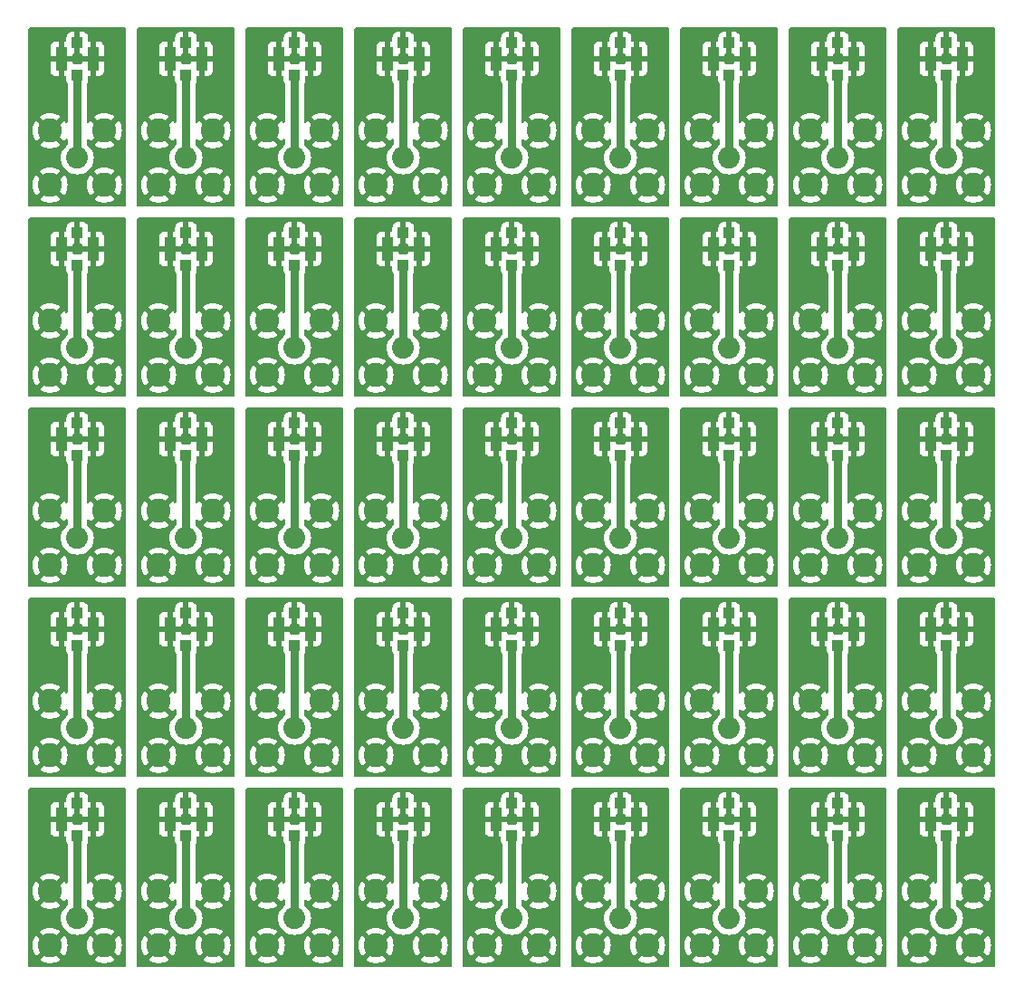
<source format=gbr>
%TF.GenerationSoftware,KiCad,Pcbnew,6.0.7-f9a2dced07~116~ubuntu20.04.1*%
%TF.CreationDate,2022-08-19T12:04:28-05:00*%
%TF.ProjectId,,58585858-5858-4585-9858-585858585858,rev?*%
%TF.SameCoordinates,Original*%
%TF.FileFunction,Copper,L1,Top*%
%TF.FilePolarity,Positive*%
%FSLAX46Y46*%
G04 Gerber Fmt 4.6, Leading zero omitted, Abs format (unit mm)*
G04 Created by KiCad (PCBNEW 6.0.7-f9a2dced07~116~ubuntu20.04.1) date 2022-08-19 12:04:28*
%MOMM*%
%LPD*%
G01*
G04 APERTURE LIST*
%TA.AperFunction,SMDPad,CuDef*%
%ADD10R,1.000000X1.000000*%
%TD*%
%TA.AperFunction,SMDPad,CuDef*%
%ADD11R,1.050000X2.200000*%
%TD*%
%TA.AperFunction,ComponentPad*%
%ADD12C,2.050000*%
%TD*%
%TA.AperFunction,ComponentPad*%
%ADD13C,2.250000*%
%TD*%
%TA.AperFunction,ViaPad*%
%ADD14C,0.800000*%
%TD*%
%TA.AperFunction,Conductor*%
%ADD15C,0.750000*%
%TD*%
G04 APERTURE END LIST*
D10*
%TO.P,J90,1,In*%
%TO.N,Net-(J1-Pad1)*%
X157480000Y-134460000D03*
%TO.P,J90,2,Ext*%
%TO.N,Net-(J1-Pad2)*%
X157480000Y-131460000D03*
D11*
X156005000Y-132960000D03*
X158955000Y-132960000D03*
%TD*%
D12*
%TO.P,J89,1,In*%
%TO.N,Net-(J1-Pad1)*%
X157480000Y-142240000D03*
D13*
%TO.P,J89,2,Ext*%
%TO.N,Net-(J1-Pad2)*%
X160020000Y-144780000D03*
X154940000Y-144780000D03*
X154940000Y-139700000D03*
X160020000Y-139700000D03*
%TD*%
D10*
%TO.P,J88,1,In*%
%TO.N,Net-(J1-Pad1)*%
X147320000Y-134460000D03*
%TO.P,J88,2,Ext*%
%TO.N,Net-(J1-Pad2)*%
X147320000Y-131460000D03*
D11*
X145845000Y-132960000D03*
X148795000Y-132960000D03*
%TD*%
D12*
%TO.P,J87,1,In*%
%TO.N,Net-(J1-Pad1)*%
X147320000Y-142240000D03*
D13*
%TO.P,J87,2,Ext*%
%TO.N,Net-(J1-Pad2)*%
X149860000Y-144780000D03*
X144780000Y-144780000D03*
X144780000Y-139700000D03*
X149860000Y-139700000D03*
%TD*%
D10*
%TO.P,J86,1,In*%
%TO.N,Net-(J1-Pad1)*%
X137160000Y-134460000D03*
%TO.P,J86,2,Ext*%
%TO.N,Net-(J1-Pad2)*%
X137160000Y-131460000D03*
D11*
X135685000Y-132960000D03*
X138635000Y-132960000D03*
%TD*%
D12*
%TO.P,J85,1,In*%
%TO.N,Net-(J1-Pad1)*%
X137160000Y-142240000D03*
D13*
%TO.P,J85,2,Ext*%
%TO.N,Net-(J1-Pad2)*%
X139700000Y-144780000D03*
X134620000Y-144780000D03*
X134620000Y-139700000D03*
X139700000Y-139700000D03*
%TD*%
D10*
%TO.P,J84,1,In*%
%TO.N,Net-(J1-Pad1)*%
X127000000Y-134460000D03*
%TO.P,J84,2,Ext*%
%TO.N,Net-(J1-Pad2)*%
X127000000Y-131460000D03*
D11*
X125525000Y-132960000D03*
X128475000Y-132960000D03*
%TD*%
D12*
%TO.P,J83,1,In*%
%TO.N,Net-(J1-Pad1)*%
X127000000Y-142240000D03*
D13*
%TO.P,J83,2,Ext*%
%TO.N,Net-(J1-Pad2)*%
X129540000Y-144780000D03*
X124460000Y-144780000D03*
X124460000Y-139700000D03*
X129540000Y-139700000D03*
%TD*%
D10*
%TO.P,J82,1,In*%
%TO.N,Net-(J1-Pad1)*%
X116840000Y-134460000D03*
%TO.P,J82,2,Ext*%
%TO.N,Net-(J1-Pad2)*%
X116840000Y-131460000D03*
D11*
X115365000Y-132960000D03*
X118315000Y-132960000D03*
%TD*%
D12*
%TO.P,J81,1,In*%
%TO.N,Net-(J1-Pad1)*%
X116840000Y-142240000D03*
D13*
%TO.P,J81,2,Ext*%
%TO.N,Net-(J1-Pad2)*%
X119380000Y-144780000D03*
X114300000Y-144780000D03*
X114300000Y-139700000D03*
X119380000Y-139700000D03*
%TD*%
D10*
%TO.P,J80,1,In*%
%TO.N,Net-(J1-Pad1)*%
X106680000Y-134460000D03*
%TO.P,J80,2,Ext*%
%TO.N,Net-(J1-Pad2)*%
X106680000Y-131460000D03*
D11*
X105205000Y-132960000D03*
X108155000Y-132960000D03*
%TD*%
D12*
%TO.P,J79,1,In*%
%TO.N,Net-(J1-Pad1)*%
X106680000Y-142240000D03*
D13*
%TO.P,J79,2,Ext*%
%TO.N,Net-(J1-Pad2)*%
X109220000Y-144780000D03*
X104140000Y-144780000D03*
X104140000Y-139700000D03*
X109220000Y-139700000D03*
%TD*%
D10*
%TO.P,J78,1,In*%
%TO.N,Net-(J1-Pad1)*%
X96520000Y-134460000D03*
%TO.P,J78,2,Ext*%
%TO.N,Net-(J1-Pad2)*%
X96520000Y-131460000D03*
D11*
X95045000Y-132960000D03*
X97995000Y-132960000D03*
%TD*%
D12*
%TO.P,J77,1,In*%
%TO.N,Net-(J1-Pad1)*%
X96520000Y-142240000D03*
D13*
%TO.P,J77,2,Ext*%
%TO.N,Net-(J1-Pad2)*%
X99060000Y-144780000D03*
X93980000Y-144780000D03*
X93980000Y-139700000D03*
X99060000Y-139700000D03*
%TD*%
D10*
%TO.P,J76,1,In*%
%TO.N,Net-(J1-Pad1)*%
X86360000Y-134460000D03*
%TO.P,J76,2,Ext*%
%TO.N,Net-(J1-Pad2)*%
X86360000Y-131460000D03*
D11*
X84885000Y-132960000D03*
X87835000Y-132960000D03*
%TD*%
D12*
%TO.P,J75,1,In*%
%TO.N,Net-(J1-Pad1)*%
X86360000Y-142240000D03*
D13*
%TO.P,J75,2,Ext*%
%TO.N,Net-(J1-Pad2)*%
X88900000Y-144780000D03*
X83820000Y-144780000D03*
X83820000Y-139700000D03*
X88900000Y-139700000D03*
%TD*%
D10*
%TO.P,J74,1,In*%
%TO.N,Net-(J1-Pad1)*%
X76200000Y-134460000D03*
%TO.P,J74,2,Ext*%
%TO.N,Net-(J1-Pad2)*%
X76200000Y-131460000D03*
D11*
X74725000Y-132960000D03*
X77675000Y-132960000D03*
%TD*%
D12*
%TO.P,J73,1,In*%
%TO.N,Net-(J1-Pad1)*%
X76200000Y-142240000D03*
D13*
%TO.P,J73,2,Ext*%
%TO.N,Net-(J1-Pad2)*%
X78740000Y-144780000D03*
X73660000Y-144780000D03*
X73660000Y-139700000D03*
X78740000Y-139700000D03*
%TD*%
D10*
%TO.P,J72,1,In*%
%TO.N,Net-(J1-Pad1)*%
X157480000Y-116680000D03*
%TO.P,J72,2,Ext*%
%TO.N,Net-(J1-Pad2)*%
X157480000Y-113680000D03*
D11*
X156005000Y-115180000D03*
X158955000Y-115180000D03*
%TD*%
D12*
%TO.P,J71,1,In*%
%TO.N,Net-(J1-Pad1)*%
X157480000Y-124460000D03*
D13*
%TO.P,J71,2,Ext*%
%TO.N,Net-(J1-Pad2)*%
X160020000Y-127000000D03*
X154940000Y-127000000D03*
X154940000Y-121920000D03*
X160020000Y-121920000D03*
%TD*%
D10*
%TO.P,J70,1,In*%
%TO.N,Net-(J1-Pad1)*%
X147320000Y-116680000D03*
%TO.P,J70,2,Ext*%
%TO.N,Net-(J1-Pad2)*%
X147320000Y-113680000D03*
D11*
X145845000Y-115180000D03*
X148795000Y-115180000D03*
%TD*%
D12*
%TO.P,J69,1,In*%
%TO.N,Net-(J1-Pad1)*%
X147320000Y-124460000D03*
D13*
%TO.P,J69,2,Ext*%
%TO.N,Net-(J1-Pad2)*%
X149860000Y-127000000D03*
X144780000Y-127000000D03*
X144780000Y-121920000D03*
X149860000Y-121920000D03*
%TD*%
D10*
%TO.P,J68,1,In*%
%TO.N,Net-(J1-Pad1)*%
X137160000Y-116680000D03*
%TO.P,J68,2,Ext*%
%TO.N,Net-(J1-Pad2)*%
X137160000Y-113680000D03*
D11*
X135685000Y-115180000D03*
X138635000Y-115180000D03*
%TD*%
D12*
%TO.P,J67,1,In*%
%TO.N,Net-(J1-Pad1)*%
X137160000Y-124460000D03*
D13*
%TO.P,J67,2,Ext*%
%TO.N,Net-(J1-Pad2)*%
X139700000Y-127000000D03*
X134620000Y-127000000D03*
X134620000Y-121920000D03*
X139700000Y-121920000D03*
%TD*%
D10*
%TO.P,J66,1,In*%
%TO.N,Net-(J1-Pad1)*%
X127000000Y-116680000D03*
%TO.P,J66,2,Ext*%
%TO.N,Net-(J1-Pad2)*%
X127000000Y-113680000D03*
D11*
X125525000Y-115180000D03*
X128475000Y-115180000D03*
%TD*%
D12*
%TO.P,J65,1,In*%
%TO.N,Net-(J1-Pad1)*%
X127000000Y-124460000D03*
D13*
%TO.P,J65,2,Ext*%
%TO.N,Net-(J1-Pad2)*%
X129540000Y-127000000D03*
X124460000Y-127000000D03*
X124460000Y-121920000D03*
X129540000Y-121920000D03*
%TD*%
D10*
%TO.P,J64,1,In*%
%TO.N,Net-(J1-Pad1)*%
X116840000Y-116680000D03*
%TO.P,J64,2,Ext*%
%TO.N,Net-(J1-Pad2)*%
X116840000Y-113680000D03*
D11*
X115365000Y-115180000D03*
X118315000Y-115180000D03*
%TD*%
D12*
%TO.P,J63,1,In*%
%TO.N,Net-(J1-Pad1)*%
X116840000Y-124460000D03*
D13*
%TO.P,J63,2,Ext*%
%TO.N,Net-(J1-Pad2)*%
X119380000Y-127000000D03*
X114300000Y-127000000D03*
X114300000Y-121920000D03*
X119380000Y-121920000D03*
%TD*%
D10*
%TO.P,J62,1,In*%
%TO.N,Net-(J1-Pad1)*%
X106680000Y-116680000D03*
%TO.P,J62,2,Ext*%
%TO.N,Net-(J1-Pad2)*%
X106680000Y-113680000D03*
D11*
X105205000Y-115180000D03*
X108155000Y-115180000D03*
%TD*%
D12*
%TO.P,J61,1,In*%
%TO.N,Net-(J1-Pad1)*%
X106680000Y-124460000D03*
D13*
%TO.P,J61,2,Ext*%
%TO.N,Net-(J1-Pad2)*%
X109220000Y-127000000D03*
X104140000Y-127000000D03*
X104140000Y-121920000D03*
X109220000Y-121920000D03*
%TD*%
D10*
%TO.P,J60,1,In*%
%TO.N,Net-(J1-Pad1)*%
X96520000Y-116680000D03*
%TO.P,J60,2,Ext*%
%TO.N,Net-(J1-Pad2)*%
X96520000Y-113680000D03*
D11*
X95045000Y-115180000D03*
X97995000Y-115180000D03*
%TD*%
D12*
%TO.P,J59,1,In*%
%TO.N,Net-(J1-Pad1)*%
X96520000Y-124460000D03*
D13*
%TO.P,J59,2,Ext*%
%TO.N,Net-(J1-Pad2)*%
X99060000Y-127000000D03*
X93980000Y-127000000D03*
X93980000Y-121920000D03*
X99060000Y-121920000D03*
%TD*%
D10*
%TO.P,J58,1,In*%
%TO.N,Net-(J1-Pad1)*%
X86360000Y-116680000D03*
%TO.P,J58,2,Ext*%
%TO.N,Net-(J1-Pad2)*%
X86360000Y-113680000D03*
D11*
X84885000Y-115180000D03*
X87835000Y-115180000D03*
%TD*%
D12*
%TO.P,J57,1,In*%
%TO.N,Net-(J1-Pad1)*%
X86360000Y-124460000D03*
D13*
%TO.P,J57,2,Ext*%
%TO.N,Net-(J1-Pad2)*%
X88900000Y-127000000D03*
X83820000Y-127000000D03*
X83820000Y-121920000D03*
X88900000Y-121920000D03*
%TD*%
D10*
%TO.P,J56,1,In*%
%TO.N,Net-(J1-Pad1)*%
X76200000Y-116680000D03*
%TO.P,J56,2,Ext*%
%TO.N,Net-(J1-Pad2)*%
X76200000Y-113680000D03*
D11*
X74725000Y-115180000D03*
X77675000Y-115180000D03*
%TD*%
D12*
%TO.P,J55,1,In*%
%TO.N,Net-(J1-Pad1)*%
X76200000Y-124460000D03*
D13*
%TO.P,J55,2,Ext*%
%TO.N,Net-(J1-Pad2)*%
X78740000Y-127000000D03*
X73660000Y-127000000D03*
X73660000Y-121920000D03*
X78740000Y-121920000D03*
%TD*%
D10*
%TO.P,J54,1,In*%
%TO.N,Net-(J1-Pad1)*%
X157480000Y-98900000D03*
%TO.P,J54,2,Ext*%
%TO.N,Net-(J1-Pad2)*%
X157480000Y-95900000D03*
D11*
X156005000Y-97400000D03*
X158955000Y-97400000D03*
%TD*%
D12*
%TO.P,J53,1,In*%
%TO.N,Net-(J1-Pad1)*%
X157480000Y-106680000D03*
D13*
%TO.P,J53,2,Ext*%
%TO.N,Net-(J1-Pad2)*%
X160020000Y-109220000D03*
X154940000Y-109220000D03*
X154940000Y-104140000D03*
X160020000Y-104140000D03*
%TD*%
D10*
%TO.P,J52,1,In*%
%TO.N,Net-(J1-Pad1)*%
X147320000Y-98900000D03*
%TO.P,J52,2,Ext*%
%TO.N,Net-(J1-Pad2)*%
X147320000Y-95900000D03*
D11*
X145845000Y-97400000D03*
X148795000Y-97400000D03*
%TD*%
D12*
%TO.P,J51,1,In*%
%TO.N,Net-(J1-Pad1)*%
X147320000Y-106680000D03*
D13*
%TO.P,J51,2,Ext*%
%TO.N,Net-(J1-Pad2)*%
X149860000Y-109220000D03*
X144780000Y-109220000D03*
X144780000Y-104140000D03*
X149860000Y-104140000D03*
%TD*%
D10*
%TO.P,J50,1,In*%
%TO.N,Net-(J1-Pad1)*%
X137160000Y-98900000D03*
%TO.P,J50,2,Ext*%
%TO.N,Net-(J1-Pad2)*%
X137160000Y-95900000D03*
D11*
X135685000Y-97400000D03*
X138635000Y-97400000D03*
%TD*%
D12*
%TO.P,J49,1,In*%
%TO.N,Net-(J1-Pad1)*%
X137160000Y-106680000D03*
D13*
%TO.P,J49,2,Ext*%
%TO.N,Net-(J1-Pad2)*%
X139700000Y-109220000D03*
X134620000Y-109220000D03*
X134620000Y-104140000D03*
X139700000Y-104140000D03*
%TD*%
D10*
%TO.P,J48,1,In*%
%TO.N,Net-(J1-Pad1)*%
X127000000Y-98900000D03*
%TO.P,J48,2,Ext*%
%TO.N,Net-(J1-Pad2)*%
X127000000Y-95900000D03*
D11*
X125525000Y-97400000D03*
X128475000Y-97400000D03*
%TD*%
D12*
%TO.P,J47,1,In*%
%TO.N,Net-(J1-Pad1)*%
X127000000Y-106680000D03*
D13*
%TO.P,J47,2,Ext*%
%TO.N,Net-(J1-Pad2)*%
X129540000Y-109220000D03*
X124460000Y-109220000D03*
X124460000Y-104140000D03*
X129540000Y-104140000D03*
%TD*%
D10*
%TO.P,J46,1,In*%
%TO.N,Net-(J1-Pad1)*%
X116840000Y-98900000D03*
%TO.P,J46,2,Ext*%
%TO.N,Net-(J1-Pad2)*%
X116840000Y-95900000D03*
D11*
X115365000Y-97400000D03*
X118315000Y-97400000D03*
%TD*%
D12*
%TO.P,J45,1,In*%
%TO.N,Net-(J1-Pad1)*%
X116840000Y-106680000D03*
D13*
%TO.P,J45,2,Ext*%
%TO.N,Net-(J1-Pad2)*%
X119380000Y-109220000D03*
X114300000Y-109220000D03*
X114300000Y-104140000D03*
X119380000Y-104140000D03*
%TD*%
D10*
%TO.P,J44,1,In*%
%TO.N,Net-(J1-Pad1)*%
X106680000Y-98900000D03*
%TO.P,J44,2,Ext*%
%TO.N,Net-(J1-Pad2)*%
X106680000Y-95900000D03*
D11*
X105205000Y-97400000D03*
X108155000Y-97400000D03*
%TD*%
D12*
%TO.P,J43,1,In*%
%TO.N,Net-(J1-Pad1)*%
X106680000Y-106680000D03*
D13*
%TO.P,J43,2,Ext*%
%TO.N,Net-(J1-Pad2)*%
X109220000Y-109220000D03*
X104140000Y-109220000D03*
X104140000Y-104140000D03*
X109220000Y-104140000D03*
%TD*%
D10*
%TO.P,J42,1,In*%
%TO.N,Net-(J1-Pad1)*%
X96520000Y-98900000D03*
%TO.P,J42,2,Ext*%
%TO.N,Net-(J1-Pad2)*%
X96520000Y-95900000D03*
D11*
X95045000Y-97400000D03*
X97995000Y-97400000D03*
%TD*%
D12*
%TO.P,J41,1,In*%
%TO.N,Net-(J1-Pad1)*%
X96520000Y-106680000D03*
D13*
%TO.P,J41,2,Ext*%
%TO.N,Net-(J1-Pad2)*%
X99060000Y-109220000D03*
X93980000Y-109220000D03*
X93980000Y-104140000D03*
X99060000Y-104140000D03*
%TD*%
D10*
%TO.P,J40,1,In*%
%TO.N,Net-(J1-Pad1)*%
X86360000Y-98900000D03*
%TO.P,J40,2,Ext*%
%TO.N,Net-(J1-Pad2)*%
X86360000Y-95900000D03*
D11*
X84885000Y-97400000D03*
X87835000Y-97400000D03*
%TD*%
D12*
%TO.P,J39,1,In*%
%TO.N,Net-(J1-Pad1)*%
X86360000Y-106680000D03*
D13*
%TO.P,J39,2,Ext*%
%TO.N,Net-(J1-Pad2)*%
X88900000Y-109220000D03*
X83820000Y-109220000D03*
X83820000Y-104140000D03*
X88900000Y-104140000D03*
%TD*%
D10*
%TO.P,J38,1,In*%
%TO.N,Net-(J1-Pad1)*%
X76200000Y-98900000D03*
%TO.P,J38,2,Ext*%
%TO.N,Net-(J1-Pad2)*%
X76200000Y-95900000D03*
D11*
X74725000Y-97400000D03*
X77675000Y-97400000D03*
%TD*%
D12*
%TO.P,J37,1,In*%
%TO.N,Net-(J1-Pad1)*%
X76200000Y-106680000D03*
D13*
%TO.P,J37,2,Ext*%
%TO.N,Net-(J1-Pad2)*%
X78740000Y-109220000D03*
X73660000Y-109220000D03*
X73660000Y-104140000D03*
X78740000Y-104140000D03*
%TD*%
D10*
%TO.P,J36,1,In*%
%TO.N,Net-(J1-Pad1)*%
X157480000Y-81120000D03*
%TO.P,J36,2,Ext*%
%TO.N,Net-(J1-Pad2)*%
X157480000Y-78120000D03*
D11*
X156005000Y-79620000D03*
X158955000Y-79620000D03*
%TD*%
D12*
%TO.P,J35,1,In*%
%TO.N,Net-(J1-Pad1)*%
X157480000Y-88900000D03*
D13*
%TO.P,J35,2,Ext*%
%TO.N,Net-(J1-Pad2)*%
X160020000Y-91440000D03*
X154940000Y-91440000D03*
X154940000Y-86360000D03*
X160020000Y-86360000D03*
%TD*%
D10*
%TO.P,J34,1,In*%
%TO.N,Net-(J1-Pad1)*%
X147320000Y-81120000D03*
%TO.P,J34,2,Ext*%
%TO.N,Net-(J1-Pad2)*%
X147320000Y-78120000D03*
D11*
X145845000Y-79620000D03*
X148795000Y-79620000D03*
%TD*%
D12*
%TO.P,J33,1,In*%
%TO.N,Net-(J1-Pad1)*%
X147320000Y-88900000D03*
D13*
%TO.P,J33,2,Ext*%
%TO.N,Net-(J1-Pad2)*%
X149860000Y-91440000D03*
X144780000Y-91440000D03*
X144780000Y-86360000D03*
X149860000Y-86360000D03*
%TD*%
D10*
%TO.P,J32,1,In*%
%TO.N,Net-(J1-Pad1)*%
X137160000Y-81120000D03*
%TO.P,J32,2,Ext*%
%TO.N,Net-(J1-Pad2)*%
X137160000Y-78120000D03*
D11*
X135685000Y-79620000D03*
X138635000Y-79620000D03*
%TD*%
D12*
%TO.P,J31,1,In*%
%TO.N,Net-(J1-Pad1)*%
X137160000Y-88900000D03*
D13*
%TO.P,J31,2,Ext*%
%TO.N,Net-(J1-Pad2)*%
X139700000Y-91440000D03*
X134620000Y-91440000D03*
X134620000Y-86360000D03*
X139700000Y-86360000D03*
%TD*%
D10*
%TO.P,J30,1,In*%
%TO.N,Net-(J1-Pad1)*%
X127000000Y-81120000D03*
%TO.P,J30,2,Ext*%
%TO.N,Net-(J1-Pad2)*%
X127000000Y-78120000D03*
D11*
X125525000Y-79620000D03*
X128475000Y-79620000D03*
%TD*%
D12*
%TO.P,J29,1,In*%
%TO.N,Net-(J1-Pad1)*%
X127000000Y-88900000D03*
D13*
%TO.P,J29,2,Ext*%
%TO.N,Net-(J1-Pad2)*%
X129540000Y-91440000D03*
X124460000Y-91440000D03*
X124460000Y-86360000D03*
X129540000Y-86360000D03*
%TD*%
D10*
%TO.P,J28,1,In*%
%TO.N,Net-(J1-Pad1)*%
X116840000Y-81120000D03*
%TO.P,J28,2,Ext*%
%TO.N,Net-(J1-Pad2)*%
X116840000Y-78120000D03*
D11*
X115365000Y-79620000D03*
X118315000Y-79620000D03*
%TD*%
D12*
%TO.P,J27,1,In*%
%TO.N,Net-(J1-Pad1)*%
X116840000Y-88900000D03*
D13*
%TO.P,J27,2,Ext*%
%TO.N,Net-(J1-Pad2)*%
X119380000Y-91440000D03*
X114300000Y-91440000D03*
X114300000Y-86360000D03*
X119380000Y-86360000D03*
%TD*%
D10*
%TO.P,J26,1,In*%
%TO.N,Net-(J1-Pad1)*%
X106680000Y-81120000D03*
%TO.P,J26,2,Ext*%
%TO.N,Net-(J1-Pad2)*%
X106680000Y-78120000D03*
D11*
X105205000Y-79620000D03*
X108155000Y-79620000D03*
%TD*%
D12*
%TO.P,J25,1,In*%
%TO.N,Net-(J1-Pad1)*%
X106680000Y-88900000D03*
D13*
%TO.P,J25,2,Ext*%
%TO.N,Net-(J1-Pad2)*%
X109220000Y-91440000D03*
X104140000Y-91440000D03*
X104140000Y-86360000D03*
X109220000Y-86360000D03*
%TD*%
D10*
%TO.P,J24,1,In*%
%TO.N,Net-(J1-Pad1)*%
X96520000Y-81120000D03*
%TO.P,J24,2,Ext*%
%TO.N,Net-(J1-Pad2)*%
X96520000Y-78120000D03*
D11*
X95045000Y-79620000D03*
X97995000Y-79620000D03*
%TD*%
D12*
%TO.P,J23,1,In*%
%TO.N,Net-(J1-Pad1)*%
X96520000Y-88900000D03*
D13*
%TO.P,J23,2,Ext*%
%TO.N,Net-(J1-Pad2)*%
X99060000Y-91440000D03*
X93980000Y-91440000D03*
X93980000Y-86360000D03*
X99060000Y-86360000D03*
%TD*%
D10*
%TO.P,J22,1,In*%
%TO.N,Net-(J1-Pad1)*%
X86360000Y-81120000D03*
%TO.P,J22,2,Ext*%
%TO.N,Net-(J1-Pad2)*%
X86360000Y-78120000D03*
D11*
X84885000Y-79620000D03*
X87835000Y-79620000D03*
%TD*%
D12*
%TO.P,J21,1,In*%
%TO.N,Net-(J1-Pad1)*%
X86360000Y-88900000D03*
D13*
%TO.P,J21,2,Ext*%
%TO.N,Net-(J1-Pad2)*%
X88900000Y-91440000D03*
X83820000Y-91440000D03*
X83820000Y-86360000D03*
X88900000Y-86360000D03*
%TD*%
D10*
%TO.P,J20,1,In*%
%TO.N,Net-(J1-Pad1)*%
X76200000Y-81120000D03*
%TO.P,J20,2,Ext*%
%TO.N,Net-(J1-Pad2)*%
X76200000Y-78120000D03*
D11*
X74725000Y-79620000D03*
X77675000Y-79620000D03*
%TD*%
D12*
%TO.P,J19,1,In*%
%TO.N,Net-(J1-Pad1)*%
X76200000Y-88900000D03*
D13*
%TO.P,J19,2,Ext*%
%TO.N,Net-(J1-Pad2)*%
X78740000Y-91440000D03*
X73660000Y-91440000D03*
X73660000Y-86360000D03*
X78740000Y-86360000D03*
%TD*%
D10*
%TO.P,J18,1,In*%
%TO.N,Net-(J1-Pad1)*%
X157480000Y-63340000D03*
%TO.P,J18,2,Ext*%
%TO.N,Net-(J1-Pad2)*%
X157480000Y-60340000D03*
D11*
X156005000Y-61840000D03*
X158955000Y-61840000D03*
%TD*%
D12*
%TO.P,J17,1,In*%
%TO.N,Net-(J1-Pad1)*%
X157480000Y-71120000D03*
D13*
%TO.P,J17,2,Ext*%
%TO.N,Net-(J1-Pad2)*%
X160020000Y-73660000D03*
X154940000Y-73660000D03*
X154940000Y-68580000D03*
X160020000Y-68580000D03*
%TD*%
D10*
%TO.P,J16,1,In*%
%TO.N,Net-(J1-Pad1)*%
X147320000Y-63340000D03*
%TO.P,J16,2,Ext*%
%TO.N,Net-(J1-Pad2)*%
X147320000Y-60340000D03*
D11*
X145845000Y-61840000D03*
X148795000Y-61840000D03*
%TD*%
D12*
%TO.P,J15,1,In*%
%TO.N,Net-(J1-Pad1)*%
X147320000Y-71120000D03*
D13*
%TO.P,J15,2,Ext*%
%TO.N,Net-(J1-Pad2)*%
X149860000Y-73660000D03*
X144780000Y-73660000D03*
X144780000Y-68580000D03*
X149860000Y-68580000D03*
%TD*%
D10*
%TO.P,J14,1,In*%
%TO.N,Net-(J1-Pad1)*%
X137160000Y-63340000D03*
%TO.P,J14,2,Ext*%
%TO.N,Net-(J1-Pad2)*%
X137160000Y-60340000D03*
D11*
X135685000Y-61840000D03*
X138635000Y-61840000D03*
%TD*%
D12*
%TO.P,J13,1,In*%
%TO.N,Net-(J1-Pad1)*%
X137160000Y-71120000D03*
D13*
%TO.P,J13,2,Ext*%
%TO.N,Net-(J1-Pad2)*%
X139700000Y-73660000D03*
X134620000Y-73660000D03*
X134620000Y-68580000D03*
X139700000Y-68580000D03*
%TD*%
D10*
%TO.P,J12,1,In*%
%TO.N,Net-(J1-Pad1)*%
X127000000Y-63340000D03*
%TO.P,J12,2,Ext*%
%TO.N,Net-(J1-Pad2)*%
X127000000Y-60340000D03*
D11*
X125525000Y-61840000D03*
X128475000Y-61840000D03*
%TD*%
D12*
%TO.P,J11,1,In*%
%TO.N,Net-(J1-Pad1)*%
X127000000Y-71120000D03*
D13*
%TO.P,J11,2,Ext*%
%TO.N,Net-(J1-Pad2)*%
X129540000Y-73660000D03*
X124460000Y-73660000D03*
X124460000Y-68580000D03*
X129540000Y-68580000D03*
%TD*%
D10*
%TO.P,J10,1,In*%
%TO.N,Net-(J1-Pad1)*%
X116840000Y-63340000D03*
%TO.P,J10,2,Ext*%
%TO.N,Net-(J1-Pad2)*%
X116840000Y-60340000D03*
D11*
X115365000Y-61840000D03*
X118315000Y-61840000D03*
%TD*%
D12*
%TO.P,J9,1,In*%
%TO.N,Net-(J1-Pad1)*%
X116840000Y-71120000D03*
D13*
%TO.P,J9,2,Ext*%
%TO.N,Net-(J1-Pad2)*%
X119380000Y-73660000D03*
X114300000Y-73660000D03*
X114300000Y-68580000D03*
X119380000Y-68580000D03*
%TD*%
D10*
%TO.P,J8,1,In*%
%TO.N,Net-(J1-Pad1)*%
X106680000Y-63340000D03*
%TO.P,J8,2,Ext*%
%TO.N,Net-(J1-Pad2)*%
X106680000Y-60340000D03*
D11*
X105205000Y-61840000D03*
X108155000Y-61840000D03*
%TD*%
D12*
%TO.P,J7,1,In*%
%TO.N,Net-(J1-Pad1)*%
X106680000Y-71120000D03*
D13*
%TO.P,J7,2,Ext*%
%TO.N,Net-(J1-Pad2)*%
X109220000Y-73660000D03*
X104140000Y-73660000D03*
X104140000Y-68580000D03*
X109220000Y-68580000D03*
%TD*%
D10*
%TO.P,J6,1,In*%
%TO.N,Net-(J1-Pad1)*%
X96520000Y-63340000D03*
%TO.P,J6,2,Ext*%
%TO.N,Net-(J1-Pad2)*%
X96520000Y-60340000D03*
D11*
X95045000Y-61840000D03*
X97995000Y-61840000D03*
%TD*%
D12*
%TO.P,J5,1,In*%
%TO.N,Net-(J1-Pad1)*%
X96520000Y-71120000D03*
D13*
%TO.P,J5,2,Ext*%
%TO.N,Net-(J1-Pad2)*%
X99060000Y-73660000D03*
X93980000Y-73660000D03*
X93980000Y-68580000D03*
X99060000Y-68580000D03*
%TD*%
D10*
%TO.P,J4,1,In*%
%TO.N,Net-(J1-Pad1)*%
X86360000Y-63340000D03*
%TO.P,J4,2,Ext*%
%TO.N,Net-(J1-Pad2)*%
X86360000Y-60340000D03*
D11*
X84885000Y-61840000D03*
X87835000Y-61840000D03*
%TD*%
D12*
%TO.P,J3,1,In*%
%TO.N,Net-(J1-Pad1)*%
X86360000Y-71120000D03*
D13*
%TO.P,J3,2,Ext*%
%TO.N,Net-(J1-Pad2)*%
X88900000Y-73660000D03*
X83820000Y-73660000D03*
X83820000Y-68580000D03*
X88900000Y-68580000D03*
%TD*%
D12*
%TO.P,J1,1,In*%
%TO.N,Net-(J1-Pad1)*%
X76200000Y-71120000D03*
D13*
%TO.P,J1,2,Ext*%
%TO.N,Net-(J1-Pad2)*%
X78740000Y-73660000D03*
X73660000Y-73660000D03*
X73660000Y-68580000D03*
X78740000Y-68580000D03*
%TD*%
D10*
%TO.P,J2,1,In*%
%TO.N,Net-(J1-Pad1)*%
X76200000Y-63340000D03*
%TO.P,J2,2,Ext*%
%TO.N,Net-(J1-Pad2)*%
X76200000Y-60340000D03*
D11*
X74725000Y-61840000D03*
X77675000Y-61840000D03*
%TD*%
D14*
%TO.N,Net-(J1-Pad2)*%
X156140000Y-135960000D03*
X160540000Y-132960000D03*
X160540000Y-134620000D03*
X156140000Y-137560000D03*
X158820000Y-135960000D03*
X154420000Y-134620000D03*
X154420000Y-130960000D03*
X158820000Y-137560000D03*
X154420000Y-132960000D03*
X160540000Y-130960000D03*
X145980000Y-135960000D03*
X150380000Y-132960000D03*
X150380000Y-134620000D03*
X145980000Y-137560000D03*
X148660000Y-135960000D03*
X144260000Y-134620000D03*
X144260000Y-130960000D03*
X148660000Y-137560000D03*
X144260000Y-132960000D03*
X150380000Y-130960000D03*
X135820000Y-135960000D03*
X140220000Y-132960000D03*
X140220000Y-134620000D03*
X135820000Y-137560000D03*
X138500000Y-135960000D03*
X134100000Y-134620000D03*
X134100000Y-130960000D03*
X138500000Y-137560000D03*
X134100000Y-132960000D03*
X140220000Y-130960000D03*
X125660000Y-135960000D03*
X130060000Y-132960000D03*
X130060000Y-134620000D03*
X125660000Y-137560000D03*
X128340000Y-135960000D03*
X123940000Y-134620000D03*
X123940000Y-130960000D03*
X128340000Y-137560000D03*
X123940000Y-132960000D03*
X130060000Y-130960000D03*
X115500000Y-135960000D03*
X119900000Y-132960000D03*
X119900000Y-134620000D03*
X115500000Y-137560000D03*
X118180000Y-135960000D03*
X113780000Y-134620000D03*
X113780000Y-130960000D03*
X118180000Y-137560000D03*
X113780000Y-132960000D03*
X119900000Y-130960000D03*
X105340000Y-135960000D03*
X109740000Y-132960000D03*
X109740000Y-134620000D03*
X105340000Y-137560000D03*
X108020000Y-135960000D03*
X103620000Y-134620000D03*
X103620000Y-130960000D03*
X108020000Y-137560000D03*
X103620000Y-132960000D03*
X109740000Y-130960000D03*
X95180000Y-135960000D03*
X99580000Y-132960000D03*
X99580000Y-134620000D03*
X95180000Y-137560000D03*
X97860000Y-135960000D03*
X93460000Y-134620000D03*
X93460000Y-130960000D03*
X97860000Y-137560000D03*
X93460000Y-132960000D03*
X99580000Y-130960000D03*
X85020000Y-135960000D03*
X89420000Y-132960000D03*
X89420000Y-134620000D03*
X85020000Y-137560000D03*
X87700000Y-135960000D03*
X83300000Y-134620000D03*
X83300000Y-130960000D03*
X87700000Y-137560000D03*
X83300000Y-132960000D03*
X89420000Y-130960000D03*
X74860000Y-135960000D03*
X79260000Y-132960000D03*
X79260000Y-134620000D03*
X74860000Y-137560000D03*
X77540000Y-135960000D03*
X73140000Y-134620000D03*
X73140000Y-130960000D03*
X77540000Y-137560000D03*
X73140000Y-132960000D03*
X79260000Y-130960000D03*
X156140000Y-118180000D03*
X160540000Y-115180000D03*
X160540000Y-116840000D03*
X156140000Y-119780000D03*
X158820000Y-118180000D03*
X154420000Y-116840000D03*
X154420000Y-113180000D03*
X158820000Y-119780000D03*
X154420000Y-115180000D03*
X160540000Y-113180000D03*
X145980000Y-118180000D03*
X150380000Y-115180000D03*
X150380000Y-116840000D03*
X145980000Y-119780000D03*
X148660000Y-118180000D03*
X144260000Y-116840000D03*
X144260000Y-113180000D03*
X148660000Y-119780000D03*
X144260000Y-115180000D03*
X150380000Y-113180000D03*
X135820000Y-118180000D03*
X140220000Y-115180000D03*
X140220000Y-116840000D03*
X135820000Y-119780000D03*
X138500000Y-118180000D03*
X134100000Y-116840000D03*
X134100000Y-113180000D03*
X138500000Y-119780000D03*
X134100000Y-115180000D03*
X140220000Y-113180000D03*
X125660000Y-118180000D03*
X130060000Y-115180000D03*
X130060000Y-116840000D03*
X125660000Y-119780000D03*
X128340000Y-118180000D03*
X123940000Y-116840000D03*
X123940000Y-113180000D03*
X128340000Y-119780000D03*
X123940000Y-115180000D03*
X130060000Y-113180000D03*
X115500000Y-118180000D03*
X119900000Y-115180000D03*
X119900000Y-116840000D03*
X115500000Y-119780000D03*
X118180000Y-118180000D03*
X113780000Y-116840000D03*
X113780000Y-113180000D03*
X118180000Y-119780000D03*
X113780000Y-115180000D03*
X119900000Y-113180000D03*
X105340000Y-118180000D03*
X109740000Y-115180000D03*
X109740000Y-116840000D03*
X105340000Y-119780000D03*
X108020000Y-118180000D03*
X103620000Y-116840000D03*
X103620000Y-113180000D03*
X108020000Y-119780000D03*
X103620000Y-115180000D03*
X109740000Y-113180000D03*
X95180000Y-118180000D03*
X99580000Y-115180000D03*
X99580000Y-116840000D03*
X95180000Y-119780000D03*
X97860000Y-118180000D03*
X93460000Y-116840000D03*
X93460000Y-113180000D03*
X97860000Y-119780000D03*
X93460000Y-115180000D03*
X99580000Y-113180000D03*
X85020000Y-118180000D03*
X89420000Y-115180000D03*
X89420000Y-116840000D03*
X85020000Y-119780000D03*
X87700000Y-118180000D03*
X83300000Y-116840000D03*
X83300000Y-113180000D03*
X87700000Y-119780000D03*
X83300000Y-115180000D03*
X89420000Y-113180000D03*
X74860000Y-118180000D03*
X79260000Y-115180000D03*
X79260000Y-116840000D03*
X74860000Y-119780000D03*
X77540000Y-118180000D03*
X73140000Y-116840000D03*
X73140000Y-113180000D03*
X77540000Y-119780000D03*
X73140000Y-115180000D03*
X79260000Y-113180000D03*
X156140000Y-100400000D03*
X160540000Y-97400000D03*
X160540000Y-99060000D03*
X156140000Y-102000000D03*
X158820000Y-100400000D03*
X154420000Y-99060000D03*
X154420000Y-95400000D03*
X158820000Y-102000000D03*
X154420000Y-97400000D03*
X160540000Y-95400000D03*
X145980000Y-100400000D03*
X150380000Y-97400000D03*
X150380000Y-99060000D03*
X145980000Y-102000000D03*
X148660000Y-100400000D03*
X144260000Y-99060000D03*
X144260000Y-95400000D03*
X148660000Y-102000000D03*
X144260000Y-97400000D03*
X150380000Y-95400000D03*
X135820000Y-100400000D03*
X140220000Y-97400000D03*
X140220000Y-99060000D03*
X135820000Y-102000000D03*
X138500000Y-100400000D03*
X134100000Y-99060000D03*
X134100000Y-95400000D03*
X138500000Y-102000000D03*
X134100000Y-97400000D03*
X140220000Y-95400000D03*
X125660000Y-100400000D03*
X130060000Y-97400000D03*
X130060000Y-99060000D03*
X125660000Y-102000000D03*
X128340000Y-100400000D03*
X123940000Y-99060000D03*
X123940000Y-95400000D03*
X128340000Y-102000000D03*
X123940000Y-97400000D03*
X130060000Y-95400000D03*
X115500000Y-100400000D03*
X119900000Y-97400000D03*
X119900000Y-99060000D03*
X115500000Y-102000000D03*
X118180000Y-100400000D03*
X113780000Y-99060000D03*
X113780000Y-95400000D03*
X118180000Y-102000000D03*
X113780000Y-97400000D03*
X119900000Y-95400000D03*
X105340000Y-100400000D03*
X109740000Y-97400000D03*
X109740000Y-99060000D03*
X105340000Y-102000000D03*
X108020000Y-100400000D03*
X103620000Y-99060000D03*
X103620000Y-95400000D03*
X108020000Y-102000000D03*
X103620000Y-97400000D03*
X109740000Y-95400000D03*
X95180000Y-100400000D03*
X99580000Y-97400000D03*
X99580000Y-99060000D03*
X95180000Y-102000000D03*
X97860000Y-100400000D03*
X93460000Y-99060000D03*
X93460000Y-95400000D03*
X97860000Y-102000000D03*
X93460000Y-97400000D03*
X99580000Y-95400000D03*
X85020000Y-100400000D03*
X89420000Y-97400000D03*
X89420000Y-99060000D03*
X85020000Y-102000000D03*
X87700000Y-100400000D03*
X83300000Y-99060000D03*
X83300000Y-95400000D03*
X87700000Y-102000000D03*
X83300000Y-97400000D03*
X89420000Y-95400000D03*
X74860000Y-100400000D03*
X79260000Y-97400000D03*
X79260000Y-99060000D03*
X74860000Y-102000000D03*
X77540000Y-100400000D03*
X73140000Y-99060000D03*
X73140000Y-95400000D03*
X77540000Y-102000000D03*
X73140000Y-97400000D03*
X79260000Y-95400000D03*
X156140000Y-82620000D03*
X160540000Y-79620000D03*
X160540000Y-81280000D03*
X156140000Y-84220000D03*
X158820000Y-82620000D03*
X154420000Y-81280000D03*
X154420000Y-77620000D03*
X158820000Y-84220000D03*
X154420000Y-79620000D03*
X160540000Y-77620000D03*
X145980000Y-82620000D03*
X150380000Y-79620000D03*
X150380000Y-81280000D03*
X145980000Y-84220000D03*
X148660000Y-82620000D03*
X144260000Y-81280000D03*
X144260000Y-77620000D03*
X148660000Y-84220000D03*
X144260000Y-79620000D03*
X150380000Y-77620000D03*
X135820000Y-82620000D03*
X140220000Y-79620000D03*
X140220000Y-81280000D03*
X135820000Y-84220000D03*
X138500000Y-82620000D03*
X134100000Y-81280000D03*
X134100000Y-77620000D03*
X138500000Y-84220000D03*
X134100000Y-79620000D03*
X140220000Y-77620000D03*
X125660000Y-82620000D03*
X130060000Y-79620000D03*
X130060000Y-81280000D03*
X125660000Y-84220000D03*
X128340000Y-82620000D03*
X123940000Y-81280000D03*
X123940000Y-77620000D03*
X128340000Y-84220000D03*
X123940000Y-79620000D03*
X130060000Y-77620000D03*
X115500000Y-82620000D03*
X119900000Y-79620000D03*
X119900000Y-81280000D03*
X115500000Y-84220000D03*
X118180000Y-82620000D03*
X113780000Y-81280000D03*
X113780000Y-77620000D03*
X118180000Y-84220000D03*
X113780000Y-79620000D03*
X119900000Y-77620000D03*
X105340000Y-82620000D03*
X109740000Y-79620000D03*
X109740000Y-81280000D03*
X105340000Y-84220000D03*
X108020000Y-82620000D03*
X103620000Y-81280000D03*
X103620000Y-77620000D03*
X108020000Y-84220000D03*
X103620000Y-79620000D03*
X109740000Y-77620000D03*
X95180000Y-82620000D03*
X99580000Y-79620000D03*
X99580000Y-81280000D03*
X95180000Y-84220000D03*
X97860000Y-82620000D03*
X93460000Y-81280000D03*
X93460000Y-77620000D03*
X97860000Y-84220000D03*
X93460000Y-79620000D03*
X99580000Y-77620000D03*
X85020000Y-82620000D03*
X89420000Y-79620000D03*
X89420000Y-81280000D03*
X85020000Y-84220000D03*
X87700000Y-82620000D03*
X83300000Y-81280000D03*
X83300000Y-77620000D03*
X87700000Y-84220000D03*
X83300000Y-79620000D03*
X89420000Y-77620000D03*
X74860000Y-82620000D03*
X79260000Y-79620000D03*
X79260000Y-81280000D03*
X74860000Y-84220000D03*
X77540000Y-82620000D03*
X73140000Y-81280000D03*
X73140000Y-77620000D03*
X77540000Y-84220000D03*
X73140000Y-79620000D03*
X79260000Y-77620000D03*
X156140000Y-64840000D03*
X160540000Y-61840000D03*
X160540000Y-63500000D03*
X156140000Y-66440000D03*
X158820000Y-64840000D03*
X154420000Y-63500000D03*
X154420000Y-59840000D03*
X158820000Y-66440000D03*
X154420000Y-61840000D03*
X160540000Y-59840000D03*
X145980000Y-64840000D03*
X150380000Y-61840000D03*
X150380000Y-63500000D03*
X145980000Y-66440000D03*
X148660000Y-64840000D03*
X144260000Y-63500000D03*
X144260000Y-59840000D03*
X148660000Y-66440000D03*
X144260000Y-61840000D03*
X150380000Y-59840000D03*
X135820000Y-64840000D03*
X140220000Y-61840000D03*
X140220000Y-63500000D03*
X135820000Y-66440000D03*
X138500000Y-64840000D03*
X134100000Y-63500000D03*
X134100000Y-59840000D03*
X138500000Y-66440000D03*
X134100000Y-61840000D03*
X140220000Y-59840000D03*
X125660000Y-64840000D03*
X130060000Y-61840000D03*
X130060000Y-63500000D03*
X125660000Y-66440000D03*
X128340000Y-64840000D03*
X123940000Y-63500000D03*
X123940000Y-59840000D03*
X128340000Y-66440000D03*
X123940000Y-61840000D03*
X130060000Y-59840000D03*
X115500000Y-64840000D03*
X119900000Y-61840000D03*
X119900000Y-63500000D03*
X115500000Y-66440000D03*
X118180000Y-64840000D03*
X113780000Y-63500000D03*
X113780000Y-59840000D03*
X118180000Y-66440000D03*
X113780000Y-61840000D03*
X119900000Y-59840000D03*
X105340000Y-64840000D03*
X109740000Y-61840000D03*
X109740000Y-63500000D03*
X105340000Y-66440000D03*
X108020000Y-64840000D03*
X103620000Y-63500000D03*
X103620000Y-59840000D03*
X108020000Y-66440000D03*
X103620000Y-61840000D03*
X109740000Y-59840000D03*
X95180000Y-64840000D03*
X99580000Y-61840000D03*
X99580000Y-63500000D03*
X95180000Y-66440000D03*
X97860000Y-64840000D03*
X93460000Y-63500000D03*
X93460000Y-59840000D03*
X97860000Y-66440000D03*
X93460000Y-61840000D03*
X99580000Y-59840000D03*
X85020000Y-64840000D03*
X89420000Y-61840000D03*
X89420000Y-63500000D03*
X85020000Y-66440000D03*
X87700000Y-64840000D03*
X83300000Y-63500000D03*
X83300000Y-59840000D03*
X87700000Y-66440000D03*
X83300000Y-61840000D03*
X89420000Y-59840000D03*
X73140000Y-59840000D03*
X79260000Y-59840000D03*
X77540000Y-66440000D03*
X79260000Y-61840000D03*
X74860000Y-64840000D03*
X73140000Y-61840000D03*
X77540000Y-64840000D03*
X73140000Y-63500000D03*
X79260000Y-63500000D03*
X74860000Y-66440000D03*
%TD*%
D15*
%TO.N,Net-(J1-Pad1)*%
X157480000Y-142240000D02*
X157480000Y-134620000D01*
X147320000Y-142240000D02*
X147320000Y-134620000D01*
X137160000Y-142240000D02*
X137160000Y-134620000D01*
X127000000Y-142240000D02*
X127000000Y-134620000D01*
X116840000Y-142240000D02*
X116840000Y-134620000D01*
X106680000Y-142240000D02*
X106680000Y-134620000D01*
X96520000Y-142240000D02*
X96520000Y-134620000D01*
X86360000Y-142240000D02*
X86360000Y-134620000D01*
X76200000Y-142240000D02*
X76200000Y-134620000D01*
X157480000Y-124460000D02*
X157480000Y-116840000D01*
X147320000Y-124460000D02*
X147320000Y-116840000D01*
X137160000Y-124460000D02*
X137160000Y-116840000D01*
X127000000Y-124460000D02*
X127000000Y-116840000D01*
X116840000Y-124460000D02*
X116840000Y-116840000D01*
X106680000Y-124460000D02*
X106680000Y-116840000D01*
X96520000Y-124460000D02*
X96520000Y-116840000D01*
X86360000Y-124460000D02*
X86360000Y-116840000D01*
X76200000Y-124460000D02*
X76200000Y-116840000D01*
X157480000Y-106680000D02*
X157480000Y-99060000D01*
X147320000Y-106680000D02*
X147320000Y-99060000D01*
X137160000Y-106680000D02*
X137160000Y-99060000D01*
X127000000Y-106680000D02*
X127000000Y-99060000D01*
X116840000Y-106680000D02*
X116840000Y-99060000D01*
X106680000Y-106680000D02*
X106680000Y-99060000D01*
X96520000Y-106680000D02*
X96520000Y-99060000D01*
X86360000Y-106680000D02*
X86360000Y-99060000D01*
X76200000Y-106680000D02*
X76200000Y-99060000D01*
X157480000Y-88900000D02*
X157480000Y-81280000D01*
X147320000Y-88900000D02*
X147320000Y-81280000D01*
X137160000Y-88900000D02*
X137160000Y-81280000D01*
X127000000Y-88900000D02*
X127000000Y-81280000D01*
X116840000Y-88900000D02*
X116840000Y-81280000D01*
X106680000Y-88900000D02*
X106680000Y-81280000D01*
X96520000Y-88900000D02*
X96520000Y-81280000D01*
X86360000Y-88900000D02*
X86360000Y-81280000D01*
X76200000Y-88900000D02*
X76200000Y-81280000D01*
X157480000Y-71120000D02*
X157480000Y-63500000D01*
X147320000Y-71120000D02*
X147320000Y-63500000D01*
X137160000Y-71120000D02*
X137160000Y-63500000D01*
X127000000Y-71120000D02*
X127000000Y-63500000D01*
X116840000Y-71120000D02*
X116840000Y-63500000D01*
X106680000Y-71120000D02*
X106680000Y-63500000D01*
X96520000Y-71120000D02*
X96520000Y-63500000D01*
X86360000Y-71120000D02*
X86360000Y-63500000D01*
X76200000Y-71120000D02*
X76200000Y-63500000D01*
%TD*%
%TA.AperFunction,Conductor*%
%TO.N,Net-(J1-Pad2)*%
G36*
X80713621Y-58948502D02*
G01*
X80760114Y-59002158D01*
X80771500Y-59054500D01*
X80771500Y-75565500D01*
X80751498Y-75633621D01*
X80697842Y-75680114D01*
X80645500Y-75691500D01*
X71754500Y-75691500D01*
X71686379Y-75671498D01*
X71639886Y-75617842D01*
X71628500Y-75565500D01*
X71628500Y-74984471D01*
X72700884Y-74984471D01*
X72704570Y-74989740D01*
X72912121Y-75116927D01*
X72920915Y-75121408D01*
X73149242Y-75215984D01*
X73158627Y-75219033D01*
X73398940Y-75276728D01*
X73408687Y-75278271D01*
X73655070Y-75297662D01*
X73664930Y-75297662D01*
X73911313Y-75278271D01*
X73921060Y-75276728D01*
X74161373Y-75219033D01*
X74170758Y-75215984D01*
X74399085Y-75121408D01*
X74407879Y-75116927D01*
X74613928Y-74990660D01*
X74617968Y-74984471D01*
X77780884Y-74984471D01*
X77784570Y-74989740D01*
X77992121Y-75116927D01*
X78000915Y-75121408D01*
X78229242Y-75215984D01*
X78238627Y-75219033D01*
X78478940Y-75276728D01*
X78488687Y-75278271D01*
X78735070Y-75297662D01*
X78744930Y-75297662D01*
X78991313Y-75278271D01*
X79001060Y-75276728D01*
X79241373Y-75219033D01*
X79250758Y-75215984D01*
X79479085Y-75121408D01*
X79487879Y-75116927D01*
X79693928Y-74990660D01*
X79699190Y-74982599D01*
X79693183Y-74972393D01*
X78752812Y-74032022D01*
X78738868Y-74024408D01*
X78737035Y-74024539D01*
X78730420Y-74028790D01*
X77788276Y-74970934D01*
X77780884Y-74984471D01*
X74617968Y-74984471D01*
X74619190Y-74982599D01*
X74613183Y-74972393D01*
X73672812Y-74032022D01*
X73658868Y-74024408D01*
X73657035Y-74024539D01*
X73650420Y-74028790D01*
X72708276Y-74970934D01*
X72700884Y-74984471D01*
X71628500Y-74984471D01*
X71628500Y-73664930D01*
X72022338Y-73664930D01*
X72041729Y-73911313D01*
X72043272Y-73921060D01*
X72100967Y-74161373D01*
X72104016Y-74170758D01*
X72198592Y-74399085D01*
X72203073Y-74407879D01*
X72329340Y-74613928D01*
X72337401Y-74619190D01*
X72347607Y-74613183D01*
X73287978Y-73672812D01*
X73294356Y-73661132D01*
X74024408Y-73661132D01*
X74024539Y-73662965D01*
X74028790Y-73669580D01*
X74970934Y-74611724D01*
X74984471Y-74619116D01*
X74989740Y-74615430D01*
X75116927Y-74407879D01*
X75121408Y-74399085D01*
X75215984Y-74170758D01*
X75219033Y-74161373D01*
X75276728Y-73921060D01*
X75278271Y-73911313D01*
X75297662Y-73664930D01*
X77102338Y-73664930D01*
X77121729Y-73911313D01*
X77123272Y-73921060D01*
X77180967Y-74161373D01*
X77184016Y-74170758D01*
X77278592Y-74399085D01*
X77283073Y-74407879D01*
X77409340Y-74613928D01*
X77417401Y-74619190D01*
X77427607Y-74613183D01*
X78367978Y-73672812D01*
X78374356Y-73661132D01*
X79104408Y-73661132D01*
X79104539Y-73662965D01*
X79108790Y-73669580D01*
X80050934Y-74611724D01*
X80064471Y-74619116D01*
X80069740Y-74615430D01*
X80196927Y-74407879D01*
X80201408Y-74399085D01*
X80295984Y-74170758D01*
X80299033Y-74161373D01*
X80356728Y-73921060D01*
X80358271Y-73911313D01*
X80377662Y-73664930D01*
X80377662Y-73655070D01*
X80358271Y-73408687D01*
X80356728Y-73398940D01*
X80299033Y-73158627D01*
X80295984Y-73149242D01*
X80201408Y-72920915D01*
X80196927Y-72912121D01*
X80070660Y-72706072D01*
X80062599Y-72700810D01*
X80052393Y-72706817D01*
X79112022Y-73647188D01*
X79104408Y-73661132D01*
X78374356Y-73661132D01*
X78375592Y-73658868D01*
X78375461Y-73657035D01*
X78371210Y-73650420D01*
X77429066Y-72708276D01*
X77415529Y-72700884D01*
X77410260Y-72704570D01*
X77283073Y-72912121D01*
X77278592Y-72920915D01*
X77184016Y-73149242D01*
X77180967Y-73158627D01*
X77123272Y-73398940D01*
X77121729Y-73408687D01*
X77102338Y-73655070D01*
X77102338Y-73664930D01*
X75297662Y-73664930D01*
X75297662Y-73655070D01*
X75278271Y-73408687D01*
X75276728Y-73398940D01*
X75219033Y-73158627D01*
X75215984Y-73149242D01*
X75121408Y-72920915D01*
X75116927Y-72912121D01*
X74990660Y-72706072D01*
X74982599Y-72700810D01*
X74972393Y-72706817D01*
X74032022Y-73647188D01*
X74024408Y-73661132D01*
X73294356Y-73661132D01*
X73295592Y-73658868D01*
X73295461Y-73657035D01*
X73291210Y-73650420D01*
X72349066Y-72708276D01*
X72335529Y-72700884D01*
X72330260Y-72704570D01*
X72203073Y-72912121D01*
X72198592Y-72920915D01*
X72104016Y-73149242D01*
X72100967Y-73158627D01*
X72043272Y-73398940D01*
X72041729Y-73408687D01*
X72022338Y-73655070D01*
X72022338Y-73664930D01*
X71628500Y-73664930D01*
X71628500Y-72337401D01*
X72700810Y-72337401D01*
X72706817Y-72347607D01*
X73647188Y-73287978D01*
X73661132Y-73295592D01*
X73662965Y-73295461D01*
X73669580Y-73291210D01*
X74611724Y-72349066D01*
X74619116Y-72335529D01*
X74615430Y-72330260D01*
X74407879Y-72203073D01*
X74399085Y-72198592D01*
X74170758Y-72104016D01*
X74161373Y-72100967D01*
X73921060Y-72043272D01*
X73911313Y-72041729D01*
X73664930Y-72022338D01*
X73655070Y-72022338D01*
X73408687Y-72041729D01*
X73398940Y-72043272D01*
X73158627Y-72100967D01*
X73149242Y-72104016D01*
X72920915Y-72198592D01*
X72912121Y-72203073D01*
X72706072Y-72329340D01*
X72700810Y-72337401D01*
X71628500Y-72337401D01*
X71628500Y-69904471D01*
X72700884Y-69904471D01*
X72704570Y-69909740D01*
X72912121Y-70036927D01*
X72920915Y-70041408D01*
X73149242Y-70135984D01*
X73158627Y-70139033D01*
X73398940Y-70196728D01*
X73408687Y-70198271D01*
X73655070Y-70217662D01*
X73664930Y-70217662D01*
X73911313Y-70198271D01*
X73921060Y-70196728D01*
X74161373Y-70139033D01*
X74170758Y-70135984D01*
X74399085Y-70041408D01*
X74407879Y-70036927D01*
X74613928Y-69910660D01*
X74619190Y-69902599D01*
X74613183Y-69892393D01*
X73672812Y-68952022D01*
X73658868Y-68944408D01*
X73657035Y-68944539D01*
X73650420Y-68948790D01*
X72708276Y-69890934D01*
X72700884Y-69904471D01*
X71628500Y-69904471D01*
X71628500Y-68584930D01*
X72022338Y-68584930D01*
X72041729Y-68831313D01*
X72043272Y-68841060D01*
X72100967Y-69081373D01*
X72104016Y-69090758D01*
X72198592Y-69319085D01*
X72203073Y-69327879D01*
X72329340Y-69533928D01*
X72337401Y-69539190D01*
X72347607Y-69533183D01*
X73287978Y-68592812D01*
X73294356Y-68581132D01*
X74024408Y-68581132D01*
X74024539Y-68582965D01*
X74028790Y-68589580D01*
X74970934Y-69531724D01*
X74984471Y-69539116D01*
X74989740Y-69535430D01*
X75083067Y-69383134D01*
X75135715Y-69335503D01*
X75205756Y-69323896D01*
X75270954Y-69351999D01*
X75310608Y-69410889D01*
X75316500Y-69448969D01*
X75316500Y-69799807D01*
X75296498Y-69867928D01*
X75272331Y-69895618D01*
X75112299Y-70032299D01*
X74955536Y-70215844D01*
X74829416Y-70421653D01*
X74737045Y-70644657D01*
X74735890Y-70649469D01*
X74681851Y-70874553D01*
X74681850Y-70874559D01*
X74680696Y-70879366D01*
X74661758Y-71120000D01*
X74680696Y-71360634D01*
X74681850Y-71365441D01*
X74681851Y-71365447D01*
X74717267Y-71512961D01*
X74737045Y-71595343D01*
X74829416Y-71818347D01*
X74955536Y-72024156D01*
X75112299Y-72207701D01*
X75295844Y-72364464D01*
X75501653Y-72490584D01*
X75506223Y-72492477D01*
X75506227Y-72492479D01*
X75720084Y-72581061D01*
X75724657Y-72582955D01*
X75807039Y-72602733D01*
X75954553Y-72638149D01*
X75954559Y-72638150D01*
X75959366Y-72639304D01*
X76200000Y-72658242D01*
X76440634Y-72639304D01*
X76445441Y-72638150D01*
X76445447Y-72638149D01*
X76592961Y-72602733D01*
X76675343Y-72582955D01*
X76679916Y-72581061D01*
X76893773Y-72492479D01*
X76893777Y-72492477D01*
X76898347Y-72490584D01*
X77104156Y-72364464D01*
X77135843Y-72337401D01*
X77780810Y-72337401D01*
X77786817Y-72347607D01*
X78727188Y-73287978D01*
X78741132Y-73295592D01*
X78742965Y-73295461D01*
X78749580Y-73291210D01*
X79691724Y-72349066D01*
X79699116Y-72335529D01*
X79695430Y-72330260D01*
X79487879Y-72203073D01*
X79479085Y-72198592D01*
X79250758Y-72104016D01*
X79241373Y-72100967D01*
X79001060Y-72043272D01*
X78991313Y-72041729D01*
X78744930Y-72022338D01*
X78735070Y-72022338D01*
X78488687Y-72041729D01*
X78478940Y-72043272D01*
X78238627Y-72100967D01*
X78229242Y-72104016D01*
X78000915Y-72198592D01*
X77992121Y-72203073D01*
X77786072Y-72329340D01*
X77780810Y-72337401D01*
X77135843Y-72337401D01*
X77287701Y-72207701D01*
X77444464Y-72024156D01*
X77570584Y-71818347D01*
X77662955Y-71595343D01*
X77682733Y-71512961D01*
X77718149Y-71365447D01*
X77718150Y-71365441D01*
X77719304Y-71360634D01*
X77738242Y-71120000D01*
X77719304Y-70879366D01*
X77718150Y-70874559D01*
X77718149Y-70874553D01*
X77664110Y-70649469D01*
X77662955Y-70644657D01*
X77570584Y-70421653D01*
X77444464Y-70215844D01*
X77287701Y-70032299D01*
X77138034Y-69904471D01*
X77780884Y-69904471D01*
X77784570Y-69909740D01*
X77992121Y-70036927D01*
X78000915Y-70041408D01*
X78229242Y-70135984D01*
X78238627Y-70139033D01*
X78478940Y-70196728D01*
X78488687Y-70198271D01*
X78735070Y-70217662D01*
X78744930Y-70217662D01*
X78991313Y-70198271D01*
X79001060Y-70196728D01*
X79241373Y-70139033D01*
X79250758Y-70135984D01*
X79479085Y-70041408D01*
X79487879Y-70036927D01*
X79693928Y-69910660D01*
X79699190Y-69902599D01*
X79693183Y-69892393D01*
X78752812Y-68952022D01*
X78738868Y-68944408D01*
X78737035Y-68944539D01*
X78730420Y-68948790D01*
X77788276Y-69890934D01*
X77780884Y-69904471D01*
X77138034Y-69904471D01*
X77127669Y-69895618D01*
X77088860Y-69836167D01*
X77083500Y-69799807D01*
X77083500Y-69448969D01*
X77103502Y-69380848D01*
X77157158Y-69334355D01*
X77227432Y-69324251D01*
X77292012Y-69353745D01*
X77316933Y-69383134D01*
X77409340Y-69533928D01*
X77417401Y-69539190D01*
X77427607Y-69533183D01*
X78367978Y-68592812D01*
X78374356Y-68581132D01*
X79104408Y-68581132D01*
X79104539Y-68582965D01*
X79108790Y-68589580D01*
X80050934Y-69531724D01*
X80064471Y-69539116D01*
X80069740Y-69535430D01*
X80196927Y-69327879D01*
X80201408Y-69319085D01*
X80295984Y-69090758D01*
X80299033Y-69081373D01*
X80356728Y-68841060D01*
X80358271Y-68831313D01*
X80377662Y-68584930D01*
X80377662Y-68575070D01*
X80358271Y-68328687D01*
X80356728Y-68318940D01*
X80299033Y-68078627D01*
X80295984Y-68069242D01*
X80201408Y-67840915D01*
X80196927Y-67832121D01*
X80070660Y-67626072D01*
X80062599Y-67620810D01*
X80052393Y-67626817D01*
X79112022Y-68567188D01*
X79104408Y-68581132D01*
X78374356Y-68581132D01*
X78375592Y-68578868D01*
X78375461Y-68577035D01*
X78371210Y-68570420D01*
X77429066Y-67628276D01*
X77415529Y-67620884D01*
X77410260Y-67624570D01*
X77316933Y-67776866D01*
X77264285Y-67824497D01*
X77194244Y-67836104D01*
X77129046Y-67808001D01*
X77089392Y-67749111D01*
X77083500Y-67711031D01*
X77083500Y-67257401D01*
X77780810Y-67257401D01*
X77786817Y-67267607D01*
X78727188Y-68207978D01*
X78741132Y-68215592D01*
X78742965Y-68215461D01*
X78749580Y-68211210D01*
X79691724Y-67269066D01*
X79699116Y-67255529D01*
X79695430Y-67250260D01*
X79487879Y-67123073D01*
X79479085Y-67118592D01*
X79250758Y-67024016D01*
X79241373Y-67020967D01*
X79001060Y-66963272D01*
X78991313Y-66961729D01*
X78744930Y-66942338D01*
X78735070Y-66942338D01*
X78488687Y-66961729D01*
X78478940Y-66963272D01*
X78238627Y-67020967D01*
X78229242Y-67024016D01*
X78000915Y-67118592D01*
X77992121Y-67123073D01*
X77786072Y-67249340D01*
X77780810Y-67257401D01*
X77083500Y-67257401D01*
X77083500Y-64218232D01*
X77103502Y-64150111D01*
X77108674Y-64142667D01*
X77145229Y-64093892D01*
X77145230Y-64093890D01*
X77150615Y-64086705D01*
X77201745Y-63950316D01*
X77208500Y-63888134D01*
X77208500Y-63573999D01*
X77228502Y-63505879D01*
X77282158Y-63459386D01*
X77334500Y-63448000D01*
X77402885Y-63448000D01*
X77418124Y-63443525D01*
X77419329Y-63442135D01*
X77421000Y-63434452D01*
X77421000Y-63429884D01*
X77929000Y-63429884D01*
X77933475Y-63445123D01*
X77934865Y-63446328D01*
X77942548Y-63447999D01*
X78244669Y-63447999D01*
X78251490Y-63447629D01*
X78302352Y-63442105D01*
X78317604Y-63438479D01*
X78438054Y-63393324D01*
X78453649Y-63384786D01*
X78555724Y-63308285D01*
X78568285Y-63295724D01*
X78644786Y-63193649D01*
X78653324Y-63178054D01*
X78698478Y-63057606D01*
X78702105Y-63042351D01*
X78707631Y-62991486D01*
X78708000Y-62984672D01*
X78708000Y-62112115D01*
X78703525Y-62096876D01*
X78702135Y-62095671D01*
X78694452Y-62094000D01*
X77947115Y-62094000D01*
X77931876Y-62098475D01*
X77930671Y-62099865D01*
X77929000Y-62107548D01*
X77929000Y-63429884D01*
X77421000Y-63429884D01*
X77421000Y-62112115D01*
X77416525Y-62096876D01*
X77415135Y-62095671D01*
X77407452Y-62094000D01*
X76660115Y-62094000D01*
X76644876Y-62098475D01*
X76643671Y-62099865D01*
X76642000Y-62107548D01*
X76642000Y-62205500D01*
X76621998Y-62273621D01*
X76568342Y-62320114D01*
X76516000Y-62331500D01*
X75883999Y-62331500D01*
X75815878Y-62311498D01*
X75769385Y-62257842D01*
X75757999Y-62205500D01*
X75757999Y-62112116D01*
X75753524Y-62096876D01*
X75752134Y-62095671D01*
X75744451Y-62094000D01*
X74997115Y-62094000D01*
X74981876Y-62098475D01*
X74980671Y-62099865D01*
X74979000Y-62107548D01*
X74979000Y-63429884D01*
X74983475Y-63445123D01*
X74984865Y-63446328D01*
X74992548Y-63447999D01*
X75065500Y-63447999D01*
X75133621Y-63468001D01*
X75180114Y-63521657D01*
X75191500Y-63573999D01*
X75191500Y-63888134D01*
X75198255Y-63950316D01*
X75249385Y-64086705D01*
X75254770Y-64093890D01*
X75254771Y-64093892D01*
X75291326Y-64142667D01*
X75316174Y-64209174D01*
X75316500Y-64218232D01*
X75316500Y-67711031D01*
X75296498Y-67779152D01*
X75242842Y-67825645D01*
X75172568Y-67835749D01*
X75107988Y-67806255D01*
X75083067Y-67776866D01*
X74990660Y-67626072D01*
X74982599Y-67620810D01*
X74972393Y-67626817D01*
X74032022Y-68567188D01*
X74024408Y-68581132D01*
X73294356Y-68581132D01*
X73295592Y-68578868D01*
X73295461Y-68577035D01*
X73291210Y-68570420D01*
X72349066Y-67628276D01*
X72335529Y-67620884D01*
X72330260Y-67624570D01*
X72203073Y-67832121D01*
X72198592Y-67840915D01*
X72104016Y-68069242D01*
X72100967Y-68078627D01*
X72043272Y-68318940D01*
X72041729Y-68328687D01*
X72022338Y-68575070D01*
X72022338Y-68584930D01*
X71628500Y-68584930D01*
X71628500Y-67257401D01*
X72700810Y-67257401D01*
X72706817Y-67267607D01*
X73647188Y-68207978D01*
X73661132Y-68215592D01*
X73662965Y-68215461D01*
X73669580Y-68211210D01*
X74611724Y-67269066D01*
X74619116Y-67255529D01*
X74615430Y-67250260D01*
X74407879Y-67123073D01*
X74399085Y-67118592D01*
X74170758Y-67024016D01*
X74161373Y-67020967D01*
X73921060Y-66963272D01*
X73911313Y-66961729D01*
X73664930Y-66942338D01*
X73655070Y-66942338D01*
X73408687Y-66961729D01*
X73398940Y-66963272D01*
X73158627Y-67020967D01*
X73149242Y-67024016D01*
X72920915Y-67118592D01*
X72912121Y-67123073D01*
X72706072Y-67249340D01*
X72700810Y-67257401D01*
X71628500Y-67257401D01*
X71628500Y-62984669D01*
X73692001Y-62984669D01*
X73692371Y-62991490D01*
X73697895Y-63042352D01*
X73701521Y-63057604D01*
X73746676Y-63178054D01*
X73755214Y-63193649D01*
X73831715Y-63295724D01*
X73844276Y-63308285D01*
X73946351Y-63384786D01*
X73961946Y-63393324D01*
X74082394Y-63438478D01*
X74097649Y-63442105D01*
X74148514Y-63447631D01*
X74155328Y-63448000D01*
X74452885Y-63448000D01*
X74468124Y-63443525D01*
X74469329Y-63442135D01*
X74471000Y-63434452D01*
X74471000Y-62112115D01*
X74466525Y-62096876D01*
X74465135Y-62095671D01*
X74457452Y-62094000D01*
X73710116Y-62094000D01*
X73694877Y-62098475D01*
X73693672Y-62099865D01*
X73692001Y-62107548D01*
X73692001Y-62984669D01*
X71628500Y-62984669D01*
X71628500Y-61567885D01*
X73692000Y-61567885D01*
X73696475Y-61583124D01*
X73697865Y-61584329D01*
X73705548Y-61586000D01*
X74452885Y-61586000D01*
X74468124Y-61581525D01*
X74469329Y-61580135D01*
X74471000Y-61572452D01*
X74471000Y-61567885D01*
X74979000Y-61567885D01*
X74983475Y-61583124D01*
X74984865Y-61584329D01*
X74992548Y-61586000D01*
X75739884Y-61586000D01*
X75755123Y-61581525D01*
X75756328Y-61580135D01*
X75757999Y-61572452D01*
X75757999Y-61474000D01*
X75778001Y-61405879D01*
X75831657Y-61359386D01*
X75883999Y-61348000D01*
X75927885Y-61348000D01*
X75943124Y-61343525D01*
X75944329Y-61342135D01*
X75946000Y-61334452D01*
X75946000Y-61329884D01*
X76454000Y-61329884D01*
X76458475Y-61345123D01*
X76459865Y-61346328D01*
X76467548Y-61347999D01*
X76516000Y-61347999D01*
X76584121Y-61368001D01*
X76630614Y-61421657D01*
X76642000Y-61473999D01*
X76642000Y-61567885D01*
X76646475Y-61583124D01*
X76647865Y-61584329D01*
X76655548Y-61586000D01*
X77402885Y-61586000D01*
X77418124Y-61581525D01*
X77419329Y-61580135D01*
X77421000Y-61572452D01*
X77421000Y-61567885D01*
X77929000Y-61567885D01*
X77933475Y-61583124D01*
X77934865Y-61584329D01*
X77942548Y-61586000D01*
X78689884Y-61586000D01*
X78705123Y-61581525D01*
X78706328Y-61580135D01*
X78707999Y-61572452D01*
X78707999Y-60695331D01*
X78707629Y-60688510D01*
X78702105Y-60637648D01*
X78698479Y-60622396D01*
X78653324Y-60501946D01*
X78644786Y-60486351D01*
X78568285Y-60384276D01*
X78555724Y-60371715D01*
X78453649Y-60295214D01*
X78438054Y-60286676D01*
X78317606Y-60241522D01*
X78302351Y-60237895D01*
X78251486Y-60232369D01*
X78244672Y-60232000D01*
X77947115Y-60232000D01*
X77931876Y-60236475D01*
X77930671Y-60237865D01*
X77929000Y-60245548D01*
X77929000Y-61567885D01*
X77421000Y-61567885D01*
X77421000Y-60250116D01*
X77416525Y-60234877D01*
X77415135Y-60233672D01*
X77407452Y-60232001D01*
X77333999Y-60232001D01*
X77265878Y-60211999D01*
X77219385Y-60158343D01*
X77207999Y-60106001D01*
X77207999Y-59795331D01*
X77207629Y-59788510D01*
X77202105Y-59737648D01*
X77198479Y-59722396D01*
X77153324Y-59601946D01*
X77144786Y-59586351D01*
X77068285Y-59484276D01*
X77055724Y-59471715D01*
X76953649Y-59395214D01*
X76938054Y-59386676D01*
X76817606Y-59341522D01*
X76802351Y-59337895D01*
X76751486Y-59332369D01*
X76744672Y-59332000D01*
X76472115Y-59332000D01*
X76456876Y-59336475D01*
X76455671Y-59337865D01*
X76454000Y-59345548D01*
X76454000Y-61329884D01*
X75946000Y-61329884D01*
X75946000Y-59350116D01*
X75941525Y-59334877D01*
X75940135Y-59333672D01*
X75932452Y-59332001D01*
X75655331Y-59332001D01*
X75648510Y-59332371D01*
X75597648Y-59337895D01*
X75582396Y-59341521D01*
X75461946Y-59386676D01*
X75446351Y-59395214D01*
X75344276Y-59471715D01*
X75331715Y-59484276D01*
X75255214Y-59586351D01*
X75246676Y-59601946D01*
X75201522Y-59722394D01*
X75197895Y-59737649D01*
X75192369Y-59788514D01*
X75192000Y-59795328D01*
X75192000Y-60106000D01*
X75171998Y-60174121D01*
X75118342Y-60220614D01*
X75066000Y-60232000D01*
X74997115Y-60232000D01*
X74981876Y-60236475D01*
X74980671Y-60237865D01*
X74979000Y-60245548D01*
X74979000Y-61567885D01*
X74471000Y-61567885D01*
X74471000Y-60250116D01*
X74466525Y-60234877D01*
X74465135Y-60233672D01*
X74457452Y-60232001D01*
X74155331Y-60232001D01*
X74148510Y-60232371D01*
X74097648Y-60237895D01*
X74082396Y-60241521D01*
X73961946Y-60286676D01*
X73946351Y-60295214D01*
X73844276Y-60371715D01*
X73831715Y-60384276D01*
X73755214Y-60486351D01*
X73746676Y-60501946D01*
X73701522Y-60622394D01*
X73697895Y-60637649D01*
X73692369Y-60688514D01*
X73692000Y-60695328D01*
X73692000Y-61567885D01*
X71628500Y-61567885D01*
X71628500Y-59054500D01*
X71648502Y-58986379D01*
X71702158Y-58939886D01*
X71754500Y-58928500D01*
X80645500Y-58928500D01*
X80713621Y-58948502D01*
G37*
%TD.AperFunction*%
%TD*%
%TA.AperFunction,Conductor*%
%TO.N,Net-(J1-Pad2)*%
G36*
X90873621Y-58948502D02*
G01*
X90920114Y-59002158D01*
X90931500Y-59054500D01*
X90931500Y-75565500D01*
X90911498Y-75633621D01*
X90857842Y-75680114D01*
X90805500Y-75691500D01*
X81914500Y-75691500D01*
X81846379Y-75671498D01*
X81799886Y-75617842D01*
X81788500Y-75565500D01*
X81788500Y-74984471D01*
X82860884Y-74984471D01*
X82864570Y-74989740D01*
X83072121Y-75116927D01*
X83080915Y-75121408D01*
X83309242Y-75215984D01*
X83318627Y-75219033D01*
X83558940Y-75276728D01*
X83568687Y-75278271D01*
X83815070Y-75297662D01*
X83824930Y-75297662D01*
X84071313Y-75278271D01*
X84081060Y-75276728D01*
X84321373Y-75219033D01*
X84330758Y-75215984D01*
X84559085Y-75121408D01*
X84567879Y-75116927D01*
X84773928Y-74990660D01*
X84777968Y-74984471D01*
X87940884Y-74984471D01*
X87944570Y-74989740D01*
X88152121Y-75116927D01*
X88160915Y-75121408D01*
X88389242Y-75215984D01*
X88398627Y-75219033D01*
X88638940Y-75276728D01*
X88648687Y-75278271D01*
X88895070Y-75297662D01*
X88904930Y-75297662D01*
X89151313Y-75278271D01*
X89161060Y-75276728D01*
X89401373Y-75219033D01*
X89410758Y-75215984D01*
X89639085Y-75121408D01*
X89647879Y-75116927D01*
X89853928Y-74990660D01*
X89859190Y-74982599D01*
X89853183Y-74972393D01*
X88912812Y-74032022D01*
X88898868Y-74024408D01*
X88897035Y-74024539D01*
X88890420Y-74028790D01*
X87948276Y-74970934D01*
X87940884Y-74984471D01*
X84777968Y-74984471D01*
X84779190Y-74982599D01*
X84773183Y-74972393D01*
X83832812Y-74032022D01*
X83818868Y-74024408D01*
X83817035Y-74024539D01*
X83810420Y-74028790D01*
X82868276Y-74970934D01*
X82860884Y-74984471D01*
X81788500Y-74984471D01*
X81788500Y-73664930D01*
X82182338Y-73664930D01*
X82201729Y-73911313D01*
X82203272Y-73921060D01*
X82260967Y-74161373D01*
X82264016Y-74170758D01*
X82358592Y-74399085D01*
X82363073Y-74407879D01*
X82489340Y-74613928D01*
X82497401Y-74619190D01*
X82507607Y-74613183D01*
X83447978Y-73672812D01*
X83454356Y-73661132D01*
X84184408Y-73661132D01*
X84184539Y-73662965D01*
X84188790Y-73669580D01*
X85130934Y-74611724D01*
X85144471Y-74619116D01*
X85149740Y-74615430D01*
X85276927Y-74407879D01*
X85281408Y-74399085D01*
X85375984Y-74170758D01*
X85379033Y-74161373D01*
X85436728Y-73921060D01*
X85438271Y-73911313D01*
X85457662Y-73664930D01*
X87262338Y-73664930D01*
X87281729Y-73911313D01*
X87283272Y-73921060D01*
X87340967Y-74161373D01*
X87344016Y-74170758D01*
X87438592Y-74399085D01*
X87443073Y-74407879D01*
X87569340Y-74613928D01*
X87577401Y-74619190D01*
X87587607Y-74613183D01*
X88527978Y-73672812D01*
X88534356Y-73661132D01*
X89264408Y-73661132D01*
X89264539Y-73662965D01*
X89268790Y-73669580D01*
X90210934Y-74611724D01*
X90224471Y-74619116D01*
X90229740Y-74615430D01*
X90356927Y-74407879D01*
X90361408Y-74399085D01*
X90455984Y-74170758D01*
X90459033Y-74161373D01*
X90516728Y-73921060D01*
X90518271Y-73911313D01*
X90537662Y-73664930D01*
X90537662Y-73655070D01*
X90518271Y-73408687D01*
X90516728Y-73398940D01*
X90459033Y-73158627D01*
X90455984Y-73149242D01*
X90361408Y-72920915D01*
X90356927Y-72912121D01*
X90230660Y-72706072D01*
X90222599Y-72700810D01*
X90212393Y-72706817D01*
X89272022Y-73647188D01*
X89264408Y-73661132D01*
X88534356Y-73661132D01*
X88535592Y-73658868D01*
X88535461Y-73657035D01*
X88531210Y-73650420D01*
X87589066Y-72708276D01*
X87575529Y-72700884D01*
X87570260Y-72704570D01*
X87443073Y-72912121D01*
X87438592Y-72920915D01*
X87344016Y-73149242D01*
X87340967Y-73158627D01*
X87283272Y-73398940D01*
X87281729Y-73408687D01*
X87262338Y-73655070D01*
X87262338Y-73664930D01*
X85457662Y-73664930D01*
X85457662Y-73655070D01*
X85438271Y-73408687D01*
X85436728Y-73398940D01*
X85379033Y-73158627D01*
X85375984Y-73149242D01*
X85281408Y-72920915D01*
X85276927Y-72912121D01*
X85150660Y-72706072D01*
X85142599Y-72700810D01*
X85132393Y-72706817D01*
X84192022Y-73647188D01*
X84184408Y-73661132D01*
X83454356Y-73661132D01*
X83455592Y-73658868D01*
X83455461Y-73657035D01*
X83451210Y-73650420D01*
X82509066Y-72708276D01*
X82495529Y-72700884D01*
X82490260Y-72704570D01*
X82363073Y-72912121D01*
X82358592Y-72920915D01*
X82264016Y-73149242D01*
X82260967Y-73158627D01*
X82203272Y-73398940D01*
X82201729Y-73408687D01*
X82182338Y-73655070D01*
X82182338Y-73664930D01*
X81788500Y-73664930D01*
X81788500Y-72337401D01*
X82860810Y-72337401D01*
X82866817Y-72347607D01*
X83807188Y-73287978D01*
X83821132Y-73295592D01*
X83822965Y-73295461D01*
X83829580Y-73291210D01*
X84771724Y-72349066D01*
X84779116Y-72335529D01*
X84775430Y-72330260D01*
X84567879Y-72203073D01*
X84559085Y-72198592D01*
X84330758Y-72104016D01*
X84321373Y-72100967D01*
X84081060Y-72043272D01*
X84071313Y-72041729D01*
X83824930Y-72022338D01*
X83815070Y-72022338D01*
X83568687Y-72041729D01*
X83558940Y-72043272D01*
X83318627Y-72100967D01*
X83309242Y-72104016D01*
X83080915Y-72198592D01*
X83072121Y-72203073D01*
X82866072Y-72329340D01*
X82860810Y-72337401D01*
X81788500Y-72337401D01*
X81788500Y-69904471D01*
X82860884Y-69904471D01*
X82864570Y-69909740D01*
X83072121Y-70036927D01*
X83080915Y-70041408D01*
X83309242Y-70135984D01*
X83318627Y-70139033D01*
X83558940Y-70196728D01*
X83568687Y-70198271D01*
X83815070Y-70217662D01*
X83824930Y-70217662D01*
X84071313Y-70198271D01*
X84081060Y-70196728D01*
X84321373Y-70139033D01*
X84330758Y-70135984D01*
X84559085Y-70041408D01*
X84567879Y-70036927D01*
X84773928Y-69910660D01*
X84779190Y-69902599D01*
X84773183Y-69892393D01*
X83832812Y-68952022D01*
X83818868Y-68944408D01*
X83817035Y-68944539D01*
X83810420Y-68948790D01*
X82868276Y-69890934D01*
X82860884Y-69904471D01*
X81788500Y-69904471D01*
X81788500Y-68584930D01*
X82182338Y-68584930D01*
X82201729Y-68831313D01*
X82203272Y-68841060D01*
X82260967Y-69081373D01*
X82264016Y-69090758D01*
X82358592Y-69319085D01*
X82363073Y-69327879D01*
X82489340Y-69533928D01*
X82497401Y-69539190D01*
X82507607Y-69533183D01*
X83447978Y-68592812D01*
X83454356Y-68581132D01*
X84184408Y-68581132D01*
X84184539Y-68582965D01*
X84188790Y-68589580D01*
X85130934Y-69531724D01*
X85144471Y-69539116D01*
X85149740Y-69535430D01*
X85243067Y-69383134D01*
X85295715Y-69335503D01*
X85365756Y-69323896D01*
X85430954Y-69351999D01*
X85470608Y-69410889D01*
X85476500Y-69448969D01*
X85476500Y-69799807D01*
X85456498Y-69867928D01*
X85432331Y-69895618D01*
X85272299Y-70032299D01*
X85115536Y-70215844D01*
X84989416Y-70421653D01*
X84897045Y-70644657D01*
X84895890Y-70649469D01*
X84841851Y-70874553D01*
X84841850Y-70874559D01*
X84840696Y-70879366D01*
X84821758Y-71120000D01*
X84840696Y-71360634D01*
X84841850Y-71365441D01*
X84841851Y-71365447D01*
X84877267Y-71512961D01*
X84897045Y-71595343D01*
X84989416Y-71818347D01*
X85115536Y-72024156D01*
X85272299Y-72207701D01*
X85455844Y-72364464D01*
X85661653Y-72490584D01*
X85666223Y-72492477D01*
X85666227Y-72492479D01*
X85880084Y-72581061D01*
X85884657Y-72582955D01*
X85967039Y-72602733D01*
X86114553Y-72638149D01*
X86114559Y-72638150D01*
X86119366Y-72639304D01*
X86360000Y-72658242D01*
X86600634Y-72639304D01*
X86605441Y-72638150D01*
X86605447Y-72638149D01*
X86752961Y-72602733D01*
X86835343Y-72582955D01*
X86839916Y-72581061D01*
X87053773Y-72492479D01*
X87053777Y-72492477D01*
X87058347Y-72490584D01*
X87264156Y-72364464D01*
X87295843Y-72337401D01*
X87940810Y-72337401D01*
X87946817Y-72347607D01*
X88887188Y-73287978D01*
X88901132Y-73295592D01*
X88902965Y-73295461D01*
X88909580Y-73291210D01*
X89851724Y-72349066D01*
X89859116Y-72335529D01*
X89855430Y-72330260D01*
X89647879Y-72203073D01*
X89639085Y-72198592D01*
X89410758Y-72104016D01*
X89401373Y-72100967D01*
X89161060Y-72043272D01*
X89151313Y-72041729D01*
X88904930Y-72022338D01*
X88895070Y-72022338D01*
X88648687Y-72041729D01*
X88638940Y-72043272D01*
X88398627Y-72100967D01*
X88389242Y-72104016D01*
X88160915Y-72198592D01*
X88152121Y-72203073D01*
X87946072Y-72329340D01*
X87940810Y-72337401D01*
X87295843Y-72337401D01*
X87447701Y-72207701D01*
X87604464Y-72024156D01*
X87730584Y-71818347D01*
X87822955Y-71595343D01*
X87842733Y-71512961D01*
X87878149Y-71365447D01*
X87878150Y-71365441D01*
X87879304Y-71360634D01*
X87898242Y-71120000D01*
X87879304Y-70879366D01*
X87878150Y-70874559D01*
X87878149Y-70874553D01*
X87824110Y-70649469D01*
X87822955Y-70644657D01*
X87730584Y-70421653D01*
X87604464Y-70215844D01*
X87447701Y-70032299D01*
X87298034Y-69904471D01*
X87940884Y-69904471D01*
X87944570Y-69909740D01*
X88152121Y-70036927D01*
X88160915Y-70041408D01*
X88389242Y-70135984D01*
X88398627Y-70139033D01*
X88638940Y-70196728D01*
X88648687Y-70198271D01*
X88895070Y-70217662D01*
X88904930Y-70217662D01*
X89151313Y-70198271D01*
X89161060Y-70196728D01*
X89401373Y-70139033D01*
X89410758Y-70135984D01*
X89639085Y-70041408D01*
X89647879Y-70036927D01*
X89853928Y-69910660D01*
X89859190Y-69902599D01*
X89853183Y-69892393D01*
X88912812Y-68952022D01*
X88898868Y-68944408D01*
X88897035Y-68944539D01*
X88890420Y-68948790D01*
X87948276Y-69890934D01*
X87940884Y-69904471D01*
X87298034Y-69904471D01*
X87287669Y-69895618D01*
X87248860Y-69836167D01*
X87243500Y-69799807D01*
X87243500Y-69448969D01*
X87263502Y-69380848D01*
X87317158Y-69334355D01*
X87387432Y-69324251D01*
X87452012Y-69353745D01*
X87476933Y-69383134D01*
X87569340Y-69533928D01*
X87577401Y-69539190D01*
X87587607Y-69533183D01*
X88527978Y-68592812D01*
X88534356Y-68581132D01*
X89264408Y-68581132D01*
X89264539Y-68582965D01*
X89268790Y-68589580D01*
X90210934Y-69531724D01*
X90224471Y-69539116D01*
X90229740Y-69535430D01*
X90356927Y-69327879D01*
X90361408Y-69319085D01*
X90455984Y-69090758D01*
X90459033Y-69081373D01*
X90516728Y-68841060D01*
X90518271Y-68831313D01*
X90537662Y-68584930D01*
X90537662Y-68575070D01*
X90518271Y-68328687D01*
X90516728Y-68318940D01*
X90459033Y-68078627D01*
X90455984Y-68069242D01*
X90361408Y-67840915D01*
X90356927Y-67832121D01*
X90230660Y-67626072D01*
X90222599Y-67620810D01*
X90212393Y-67626817D01*
X89272022Y-68567188D01*
X89264408Y-68581132D01*
X88534356Y-68581132D01*
X88535592Y-68578868D01*
X88535461Y-68577035D01*
X88531210Y-68570420D01*
X87589066Y-67628276D01*
X87575529Y-67620884D01*
X87570260Y-67624570D01*
X87476933Y-67776866D01*
X87424285Y-67824497D01*
X87354244Y-67836104D01*
X87289046Y-67808001D01*
X87249392Y-67749111D01*
X87243500Y-67711031D01*
X87243500Y-67257401D01*
X87940810Y-67257401D01*
X87946817Y-67267607D01*
X88887188Y-68207978D01*
X88901132Y-68215592D01*
X88902965Y-68215461D01*
X88909580Y-68211210D01*
X89851724Y-67269066D01*
X89859116Y-67255529D01*
X89855430Y-67250260D01*
X89647879Y-67123073D01*
X89639085Y-67118592D01*
X89410758Y-67024016D01*
X89401373Y-67020967D01*
X89161060Y-66963272D01*
X89151313Y-66961729D01*
X88904930Y-66942338D01*
X88895070Y-66942338D01*
X88648687Y-66961729D01*
X88638940Y-66963272D01*
X88398627Y-67020967D01*
X88389242Y-67024016D01*
X88160915Y-67118592D01*
X88152121Y-67123073D01*
X87946072Y-67249340D01*
X87940810Y-67257401D01*
X87243500Y-67257401D01*
X87243500Y-64218232D01*
X87263502Y-64150111D01*
X87268674Y-64142667D01*
X87305229Y-64093892D01*
X87305230Y-64093890D01*
X87310615Y-64086705D01*
X87361745Y-63950316D01*
X87368500Y-63888134D01*
X87368500Y-63573999D01*
X87388502Y-63505879D01*
X87442158Y-63459386D01*
X87494500Y-63448000D01*
X87562885Y-63448000D01*
X87578124Y-63443525D01*
X87579329Y-63442135D01*
X87581000Y-63434452D01*
X87581000Y-63429884D01*
X88089000Y-63429884D01*
X88093475Y-63445123D01*
X88094865Y-63446328D01*
X88102548Y-63447999D01*
X88404669Y-63447999D01*
X88411490Y-63447629D01*
X88462352Y-63442105D01*
X88477604Y-63438479D01*
X88598054Y-63393324D01*
X88613649Y-63384786D01*
X88715724Y-63308285D01*
X88728285Y-63295724D01*
X88804786Y-63193649D01*
X88813324Y-63178054D01*
X88858478Y-63057606D01*
X88862105Y-63042351D01*
X88867631Y-62991486D01*
X88868000Y-62984672D01*
X88868000Y-62112115D01*
X88863525Y-62096876D01*
X88862135Y-62095671D01*
X88854452Y-62094000D01*
X88107115Y-62094000D01*
X88091876Y-62098475D01*
X88090671Y-62099865D01*
X88089000Y-62107548D01*
X88089000Y-63429884D01*
X87581000Y-63429884D01*
X87581000Y-62112115D01*
X87576525Y-62096876D01*
X87575135Y-62095671D01*
X87567452Y-62094000D01*
X86820115Y-62094000D01*
X86804876Y-62098475D01*
X86803671Y-62099865D01*
X86802000Y-62107548D01*
X86802000Y-62205500D01*
X86781998Y-62273621D01*
X86728342Y-62320114D01*
X86676000Y-62331500D01*
X86043999Y-62331500D01*
X85975878Y-62311498D01*
X85929385Y-62257842D01*
X85917999Y-62205500D01*
X85917999Y-62112116D01*
X85913524Y-62096876D01*
X85912134Y-62095671D01*
X85904451Y-62094000D01*
X85157115Y-62094000D01*
X85141876Y-62098475D01*
X85140671Y-62099865D01*
X85139000Y-62107548D01*
X85139000Y-63429884D01*
X85143475Y-63445123D01*
X85144865Y-63446328D01*
X85152548Y-63447999D01*
X85225500Y-63447999D01*
X85293621Y-63468001D01*
X85340114Y-63521657D01*
X85351500Y-63573999D01*
X85351500Y-63888134D01*
X85358255Y-63950316D01*
X85409385Y-64086705D01*
X85414770Y-64093890D01*
X85414771Y-64093892D01*
X85451326Y-64142667D01*
X85476174Y-64209174D01*
X85476500Y-64218232D01*
X85476500Y-67711031D01*
X85456498Y-67779152D01*
X85402842Y-67825645D01*
X85332568Y-67835749D01*
X85267988Y-67806255D01*
X85243067Y-67776866D01*
X85150660Y-67626072D01*
X85142599Y-67620810D01*
X85132393Y-67626817D01*
X84192022Y-68567188D01*
X84184408Y-68581132D01*
X83454356Y-68581132D01*
X83455592Y-68578868D01*
X83455461Y-68577035D01*
X83451210Y-68570420D01*
X82509066Y-67628276D01*
X82495529Y-67620884D01*
X82490260Y-67624570D01*
X82363073Y-67832121D01*
X82358592Y-67840915D01*
X82264016Y-68069242D01*
X82260967Y-68078627D01*
X82203272Y-68318940D01*
X82201729Y-68328687D01*
X82182338Y-68575070D01*
X82182338Y-68584930D01*
X81788500Y-68584930D01*
X81788500Y-67257401D01*
X82860810Y-67257401D01*
X82866817Y-67267607D01*
X83807188Y-68207978D01*
X83821132Y-68215592D01*
X83822965Y-68215461D01*
X83829580Y-68211210D01*
X84771724Y-67269066D01*
X84779116Y-67255529D01*
X84775430Y-67250260D01*
X84567879Y-67123073D01*
X84559085Y-67118592D01*
X84330758Y-67024016D01*
X84321373Y-67020967D01*
X84081060Y-66963272D01*
X84071313Y-66961729D01*
X83824930Y-66942338D01*
X83815070Y-66942338D01*
X83568687Y-66961729D01*
X83558940Y-66963272D01*
X83318627Y-67020967D01*
X83309242Y-67024016D01*
X83080915Y-67118592D01*
X83072121Y-67123073D01*
X82866072Y-67249340D01*
X82860810Y-67257401D01*
X81788500Y-67257401D01*
X81788500Y-62984669D01*
X83852001Y-62984669D01*
X83852371Y-62991490D01*
X83857895Y-63042352D01*
X83861521Y-63057604D01*
X83906676Y-63178054D01*
X83915214Y-63193649D01*
X83991715Y-63295724D01*
X84004276Y-63308285D01*
X84106351Y-63384786D01*
X84121946Y-63393324D01*
X84242394Y-63438478D01*
X84257649Y-63442105D01*
X84308514Y-63447631D01*
X84315328Y-63448000D01*
X84612885Y-63448000D01*
X84628124Y-63443525D01*
X84629329Y-63442135D01*
X84631000Y-63434452D01*
X84631000Y-62112115D01*
X84626525Y-62096876D01*
X84625135Y-62095671D01*
X84617452Y-62094000D01*
X83870116Y-62094000D01*
X83854877Y-62098475D01*
X83853672Y-62099865D01*
X83852001Y-62107548D01*
X83852001Y-62984669D01*
X81788500Y-62984669D01*
X81788500Y-61567885D01*
X83852000Y-61567885D01*
X83856475Y-61583124D01*
X83857865Y-61584329D01*
X83865548Y-61586000D01*
X84612885Y-61586000D01*
X84628124Y-61581525D01*
X84629329Y-61580135D01*
X84631000Y-61572452D01*
X84631000Y-61567885D01*
X85139000Y-61567885D01*
X85143475Y-61583124D01*
X85144865Y-61584329D01*
X85152548Y-61586000D01*
X85899884Y-61586000D01*
X85915123Y-61581525D01*
X85916328Y-61580135D01*
X85917999Y-61572452D01*
X85917999Y-61474000D01*
X85938001Y-61405879D01*
X85991657Y-61359386D01*
X86043999Y-61348000D01*
X86087885Y-61348000D01*
X86103124Y-61343525D01*
X86104329Y-61342135D01*
X86106000Y-61334452D01*
X86106000Y-61329884D01*
X86614000Y-61329884D01*
X86618475Y-61345123D01*
X86619865Y-61346328D01*
X86627548Y-61347999D01*
X86676000Y-61347999D01*
X86744121Y-61368001D01*
X86790614Y-61421657D01*
X86802000Y-61473999D01*
X86802000Y-61567885D01*
X86806475Y-61583124D01*
X86807865Y-61584329D01*
X86815548Y-61586000D01*
X87562885Y-61586000D01*
X87578124Y-61581525D01*
X87579329Y-61580135D01*
X87581000Y-61572452D01*
X87581000Y-61567885D01*
X88089000Y-61567885D01*
X88093475Y-61583124D01*
X88094865Y-61584329D01*
X88102548Y-61586000D01*
X88849884Y-61586000D01*
X88865123Y-61581525D01*
X88866328Y-61580135D01*
X88867999Y-61572452D01*
X88867999Y-60695331D01*
X88867629Y-60688510D01*
X88862105Y-60637648D01*
X88858479Y-60622396D01*
X88813324Y-60501946D01*
X88804786Y-60486351D01*
X88728285Y-60384276D01*
X88715724Y-60371715D01*
X88613649Y-60295214D01*
X88598054Y-60286676D01*
X88477606Y-60241522D01*
X88462351Y-60237895D01*
X88411486Y-60232369D01*
X88404672Y-60232000D01*
X88107115Y-60232000D01*
X88091876Y-60236475D01*
X88090671Y-60237865D01*
X88089000Y-60245548D01*
X88089000Y-61567885D01*
X87581000Y-61567885D01*
X87581000Y-60250116D01*
X87576525Y-60234877D01*
X87575135Y-60233672D01*
X87567452Y-60232001D01*
X87493999Y-60232001D01*
X87425878Y-60211999D01*
X87379385Y-60158343D01*
X87367999Y-60106001D01*
X87367999Y-59795331D01*
X87367629Y-59788510D01*
X87362105Y-59737648D01*
X87358479Y-59722396D01*
X87313324Y-59601946D01*
X87304786Y-59586351D01*
X87228285Y-59484276D01*
X87215724Y-59471715D01*
X87113649Y-59395214D01*
X87098054Y-59386676D01*
X86977606Y-59341522D01*
X86962351Y-59337895D01*
X86911486Y-59332369D01*
X86904672Y-59332000D01*
X86632115Y-59332000D01*
X86616876Y-59336475D01*
X86615671Y-59337865D01*
X86614000Y-59345548D01*
X86614000Y-61329884D01*
X86106000Y-61329884D01*
X86106000Y-59350116D01*
X86101525Y-59334877D01*
X86100135Y-59333672D01*
X86092452Y-59332001D01*
X85815331Y-59332001D01*
X85808510Y-59332371D01*
X85757648Y-59337895D01*
X85742396Y-59341521D01*
X85621946Y-59386676D01*
X85606351Y-59395214D01*
X85504276Y-59471715D01*
X85491715Y-59484276D01*
X85415214Y-59586351D01*
X85406676Y-59601946D01*
X85361522Y-59722394D01*
X85357895Y-59737649D01*
X85352369Y-59788514D01*
X85352000Y-59795328D01*
X85352000Y-60106000D01*
X85331998Y-60174121D01*
X85278342Y-60220614D01*
X85226000Y-60232000D01*
X85157115Y-60232000D01*
X85141876Y-60236475D01*
X85140671Y-60237865D01*
X85139000Y-60245548D01*
X85139000Y-61567885D01*
X84631000Y-61567885D01*
X84631000Y-60250116D01*
X84626525Y-60234877D01*
X84625135Y-60233672D01*
X84617452Y-60232001D01*
X84315331Y-60232001D01*
X84308510Y-60232371D01*
X84257648Y-60237895D01*
X84242396Y-60241521D01*
X84121946Y-60286676D01*
X84106351Y-60295214D01*
X84004276Y-60371715D01*
X83991715Y-60384276D01*
X83915214Y-60486351D01*
X83906676Y-60501946D01*
X83861522Y-60622394D01*
X83857895Y-60637649D01*
X83852369Y-60688514D01*
X83852000Y-60695328D01*
X83852000Y-61567885D01*
X81788500Y-61567885D01*
X81788500Y-59054500D01*
X81808502Y-58986379D01*
X81862158Y-58939886D01*
X81914500Y-58928500D01*
X90805500Y-58928500D01*
X90873621Y-58948502D01*
G37*
%TD.AperFunction*%
%TD*%
%TA.AperFunction,Conductor*%
%TO.N,Net-(J1-Pad2)*%
G36*
X101033621Y-58948502D02*
G01*
X101080114Y-59002158D01*
X101091500Y-59054500D01*
X101091500Y-75565500D01*
X101071498Y-75633621D01*
X101017842Y-75680114D01*
X100965500Y-75691500D01*
X92074500Y-75691500D01*
X92006379Y-75671498D01*
X91959886Y-75617842D01*
X91948500Y-75565500D01*
X91948500Y-74984471D01*
X93020884Y-74984471D01*
X93024570Y-74989740D01*
X93232121Y-75116927D01*
X93240915Y-75121408D01*
X93469242Y-75215984D01*
X93478627Y-75219033D01*
X93718940Y-75276728D01*
X93728687Y-75278271D01*
X93975070Y-75297662D01*
X93984930Y-75297662D01*
X94231313Y-75278271D01*
X94241060Y-75276728D01*
X94481373Y-75219033D01*
X94490758Y-75215984D01*
X94719085Y-75121408D01*
X94727879Y-75116927D01*
X94933928Y-74990660D01*
X94937968Y-74984471D01*
X98100884Y-74984471D01*
X98104570Y-74989740D01*
X98312121Y-75116927D01*
X98320915Y-75121408D01*
X98549242Y-75215984D01*
X98558627Y-75219033D01*
X98798940Y-75276728D01*
X98808687Y-75278271D01*
X99055070Y-75297662D01*
X99064930Y-75297662D01*
X99311313Y-75278271D01*
X99321060Y-75276728D01*
X99561373Y-75219033D01*
X99570758Y-75215984D01*
X99799085Y-75121408D01*
X99807879Y-75116927D01*
X100013928Y-74990660D01*
X100019190Y-74982599D01*
X100013183Y-74972393D01*
X99072812Y-74032022D01*
X99058868Y-74024408D01*
X99057035Y-74024539D01*
X99050420Y-74028790D01*
X98108276Y-74970934D01*
X98100884Y-74984471D01*
X94937968Y-74984471D01*
X94939190Y-74982599D01*
X94933183Y-74972393D01*
X93992812Y-74032022D01*
X93978868Y-74024408D01*
X93977035Y-74024539D01*
X93970420Y-74028790D01*
X93028276Y-74970934D01*
X93020884Y-74984471D01*
X91948500Y-74984471D01*
X91948500Y-73664930D01*
X92342338Y-73664930D01*
X92361729Y-73911313D01*
X92363272Y-73921060D01*
X92420967Y-74161373D01*
X92424016Y-74170758D01*
X92518592Y-74399085D01*
X92523073Y-74407879D01*
X92649340Y-74613928D01*
X92657401Y-74619190D01*
X92667607Y-74613183D01*
X93607978Y-73672812D01*
X93614356Y-73661132D01*
X94344408Y-73661132D01*
X94344539Y-73662965D01*
X94348790Y-73669580D01*
X95290934Y-74611724D01*
X95304471Y-74619116D01*
X95309740Y-74615430D01*
X95436927Y-74407879D01*
X95441408Y-74399085D01*
X95535984Y-74170758D01*
X95539033Y-74161373D01*
X95596728Y-73921060D01*
X95598271Y-73911313D01*
X95617662Y-73664930D01*
X97422338Y-73664930D01*
X97441729Y-73911313D01*
X97443272Y-73921060D01*
X97500967Y-74161373D01*
X97504016Y-74170758D01*
X97598592Y-74399085D01*
X97603073Y-74407879D01*
X97729340Y-74613928D01*
X97737401Y-74619190D01*
X97747607Y-74613183D01*
X98687978Y-73672812D01*
X98694356Y-73661132D01*
X99424408Y-73661132D01*
X99424539Y-73662965D01*
X99428790Y-73669580D01*
X100370934Y-74611724D01*
X100384471Y-74619116D01*
X100389740Y-74615430D01*
X100516927Y-74407879D01*
X100521408Y-74399085D01*
X100615984Y-74170758D01*
X100619033Y-74161373D01*
X100676728Y-73921060D01*
X100678271Y-73911313D01*
X100697662Y-73664930D01*
X100697662Y-73655070D01*
X100678271Y-73408687D01*
X100676728Y-73398940D01*
X100619033Y-73158627D01*
X100615984Y-73149242D01*
X100521408Y-72920915D01*
X100516927Y-72912121D01*
X100390660Y-72706072D01*
X100382599Y-72700810D01*
X100372393Y-72706817D01*
X99432022Y-73647188D01*
X99424408Y-73661132D01*
X98694356Y-73661132D01*
X98695592Y-73658868D01*
X98695461Y-73657035D01*
X98691210Y-73650420D01*
X97749066Y-72708276D01*
X97735529Y-72700884D01*
X97730260Y-72704570D01*
X97603073Y-72912121D01*
X97598592Y-72920915D01*
X97504016Y-73149242D01*
X97500967Y-73158627D01*
X97443272Y-73398940D01*
X97441729Y-73408687D01*
X97422338Y-73655070D01*
X97422338Y-73664930D01*
X95617662Y-73664930D01*
X95617662Y-73655070D01*
X95598271Y-73408687D01*
X95596728Y-73398940D01*
X95539033Y-73158627D01*
X95535984Y-73149242D01*
X95441408Y-72920915D01*
X95436927Y-72912121D01*
X95310660Y-72706072D01*
X95302599Y-72700810D01*
X95292393Y-72706817D01*
X94352022Y-73647188D01*
X94344408Y-73661132D01*
X93614356Y-73661132D01*
X93615592Y-73658868D01*
X93615461Y-73657035D01*
X93611210Y-73650420D01*
X92669066Y-72708276D01*
X92655529Y-72700884D01*
X92650260Y-72704570D01*
X92523073Y-72912121D01*
X92518592Y-72920915D01*
X92424016Y-73149242D01*
X92420967Y-73158627D01*
X92363272Y-73398940D01*
X92361729Y-73408687D01*
X92342338Y-73655070D01*
X92342338Y-73664930D01*
X91948500Y-73664930D01*
X91948500Y-72337401D01*
X93020810Y-72337401D01*
X93026817Y-72347607D01*
X93967188Y-73287978D01*
X93981132Y-73295592D01*
X93982965Y-73295461D01*
X93989580Y-73291210D01*
X94931724Y-72349066D01*
X94939116Y-72335529D01*
X94935430Y-72330260D01*
X94727879Y-72203073D01*
X94719085Y-72198592D01*
X94490758Y-72104016D01*
X94481373Y-72100967D01*
X94241060Y-72043272D01*
X94231313Y-72041729D01*
X93984930Y-72022338D01*
X93975070Y-72022338D01*
X93728687Y-72041729D01*
X93718940Y-72043272D01*
X93478627Y-72100967D01*
X93469242Y-72104016D01*
X93240915Y-72198592D01*
X93232121Y-72203073D01*
X93026072Y-72329340D01*
X93020810Y-72337401D01*
X91948500Y-72337401D01*
X91948500Y-69904471D01*
X93020884Y-69904471D01*
X93024570Y-69909740D01*
X93232121Y-70036927D01*
X93240915Y-70041408D01*
X93469242Y-70135984D01*
X93478627Y-70139033D01*
X93718940Y-70196728D01*
X93728687Y-70198271D01*
X93975070Y-70217662D01*
X93984930Y-70217662D01*
X94231313Y-70198271D01*
X94241060Y-70196728D01*
X94481373Y-70139033D01*
X94490758Y-70135984D01*
X94719085Y-70041408D01*
X94727879Y-70036927D01*
X94933928Y-69910660D01*
X94939190Y-69902599D01*
X94933183Y-69892393D01*
X93992812Y-68952022D01*
X93978868Y-68944408D01*
X93977035Y-68944539D01*
X93970420Y-68948790D01*
X93028276Y-69890934D01*
X93020884Y-69904471D01*
X91948500Y-69904471D01*
X91948500Y-68584930D01*
X92342338Y-68584930D01*
X92361729Y-68831313D01*
X92363272Y-68841060D01*
X92420967Y-69081373D01*
X92424016Y-69090758D01*
X92518592Y-69319085D01*
X92523073Y-69327879D01*
X92649340Y-69533928D01*
X92657401Y-69539190D01*
X92667607Y-69533183D01*
X93607978Y-68592812D01*
X93614356Y-68581132D01*
X94344408Y-68581132D01*
X94344539Y-68582965D01*
X94348790Y-68589580D01*
X95290934Y-69531724D01*
X95304471Y-69539116D01*
X95309740Y-69535430D01*
X95403067Y-69383134D01*
X95455715Y-69335503D01*
X95525756Y-69323896D01*
X95590954Y-69351999D01*
X95630608Y-69410889D01*
X95636500Y-69448969D01*
X95636500Y-69799807D01*
X95616498Y-69867928D01*
X95592331Y-69895618D01*
X95432299Y-70032299D01*
X95275536Y-70215844D01*
X95149416Y-70421653D01*
X95057045Y-70644657D01*
X95055890Y-70649469D01*
X95001851Y-70874553D01*
X95001850Y-70874559D01*
X95000696Y-70879366D01*
X94981758Y-71120000D01*
X95000696Y-71360634D01*
X95001850Y-71365441D01*
X95001851Y-71365447D01*
X95037267Y-71512961D01*
X95057045Y-71595343D01*
X95149416Y-71818347D01*
X95275536Y-72024156D01*
X95432299Y-72207701D01*
X95615844Y-72364464D01*
X95821653Y-72490584D01*
X95826223Y-72492477D01*
X95826227Y-72492479D01*
X96040084Y-72581061D01*
X96044657Y-72582955D01*
X96127039Y-72602733D01*
X96274553Y-72638149D01*
X96274559Y-72638150D01*
X96279366Y-72639304D01*
X96520000Y-72658242D01*
X96760634Y-72639304D01*
X96765441Y-72638150D01*
X96765447Y-72638149D01*
X96912961Y-72602733D01*
X96995343Y-72582955D01*
X96999916Y-72581061D01*
X97213773Y-72492479D01*
X97213777Y-72492477D01*
X97218347Y-72490584D01*
X97424156Y-72364464D01*
X97455843Y-72337401D01*
X98100810Y-72337401D01*
X98106817Y-72347607D01*
X99047188Y-73287978D01*
X99061132Y-73295592D01*
X99062965Y-73295461D01*
X99069580Y-73291210D01*
X100011724Y-72349066D01*
X100019116Y-72335529D01*
X100015430Y-72330260D01*
X99807879Y-72203073D01*
X99799085Y-72198592D01*
X99570758Y-72104016D01*
X99561373Y-72100967D01*
X99321060Y-72043272D01*
X99311313Y-72041729D01*
X99064930Y-72022338D01*
X99055070Y-72022338D01*
X98808687Y-72041729D01*
X98798940Y-72043272D01*
X98558627Y-72100967D01*
X98549242Y-72104016D01*
X98320915Y-72198592D01*
X98312121Y-72203073D01*
X98106072Y-72329340D01*
X98100810Y-72337401D01*
X97455843Y-72337401D01*
X97607701Y-72207701D01*
X97764464Y-72024156D01*
X97890584Y-71818347D01*
X97982955Y-71595343D01*
X98002733Y-71512961D01*
X98038149Y-71365447D01*
X98038150Y-71365441D01*
X98039304Y-71360634D01*
X98058242Y-71120000D01*
X98039304Y-70879366D01*
X98038150Y-70874559D01*
X98038149Y-70874553D01*
X97984110Y-70649469D01*
X97982955Y-70644657D01*
X97890584Y-70421653D01*
X97764464Y-70215844D01*
X97607701Y-70032299D01*
X97458034Y-69904471D01*
X98100884Y-69904471D01*
X98104570Y-69909740D01*
X98312121Y-70036927D01*
X98320915Y-70041408D01*
X98549242Y-70135984D01*
X98558627Y-70139033D01*
X98798940Y-70196728D01*
X98808687Y-70198271D01*
X99055070Y-70217662D01*
X99064930Y-70217662D01*
X99311313Y-70198271D01*
X99321060Y-70196728D01*
X99561373Y-70139033D01*
X99570758Y-70135984D01*
X99799085Y-70041408D01*
X99807879Y-70036927D01*
X100013928Y-69910660D01*
X100019190Y-69902599D01*
X100013183Y-69892393D01*
X99072812Y-68952022D01*
X99058868Y-68944408D01*
X99057035Y-68944539D01*
X99050420Y-68948790D01*
X98108276Y-69890934D01*
X98100884Y-69904471D01*
X97458034Y-69904471D01*
X97447669Y-69895618D01*
X97408860Y-69836167D01*
X97403500Y-69799807D01*
X97403500Y-69448969D01*
X97423502Y-69380848D01*
X97477158Y-69334355D01*
X97547432Y-69324251D01*
X97612012Y-69353745D01*
X97636933Y-69383134D01*
X97729340Y-69533928D01*
X97737401Y-69539190D01*
X97747607Y-69533183D01*
X98687978Y-68592812D01*
X98694356Y-68581132D01*
X99424408Y-68581132D01*
X99424539Y-68582965D01*
X99428790Y-68589580D01*
X100370934Y-69531724D01*
X100384471Y-69539116D01*
X100389740Y-69535430D01*
X100516927Y-69327879D01*
X100521408Y-69319085D01*
X100615984Y-69090758D01*
X100619033Y-69081373D01*
X100676728Y-68841060D01*
X100678271Y-68831313D01*
X100697662Y-68584930D01*
X100697662Y-68575070D01*
X100678271Y-68328687D01*
X100676728Y-68318940D01*
X100619033Y-68078627D01*
X100615984Y-68069242D01*
X100521408Y-67840915D01*
X100516927Y-67832121D01*
X100390660Y-67626072D01*
X100382599Y-67620810D01*
X100372393Y-67626817D01*
X99432022Y-68567188D01*
X99424408Y-68581132D01*
X98694356Y-68581132D01*
X98695592Y-68578868D01*
X98695461Y-68577035D01*
X98691210Y-68570420D01*
X97749066Y-67628276D01*
X97735529Y-67620884D01*
X97730260Y-67624570D01*
X97636933Y-67776866D01*
X97584285Y-67824497D01*
X97514244Y-67836104D01*
X97449046Y-67808001D01*
X97409392Y-67749111D01*
X97403500Y-67711031D01*
X97403500Y-67257401D01*
X98100810Y-67257401D01*
X98106817Y-67267607D01*
X99047188Y-68207978D01*
X99061132Y-68215592D01*
X99062965Y-68215461D01*
X99069580Y-68211210D01*
X100011724Y-67269066D01*
X100019116Y-67255529D01*
X100015430Y-67250260D01*
X99807879Y-67123073D01*
X99799085Y-67118592D01*
X99570758Y-67024016D01*
X99561373Y-67020967D01*
X99321060Y-66963272D01*
X99311313Y-66961729D01*
X99064930Y-66942338D01*
X99055070Y-66942338D01*
X98808687Y-66961729D01*
X98798940Y-66963272D01*
X98558627Y-67020967D01*
X98549242Y-67024016D01*
X98320915Y-67118592D01*
X98312121Y-67123073D01*
X98106072Y-67249340D01*
X98100810Y-67257401D01*
X97403500Y-67257401D01*
X97403500Y-64218232D01*
X97423502Y-64150111D01*
X97428674Y-64142667D01*
X97465229Y-64093892D01*
X97465230Y-64093890D01*
X97470615Y-64086705D01*
X97521745Y-63950316D01*
X97528500Y-63888134D01*
X97528500Y-63573999D01*
X97548502Y-63505879D01*
X97602158Y-63459386D01*
X97654500Y-63448000D01*
X97722885Y-63448000D01*
X97738124Y-63443525D01*
X97739329Y-63442135D01*
X97741000Y-63434452D01*
X97741000Y-63429884D01*
X98249000Y-63429884D01*
X98253475Y-63445123D01*
X98254865Y-63446328D01*
X98262548Y-63447999D01*
X98564669Y-63447999D01*
X98571490Y-63447629D01*
X98622352Y-63442105D01*
X98637604Y-63438479D01*
X98758054Y-63393324D01*
X98773649Y-63384786D01*
X98875724Y-63308285D01*
X98888285Y-63295724D01*
X98964786Y-63193649D01*
X98973324Y-63178054D01*
X99018478Y-63057606D01*
X99022105Y-63042351D01*
X99027631Y-62991486D01*
X99028000Y-62984672D01*
X99028000Y-62112115D01*
X99023525Y-62096876D01*
X99022135Y-62095671D01*
X99014452Y-62094000D01*
X98267115Y-62094000D01*
X98251876Y-62098475D01*
X98250671Y-62099865D01*
X98249000Y-62107548D01*
X98249000Y-63429884D01*
X97741000Y-63429884D01*
X97741000Y-62112115D01*
X97736525Y-62096876D01*
X97735135Y-62095671D01*
X97727452Y-62094000D01*
X96980115Y-62094000D01*
X96964876Y-62098475D01*
X96963671Y-62099865D01*
X96962000Y-62107548D01*
X96962000Y-62205500D01*
X96941998Y-62273621D01*
X96888342Y-62320114D01*
X96836000Y-62331500D01*
X96203999Y-62331500D01*
X96135878Y-62311498D01*
X96089385Y-62257842D01*
X96077999Y-62205500D01*
X96077999Y-62112116D01*
X96073524Y-62096876D01*
X96072134Y-62095671D01*
X96064451Y-62094000D01*
X95317115Y-62094000D01*
X95301876Y-62098475D01*
X95300671Y-62099865D01*
X95299000Y-62107548D01*
X95299000Y-63429884D01*
X95303475Y-63445123D01*
X95304865Y-63446328D01*
X95312548Y-63447999D01*
X95385500Y-63447999D01*
X95453621Y-63468001D01*
X95500114Y-63521657D01*
X95511500Y-63573999D01*
X95511500Y-63888134D01*
X95518255Y-63950316D01*
X95569385Y-64086705D01*
X95574770Y-64093890D01*
X95574771Y-64093892D01*
X95611326Y-64142667D01*
X95636174Y-64209174D01*
X95636500Y-64218232D01*
X95636500Y-67711031D01*
X95616498Y-67779152D01*
X95562842Y-67825645D01*
X95492568Y-67835749D01*
X95427988Y-67806255D01*
X95403067Y-67776866D01*
X95310660Y-67626072D01*
X95302599Y-67620810D01*
X95292393Y-67626817D01*
X94352022Y-68567188D01*
X94344408Y-68581132D01*
X93614356Y-68581132D01*
X93615592Y-68578868D01*
X93615461Y-68577035D01*
X93611210Y-68570420D01*
X92669066Y-67628276D01*
X92655529Y-67620884D01*
X92650260Y-67624570D01*
X92523073Y-67832121D01*
X92518592Y-67840915D01*
X92424016Y-68069242D01*
X92420967Y-68078627D01*
X92363272Y-68318940D01*
X92361729Y-68328687D01*
X92342338Y-68575070D01*
X92342338Y-68584930D01*
X91948500Y-68584930D01*
X91948500Y-67257401D01*
X93020810Y-67257401D01*
X93026817Y-67267607D01*
X93967188Y-68207978D01*
X93981132Y-68215592D01*
X93982965Y-68215461D01*
X93989580Y-68211210D01*
X94931724Y-67269066D01*
X94939116Y-67255529D01*
X94935430Y-67250260D01*
X94727879Y-67123073D01*
X94719085Y-67118592D01*
X94490758Y-67024016D01*
X94481373Y-67020967D01*
X94241060Y-66963272D01*
X94231313Y-66961729D01*
X93984930Y-66942338D01*
X93975070Y-66942338D01*
X93728687Y-66961729D01*
X93718940Y-66963272D01*
X93478627Y-67020967D01*
X93469242Y-67024016D01*
X93240915Y-67118592D01*
X93232121Y-67123073D01*
X93026072Y-67249340D01*
X93020810Y-67257401D01*
X91948500Y-67257401D01*
X91948500Y-62984669D01*
X94012001Y-62984669D01*
X94012371Y-62991490D01*
X94017895Y-63042352D01*
X94021521Y-63057604D01*
X94066676Y-63178054D01*
X94075214Y-63193649D01*
X94151715Y-63295724D01*
X94164276Y-63308285D01*
X94266351Y-63384786D01*
X94281946Y-63393324D01*
X94402394Y-63438478D01*
X94417649Y-63442105D01*
X94468514Y-63447631D01*
X94475328Y-63448000D01*
X94772885Y-63448000D01*
X94788124Y-63443525D01*
X94789329Y-63442135D01*
X94791000Y-63434452D01*
X94791000Y-62112115D01*
X94786525Y-62096876D01*
X94785135Y-62095671D01*
X94777452Y-62094000D01*
X94030116Y-62094000D01*
X94014877Y-62098475D01*
X94013672Y-62099865D01*
X94012001Y-62107548D01*
X94012001Y-62984669D01*
X91948500Y-62984669D01*
X91948500Y-61567885D01*
X94012000Y-61567885D01*
X94016475Y-61583124D01*
X94017865Y-61584329D01*
X94025548Y-61586000D01*
X94772885Y-61586000D01*
X94788124Y-61581525D01*
X94789329Y-61580135D01*
X94791000Y-61572452D01*
X94791000Y-61567885D01*
X95299000Y-61567885D01*
X95303475Y-61583124D01*
X95304865Y-61584329D01*
X95312548Y-61586000D01*
X96059884Y-61586000D01*
X96075123Y-61581525D01*
X96076328Y-61580135D01*
X96077999Y-61572452D01*
X96077999Y-61474000D01*
X96098001Y-61405879D01*
X96151657Y-61359386D01*
X96203999Y-61348000D01*
X96247885Y-61348000D01*
X96263124Y-61343525D01*
X96264329Y-61342135D01*
X96266000Y-61334452D01*
X96266000Y-61329884D01*
X96774000Y-61329884D01*
X96778475Y-61345123D01*
X96779865Y-61346328D01*
X96787548Y-61347999D01*
X96836000Y-61347999D01*
X96904121Y-61368001D01*
X96950614Y-61421657D01*
X96962000Y-61473999D01*
X96962000Y-61567885D01*
X96966475Y-61583124D01*
X96967865Y-61584329D01*
X96975548Y-61586000D01*
X97722885Y-61586000D01*
X97738124Y-61581525D01*
X97739329Y-61580135D01*
X97741000Y-61572452D01*
X97741000Y-61567885D01*
X98249000Y-61567885D01*
X98253475Y-61583124D01*
X98254865Y-61584329D01*
X98262548Y-61586000D01*
X99009884Y-61586000D01*
X99025123Y-61581525D01*
X99026328Y-61580135D01*
X99027999Y-61572452D01*
X99027999Y-60695331D01*
X99027629Y-60688510D01*
X99022105Y-60637648D01*
X99018479Y-60622396D01*
X98973324Y-60501946D01*
X98964786Y-60486351D01*
X98888285Y-60384276D01*
X98875724Y-60371715D01*
X98773649Y-60295214D01*
X98758054Y-60286676D01*
X98637606Y-60241522D01*
X98622351Y-60237895D01*
X98571486Y-60232369D01*
X98564672Y-60232000D01*
X98267115Y-60232000D01*
X98251876Y-60236475D01*
X98250671Y-60237865D01*
X98249000Y-60245548D01*
X98249000Y-61567885D01*
X97741000Y-61567885D01*
X97741000Y-60250116D01*
X97736525Y-60234877D01*
X97735135Y-60233672D01*
X97727452Y-60232001D01*
X97653999Y-60232001D01*
X97585878Y-60211999D01*
X97539385Y-60158343D01*
X97527999Y-60106001D01*
X97527999Y-59795331D01*
X97527629Y-59788510D01*
X97522105Y-59737648D01*
X97518479Y-59722396D01*
X97473324Y-59601946D01*
X97464786Y-59586351D01*
X97388285Y-59484276D01*
X97375724Y-59471715D01*
X97273649Y-59395214D01*
X97258054Y-59386676D01*
X97137606Y-59341522D01*
X97122351Y-59337895D01*
X97071486Y-59332369D01*
X97064672Y-59332000D01*
X96792115Y-59332000D01*
X96776876Y-59336475D01*
X96775671Y-59337865D01*
X96774000Y-59345548D01*
X96774000Y-61329884D01*
X96266000Y-61329884D01*
X96266000Y-59350116D01*
X96261525Y-59334877D01*
X96260135Y-59333672D01*
X96252452Y-59332001D01*
X95975331Y-59332001D01*
X95968510Y-59332371D01*
X95917648Y-59337895D01*
X95902396Y-59341521D01*
X95781946Y-59386676D01*
X95766351Y-59395214D01*
X95664276Y-59471715D01*
X95651715Y-59484276D01*
X95575214Y-59586351D01*
X95566676Y-59601946D01*
X95521522Y-59722394D01*
X95517895Y-59737649D01*
X95512369Y-59788514D01*
X95512000Y-59795328D01*
X95512000Y-60106000D01*
X95491998Y-60174121D01*
X95438342Y-60220614D01*
X95386000Y-60232000D01*
X95317115Y-60232000D01*
X95301876Y-60236475D01*
X95300671Y-60237865D01*
X95299000Y-60245548D01*
X95299000Y-61567885D01*
X94791000Y-61567885D01*
X94791000Y-60250116D01*
X94786525Y-60234877D01*
X94785135Y-60233672D01*
X94777452Y-60232001D01*
X94475331Y-60232001D01*
X94468510Y-60232371D01*
X94417648Y-60237895D01*
X94402396Y-60241521D01*
X94281946Y-60286676D01*
X94266351Y-60295214D01*
X94164276Y-60371715D01*
X94151715Y-60384276D01*
X94075214Y-60486351D01*
X94066676Y-60501946D01*
X94021522Y-60622394D01*
X94017895Y-60637649D01*
X94012369Y-60688514D01*
X94012000Y-60695328D01*
X94012000Y-61567885D01*
X91948500Y-61567885D01*
X91948500Y-59054500D01*
X91968502Y-58986379D01*
X92022158Y-58939886D01*
X92074500Y-58928500D01*
X100965500Y-58928500D01*
X101033621Y-58948502D01*
G37*
%TD.AperFunction*%
%TD*%
%TA.AperFunction,Conductor*%
%TO.N,Net-(J1-Pad2)*%
G36*
X111193621Y-58948502D02*
G01*
X111240114Y-59002158D01*
X111251500Y-59054500D01*
X111251500Y-75565500D01*
X111231498Y-75633621D01*
X111177842Y-75680114D01*
X111125500Y-75691500D01*
X102234500Y-75691500D01*
X102166379Y-75671498D01*
X102119886Y-75617842D01*
X102108500Y-75565500D01*
X102108500Y-74984471D01*
X103180884Y-74984471D01*
X103184570Y-74989740D01*
X103392121Y-75116927D01*
X103400915Y-75121408D01*
X103629242Y-75215984D01*
X103638627Y-75219033D01*
X103878940Y-75276728D01*
X103888687Y-75278271D01*
X104135070Y-75297662D01*
X104144930Y-75297662D01*
X104391313Y-75278271D01*
X104401060Y-75276728D01*
X104641373Y-75219033D01*
X104650758Y-75215984D01*
X104879085Y-75121408D01*
X104887879Y-75116927D01*
X105093928Y-74990660D01*
X105097968Y-74984471D01*
X108260884Y-74984471D01*
X108264570Y-74989740D01*
X108472121Y-75116927D01*
X108480915Y-75121408D01*
X108709242Y-75215984D01*
X108718627Y-75219033D01*
X108958940Y-75276728D01*
X108968687Y-75278271D01*
X109215070Y-75297662D01*
X109224930Y-75297662D01*
X109471313Y-75278271D01*
X109481060Y-75276728D01*
X109721373Y-75219033D01*
X109730758Y-75215984D01*
X109959085Y-75121408D01*
X109967879Y-75116927D01*
X110173928Y-74990660D01*
X110179190Y-74982599D01*
X110173183Y-74972393D01*
X109232812Y-74032022D01*
X109218868Y-74024408D01*
X109217035Y-74024539D01*
X109210420Y-74028790D01*
X108268276Y-74970934D01*
X108260884Y-74984471D01*
X105097968Y-74984471D01*
X105099190Y-74982599D01*
X105093183Y-74972393D01*
X104152812Y-74032022D01*
X104138868Y-74024408D01*
X104137035Y-74024539D01*
X104130420Y-74028790D01*
X103188276Y-74970934D01*
X103180884Y-74984471D01*
X102108500Y-74984471D01*
X102108500Y-73664930D01*
X102502338Y-73664930D01*
X102521729Y-73911313D01*
X102523272Y-73921060D01*
X102580967Y-74161373D01*
X102584016Y-74170758D01*
X102678592Y-74399085D01*
X102683073Y-74407879D01*
X102809340Y-74613928D01*
X102817401Y-74619190D01*
X102827607Y-74613183D01*
X103767978Y-73672812D01*
X103774356Y-73661132D01*
X104504408Y-73661132D01*
X104504539Y-73662965D01*
X104508790Y-73669580D01*
X105450934Y-74611724D01*
X105464471Y-74619116D01*
X105469740Y-74615430D01*
X105596927Y-74407879D01*
X105601408Y-74399085D01*
X105695984Y-74170758D01*
X105699033Y-74161373D01*
X105756728Y-73921060D01*
X105758271Y-73911313D01*
X105777662Y-73664930D01*
X107582338Y-73664930D01*
X107601729Y-73911313D01*
X107603272Y-73921060D01*
X107660967Y-74161373D01*
X107664016Y-74170758D01*
X107758592Y-74399085D01*
X107763073Y-74407879D01*
X107889340Y-74613928D01*
X107897401Y-74619190D01*
X107907607Y-74613183D01*
X108847978Y-73672812D01*
X108854356Y-73661132D01*
X109584408Y-73661132D01*
X109584539Y-73662965D01*
X109588790Y-73669580D01*
X110530934Y-74611724D01*
X110544471Y-74619116D01*
X110549740Y-74615430D01*
X110676927Y-74407879D01*
X110681408Y-74399085D01*
X110775984Y-74170758D01*
X110779033Y-74161373D01*
X110836728Y-73921060D01*
X110838271Y-73911313D01*
X110857662Y-73664930D01*
X110857662Y-73655070D01*
X110838271Y-73408687D01*
X110836728Y-73398940D01*
X110779033Y-73158627D01*
X110775984Y-73149242D01*
X110681408Y-72920915D01*
X110676927Y-72912121D01*
X110550660Y-72706072D01*
X110542599Y-72700810D01*
X110532393Y-72706817D01*
X109592022Y-73647188D01*
X109584408Y-73661132D01*
X108854356Y-73661132D01*
X108855592Y-73658868D01*
X108855461Y-73657035D01*
X108851210Y-73650420D01*
X107909066Y-72708276D01*
X107895529Y-72700884D01*
X107890260Y-72704570D01*
X107763073Y-72912121D01*
X107758592Y-72920915D01*
X107664016Y-73149242D01*
X107660967Y-73158627D01*
X107603272Y-73398940D01*
X107601729Y-73408687D01*
X107582338Y-73655070D01*
X107582338Y-73664930D01*
X105777662Y-73664930D01*
X105777662Y-73655070D01*
X105758271Y-73408687D01*
X105756728Y-73398940D01*
X105699033Y-73158627D01*
X105695984Y-73149242D01*
X105601408Y-72920915D01*
X105596927Y-72912121D01*
X105470660Y-72706072D01*
X105462599Y-72700810D01*
X105452393Y-72706817D01*
X104512022Y-73647188D01*
X104504408Y-73661132D01*
X103774356Y-73661132D01*
X103775592Y-73658868D01*
X103775461Y-73657035D01*
X103771210Y-73650420D01*
X102829066Y-72708276D01*
X102815529Y-72700884D01*
X102810260Y-72704570D01*
X102683073Y-72912121D01*
X102678592Y-72920915D01*
X102584016Y-73149242D01*
X102580967Y-73158627D01*
X102523272Y-73398940D01*
X102521729Y-73408687D01*
X102502338Y-73655070D01*
X102502338Y-73664930D01*
X102108500Y-73664930D01*
X102108500Y-72337401D01*
X103180810Y-72337401D01*
X103186817Y-72347607D01*
X104127188Y-73287978D01*
X104141132Y-73295592D01*
X104142965Y-73295461D01*
X104149580Y-73291210D01*
X105091724Y-72349066D01*
X105099116Y-72335529D01*
X105095430Y-72330260D01*
X104887879Y-72203073D01*
X104879085Y-72198592D01*
X104650758Y-72104016D01*
X104641373Y-72100967D01*
X104401060Y-72043272D01*
X104391313Y-72041729D01*
X104144930Y-72022338D01*
X104135070Y-72022338D01*
X103888687Y-72041729D01*
X103878940Y-72043272D01*
X103638627Y-72100967D01*
X103629242Y-72104016D01*
X103400915Y-72198592D01*
X103392121Y-72203073D01*
X103186072Y-72329340D01*
X103180810Y-72337401D01*
X102108500Y-72337401D01*
X102108500Y-69904471D01*
X103180884Y-69904471D01*
X103184570Y-69909740D01*
X103392121Y-70036927D01*
X103400915Y-70041408D01*
X103629242Y-70135984D01*
X103638627Y-70139033D01*
X103878940Y-70196728D01*
X103888687Y-70198271D01*
X104135070Y-70217662D01*
X104144930Y-70217662D01*
X104391313Y-70198271D01*
X104401060Y-70196728D01*
X104641373Y-70139033D01*
X104650758Y-70135984D01*
X104879085Y-70041408D01*
X104887879Y-70036927D01*
X105093928Y-69910660D01*
X105099190Y-69902599D01*
X105093183Y-69892393D01*
X104152812Y-68952022D01*
X104138868Y-68944408D01*
X104137035Y-68944539D01*
X104130420Y-68948790D01*
X103188276Y-69890934D01*
X103180884Y-69904471D01*
X102108500Y-69904471D01*
X102108500Y-68584930D01*
X102502338Y-68584930D01*
X102521729Y-68831313D01*
X102523272Y-68841060D01*
X102580967Y-69081373D01*
X102584016Y-69090758D01*
X102678592Y-69319085D01*
X102683073Y-69327879D01*
X102809340Y-69533928D01*
X102817401Y-69539190D01*
X102827607Y-69533183D01*
X103767978Y-68592812D01*
X103774356Y-68581132D01*
X104504408Y-68581132D01*
X104504539Y-68582965D01*
X104508790Y-68589580D01*
X105450934Y-69531724D01*
X105464471Y-69539116D01*
X105469740Y-69535430D01*
X105563067Y-69383134D01*
X105615715Y-69335503D01*
X105685756Y-69323896D01*
X105750954Y-69351999D01*
X105790608Y-69410889D01*
X105796500Y-69448969D01*
X105796500Y-69799807D01*
X105776498Y-69867928D01*
X105752331Y-69895618D01*
X105592299Y-70032299D01*
X105435536Y-70215844D01*
X105309416Y-70421653D01*
X105217045Y-70644657D01*
X105215890Y-70649469D01*
X105161851Y-70874553D01*
X105161850Y-70874559D01*
X105160696Y-70879366D01*
X105141758Y-71120000D01*
X105160696Y-71360634D01*
X105161850Y-71365441D01*
X105161851Y-71365447D01*
X105197267Y-71512961D01*
X105217045Y-71595343D01*
X105309416Y-71818347D01*
X105435536Y-72024156D01*
X105592299Y-72207701D01*
X105775844Y-72364464D01*
X105981653Y-72490584D01*
X105986223Y-72492477D01*
X105986227Y-72492479D01*
X106200084Y-72581061D01*
X106204657Y-72582955D01*
X106287039Y-72602733D01*
X106434553Y-72638149D01*
X106434559Y-72638150D01*
X106439366Y-72639304D01*
X106680000Y-72658242D01*
X106920634Y-72639304D01*
X106925441Y-72638150D01*
X106925447Y-72638149D01*
X107072961Y-72602733D01*
X107155343Y-72582955D01*
X107159916Y-72581061D01*
X107373773Y-72492479D01*
X107373777Y-72492477D01*
X107378347Y-72490584D01*
X107584156Y-72364464D01*
X107615843Y-72337401D01*
X108260810Y-72337401D01*
X108266817Y-72347607D01*
X109207188Y-73287978D01*
X109221132Y-73295592D01*
X109222965Y-73295461D01*
X109229580Y-73291210D01*
X110171724Y-72349066D01*
X110179116Y-72335529D01*
X110175430Y-72330260D01*
X109967879Y-72203073D01*
X109959085Y-72198592D01*
X109730758Y-72104016D01*
X109721373Y-72100967D01*
X109481060Y-72043272D01*
X109471313Y-72041729D01*
X109224930Y-72022338D01*
X109215070Y-72022338D01*
X108968687Y-72041729D01*
X108958940Y-72043272D01*
X108718627Y-72100967D01*
X108709242Y-72104016D01*
X108480915Y-72198592D01*
X108472121Y-72203073D01*
X108266072Y-72329340D01*
X108260810Y-72337401D01*
X107615843Y-72337401D01*
X107767701Y-72207701D01*
X107924464Y-72024156D01*
X108050584Y-71818347D01*
X108142955Y-71595343D01*
X108162733Y-71512961D01*
X108198149Y-71365447D01*
X108198150Y-71365441D01*
X108199304Y-71360634D01*
X108218242Y-71120000D01*
X108199304Y-70879366D01*
X108198150Y-70874559D01*
X108198149Y-70874553D01*
X108144110Y-70649469D01*
X108142955Y-70644657D01*
X108050584Y-70421653D01*
X107924464Y-70215844D01*
X107767701Y-70032299D01*
X107618034Y-69904471D01*
X108260884Y-69904471D01*
X108264570Y-69909740D01*
X108472121Y-70036927D01*
X108480915Y-70041408D01*
X108709242Y-70135984D01*
X108718627Y-70139033D01*
X108958940Y-70196728D01*
X108968687Y-70198271D01*
X109215070Y-70217662D01*
X109224930Y-70217662D01*
X109471313Y-70198271D01*
X109481060Y-70196728D01*
X109721373Y-70139033D01*
X109730758Y-70135984D01*
X109959085Y-70041408D01*
X109967879Y-70036927D01*
X110173928Y-69910660D01*
X110179190Y-69902599D01*
X110173183Y-69892393D01*
X109232812Y-68952022D01*
X109218868Y-68944408D01*
X109217035Y-68944539D01*
X109210420Y-68948790D01*
X108268276Y-69890934D01*
X108260884Y-69904471D01*
X107618034Y-69904471D01*
X107607669Y-69895618D01*
X107568860Y-69836167D01*
X107563500Y-69799807D01*
X107563500Y-69448969D01*
X107583502Y-69380848D01*
X107637158Y-69334355D01*
X107707432Y-69324251D01*
X107772012Y-69353745D01*
X107796933Y-69383134D01*
X107889340Y-69533928D01*
X107897401Y-69539190D01*
X107907607Y-69533183D01*
X108847978Y-68592812D01*
X108854356Y-68581132D01*
X109584408Y-68581132D01*
X109584539Y-68582965D01*
X109588790Y-68589580D01*
X110530934Y-69531724D01*
X110544471Y-69539116D01*
X110549740Y-69535430D01*
X110676927Y-69327879D01*
X110681408Y-69319085D01*
X110775984Y-69090758D01*
X110779033Y-69081373D01*
X110836728Y-68841060D01*
X110838271Y-68831313D01*
X110857662Y-68584930D01*
X110857662Y-68575070D01*
X110838271Y-68328687D01*
X110836728Y-68318940D01*
X110779033Y-68078627D01*
X110775984Y-68069242D01*
X110681408Y-67840915D01*
X110676927Y-67832121D01*
X110550660Y-67626072D01*
X110542599Y-67620810D01*
X110532393Y-67626817D01*
X109592022Y-68567188D01*
X109584408Y-68581132D01*
X108854356Y-68581132D01*
X108855592Y-68578868D01*
X108855461Y-68577035D01*
X108851210Y-68570420D01*
X107909066Y-67628276D01*
X107895529Y-67620884D01*
X107890260Y-67624570D01*
X107796933Y-67776866D01*
X107744285Y-67824497D01*
X107674244Y-67836104D01*
X107609046Y-67808001D01*
X107569392Y-67749111D01*
X107563500Y-67711031D01*
X107563500Y-67257401D01*
X108260810Y-67257401D01*
X108266817Y-67267607D01*
X109207188Y-68207978D01*
X109221132Y-68215592D01*
X109222965Y-68215461D01*
X109229580Y-68211210D01*
X110171724Y-67269066D01*
X110179116Y-67255529D01*
X110175430Y-67250260D01*
X109967879Y-67123073D01*
X109959085Y-67118592D01*
X109730758Y-67024016D01*
X109721373Y-67020967D01*
X109481060Y-66963272D01*
X109471313Y-66961729D01*
X109224930Y-66942338D01*
X109215070Y-66942338D01*
X108968687Y-66961729D01*
X108958940Y-66963272D01*
X108718627Y-67020967D01*
X108709242Y-67024016D01*
X108480915Y-67118592D01*
X108472121Y-67123073D01*
X108266072Y-67249340D01*
X108260810Y-67257401D01*
X107563500Y-67257401D01*
X107563500Y-64218232D01*
X107583502Y-64150111D01*
X107588674Y-64142667D01*
X107625229Y-64093892D01*
X107625230Y-64093890D01*
X107630615Y-64086705D01*
X107681745Y-63950316D01*
X107688500Y-63888134D01*
X107688500Y-63573999D01*
X107708502Y-63505879D01*
X107762158Y-63459386D01*
X107814500Y-63448000D01*
X107882885Y-63448000D01*
X107898124Y-63443525D01*
X107899329Y-63442135D01*
X107901000Y-63434452D01*
X107901000Y-63429884D01*
X108409000Y-63429884D01*
X108413475Y-63445123D01*
X108414865Y-63446328D01*
X108422548Y-63447999D01*
X108724669Y-63447999D01*
X108731490Y-63447629D01*
X108782352Y-63442105D01*
X108797604Y-63438479D01*
X108918054Y-63393324D01*
X108933649Y-63384786D01*
X109035724Y-63308285D01*
X109048285Y-63295724D01*
X109124786Y-63193649D01*
X109133324Y-63178054D01*
X109178478Y-63057606D01*
X109182105Y-63042351D01*
X109187631Y-62991486D01*
X109188000Y-62984672D01*
X109188000Y-62112115D01*
X109183525Y-62096876D01*
X109182135Y-62095671D01*
X109174452Y-62094000D01*
X108427115Y-62094000D01*
X108411876Y-62098475D01*
X108410671Y-62099865D01*
X108409000Y-62107548D01*
X108409000Y-63429884D01*
X107901000Y-63429884D01*
X107901000Y-62112115D01*
X107896525Y-62096876D01*
X107895135Y-62095671D01*
X107887452Y-62094000D01*
X107140115Y-62094000D01*
X107124876Y-62098475D01*
X107123671Y-62099865D01*
X107122000Y-62107548D01*
X107122000Y-62205500D01*
X107101998Y-62273621D01*
X107048342Y-62320114D01*
X106996000Y-62331500D01*
X106363999Y-62331500D01*
X106295878Y-62311498D01*
X106249385Y-62257842D01*
X106237999Y-62205500D01*
X106237999Y-62112116D01*
X106233524Y-62096876D01*
X106232134Y-62095671D01*
X106224451Y-62094000D01*
X105477115Y-62094000D01*
X105461876Y-62098475D01*
X105460671Y-62099865D01*
X105459000Y-62107548D01*
X105459000Y-63429884D01*
X105463475Y-63445123D01*
X105464865Y-63446328D01*
X105472548Y-63447999D01*
X105545500Y-63447999D01*
X105613621Y-63468001D01*
X105660114Y-63521657D01*
X105671500Y-63573999D01*
X105671500Y-63888134D01*
X105678255Y-63950316D01*
X105729385Y-64086705D01*
X105734770Y-64093890D01*
X105734771Y-64093892D01*
X105771326Y-64142667D01*
X105796174Y-64209174D01*
X105796500Y-64218232D01*
X105796500Y-67711031D01*
X105776498Y-67779152D01*
X105722842Y-67825645D01*
X105652568Y-67835749D01*
X105587988Y-67806255D01*
X105563067Y-67776866D01*
X105470660Y-67626072D01*
X105462599Y-67620810D01*
X105452393Y-67626817D01*
X104512022Y-68567188D01*
X104504408Y-68581132D01*
X103774356Y-68581132D01*
X103775592Y-68578868D01*
X103775461Y-68577035D01*
X103771210Y-68570420D01*
X102829066Y-67628276D01*
X102815529Y-67620884D01*
X102810260Y-67624570D01*
X102683073Y-67832121D01*
X102678592Y-67840915D01*
X102584016Y-68069242D01*
X102580967Y-68078627D01*
X102523272Y-68318940D01*
X102521729Y-68328687D01*
X102502338Y-68575070D01*
X102502338Y-68584930D01*
X102108500Y-68584930D01*
X102108500Y-67257401D01*
X103180810Y-67257401D01*
X103186817Y-67267607D01*
X104127188Y-68207978D01*
X104141132Y-68215592D01*
X104142965Y-68215461D01*
X104149580Y-68211210D01*
X105091724Y-67269066D01*
X105099116Y-67255529D01*
X105095430Y-67250260D01*
X104887879Y-67123073D01*
X104879085Y-67118592D01*
X104650758Y-67024016D01*
X104641373Y-67020967D01*
X104401060Y-66963272D01*
X104391313Y-66961729D01*
X104144930Y-66942338D01*
X104135070Y-66942338D01*
X103888687Y-66961729D01*
X103878940Y-66963272D01*
X103638627Y-67020967D01*
X103629242Y-67024016D01*
X103400915Y-67118592D01*
X103392121Y-67123073D01*
X103186072Y-67249340D01*
X103180810Y-67257401D01*
X102108500Y-67257401D01*
X102108500Y-62984669D01*
X104172001Y-62984669D01*
X104172371Y-62991490D01*
X104177895Y-63042352D01*
X104181521Y-63057604D01*
X104226676Y-63178054D01*
X104235214Y-63193649D01*
X104311715Y-63295724D01*
X104324276Y-63308285D01*
X104426351Y-63384786D01*
X104441946Y-63393324D01*
X104562394Y-63438478D01*
X104577649Y-63442105D01*
X104628514Y-63447631D01*
X104635328Y-63448000D01*
X104932885Y-63448000D01*
X104948124Y-63443525D01*
X104949329Y-63442135D01*
X104951000Y-63434452D01*
X104951000Y-62112115D01*
X104946525Y-62096876D01*
X104945135Y-62095671D01*
X104937452Y-62094000D01*
X104190116Y-62094000D01*
X104174877Y-62098475D01*
X104173672Y-62099865D01*
X104172001Y-62107548D01*
X104172001Y-62984669D01*
X102108500Y-62984669D01*
X102108500Y-61567885D01*
X104172000Y-61567885D01*
X104176475Y-61583124D01*
X104177865Y-61584329D01*
X104185548Y-61586000D01*
X104932885Y-61586000D01*
X104948124Y-61581525D01*
X104949329Y-61580135D01*
X104951000Y-61572452D01*
X104951000Y-61567885D01*
X105459000Y-61567885D01*
X105463475Y-61583124D01*
X105464865Y-61584329D01*
X105472548Y-61586000D01*
X106219884Y-61586000D01*
X106235123Y-61581525D01*
X106236328Y-61580135D01*
X106237999Y-61572452D01*
X106237999Y-61474000D01*
X106258001Y-61405879D01*
X106311657Y-61359386D01*
X106363999Y-61348000D01*
X106407885Y-61348000D01*
X106423124Y-61343525D01*
X106424329Y-61342135D01*
X106426000Y-61334452D01*
X106426000Y-61329884D01*
X106934000Y-61329884D01*
X106938475Y-61345123D01*
X106939865Y-61346328D01*
X106947548Y-61347999D01*
X106996000Y-61347999D01*
X107064121Y-61368001D01*
X107110614Y-61421657D01*
X107122000Y-61473999D01*
X107122000Y-61567885D01*
X107126475Y-61583124D01*
X107127865Y-61584329D01*
X107135548Y-61586000D01*
X107882885Y-61586000D01*
X107898124Y-61581525D01*
X107899329Y-61580135D01*
X107901000Y-61572452D01*
X107901000Y-61567885D01*
X108409000Y-61567885D01*
X108413475Y-61583124D01*
X108414865Y-61584329D01*
X108422548Y-61586000D01*
X109169884Y-61586000D01*
X109185123Y-61581525D01*
X109186328Y-61580135D01*
X109187999Y-61572452D01*
X109187999Y-60695331D01*
X109187629Y-60688510D01*
X109182105Y-60637648D01*
X109178479Y-60622396D01*
X109133324Y-60501946D01*
X109124786Y-60486351D01*
X109048285Y-60384276D01*
X109035724Y-60371715D01*
X108933649Y-60295214D01*
X108918054Y-60286676D01*
X108797606Y-60241522D01*
X108782351Y-60237895D01*
X108731486Y-60232369D01*
X108724672Y-60232000D01*
X108427115Y-60232000D01*
X108411876Y-60236475D01*
X108410671Y-60237865D01*
X108409000Y-60245548D01*
X108409000Y-61567885D01*
X107901000Y-61567885D01*
X107901000Y-60250116D01*
X107896525Y-60234877D01*
X107895135Y-60233672D01*
X107887452Y-60232001D01*
X107813999Y-60232001D01*
X107745878Y-60211999D01*
X107699385Y-60158343D01*
X107687999Y-60106001D01*
X107687999Y-59795331D01*
X107687629Y-59788510D01*
X107682105Y-59737648D01*
X107678479Y-59722396D01*
X107633324Y-59601946D01*
X107624786Y-59586351D01*
X107548285Y-59484276D01*
X107535724Y-59471715D01*
X107433649Y-59395214D01*
X107418054Y-59386676D01*
X107297606Y-59341522D01*
X107282351Y-59337895D01*
X107231486Y-59332369D01*
X107224672Y-59332000D01*
X106952115Y-59332000D01*
X106936876Y-59336475D01*
X106935671Y-59337865D01*
X106934000Y-59345548D01*
X106934000Y-61329884D01*
X106426000Y-61329884D01*
X106426000Y-59350116D01*
X106421525Y-59334877D01*
X106420135Y-59333672D01*
X106412452Y-59332001D01*
X106135331Y-59332001D01*
X106128510Y-59332371D01*
X106077648Y-59337895D01*
X106062396Y-59341521D01*
X105941946Y-59386676D01*
X105926351Y-59395214D01*
X105824276Y-59471715D01*
X105811715Y-59484276D01*
X105735214Y-59586351D01*
X105726676Y-59601946D01*
X105681522Y-59722394D01*
X105677895Y-59737649D01*
X105672369Y-59788514D01*
X105672000Y-59795328D01*
X105672000Y-60106000D01*
X105651998Y-60174121D01*
X105598342Y-60220614D01*
X105546000Y-60232000D01*
X105477115Y-60232000D01*
X105461876Y-60236475D01*
X105460671Y-60237865D01*
X105459000Y-60245548D01*
X105459000Y-61567885D01*
X104951000Y-61567885D01*
X104951000Y-60250116D01*
X104946525Y-60234877D01*
X104945135Y-60233672D01*
X104937452Y-60232001D01*
X104635331Y-60232001D01*
X104628510Y-60232371D01*
X104577648Y-60237895D01*
X104562396Y-60241521D01*
X104441946Y-60286676D01*
X104426351Y-60295214D01*
X104324276Y-60371715D01*
X104311715Y-60384276D01*
X104235214Y-60486351D01*
X104226676Y-60501946D01*
X104181522Y-60622394D01*
X104177895Y-60637649D01*
X104172369Y-60688514D01*
X104172000Y-60695328D01*
X104172000Y-61567885D01*
X102108500Y-61567885D01*
X102108500Y-59054500D01*
X102128502Y-58986379D01*
X102182158Y-58939886D01*
X102234500Y-58928500D01*
X111125500Y-58928500D01*
X111193621Y-58948502D01*
G37*
%TD.AperFunction*%
%TD*%
%TA.AperFunction,Conductor*%
%TO.N,Net-(J1-Pad2)*%
G36*
X121353621Y-58948502D02*
G01*
X121400114Y-59002158D01*
X121411500Y-59054500D01*
X121411500Y-75565500D01*
X121391498Y-75633621D01*
X121337842Y-75680114D01*
X121285500Y-75691500D01*
X112394500Y-75691500D01*
X112326379Y-75671498D01*
X112279886Y-75617842D01*
X112268500Y-75565500D01*
X112268500Y-74984471D01*
X113340884Y-74984471D01*
X113344570Y-74989740D01*
X113552121Y-75116927D01*
X113560915Y-75121408D01*
X113789242Y-75215984D01*
X113798627Y-75219033D01*
X114038940Y-75276728D01*
X114048687Y-75278271D01*
X114295070Y-75297662D01*
X114304930Y-75297662D01*
X114551313Y-75278271D01*
X114561060Y-75276728D01*
X114801373Y-75219033D01*
X114810758Y-75215984D01*
X115039085Y-75121408D01*
X115047879Y-75116927D01*
X115253928Y-74990660D01*
X115257968Y-74984471D01*
X118420884Y-74984471D01*
X118424570Y-74989740D01*
X118632121Y-75116927D01*
X118640915Y-75121408D01*
X118869242Y-75215984D01*
X118878627Y-75219033D01*
X119118940Y-75276728D01*
X119128687Y-75278271D01*
X119375070Y-75297662D01*
X119384930Y-75297662D01*
X119631313Y-75278271D01*
X119641060Y-75276728D01*
X119881373Y-75219033D01*
X119890758Y-75215984D01*
X120119085Y-75121408D01*
X120127879Y-75116927D01*
X120333928Y-74990660D01*
X120339190Y-74982599D01*
X120333183Y-74972393D01*
X119392812Y-74032022D01*
X119378868Y-74024408D01*
X119377035Y-74024539D01*
X119370420Y-74028790D01*
X118428276Y-74970934D01*
X118420884Y-74984471D01*
X115257968Y-74984471D01*
X115259190Y-74982599D01*
X115253183Y-74972393D01*
X114312812Y-74032022D01*
X114298868Y-74024408D01*
X114297035Y-74024539D01*
X114290420Y-74028790D01*
X113348276Y-74970934D01*
X113340884Y-74984471D01*
X112268500Y-74984471D01*
X112268500Y-73664930D01*
X112662338Y-73664930D01*
X112681729Y-73911313D01*
X112683272Y-73921060D01*
X112740967Y-74161373D01*
X112744016Y-74170758D01*
X112838592Y-74399085D01*
X112843073Y-74407879D01*
X112969340Y-74613928D01*
X112977401Y-74619190D01*
X112987607Y-74613183D01*
X113927978Y-73672812D01*
X113934356Y-73661132D01*
X114664408Y-73661132D01*
X114664539Y-73662965D01*
X114668790Y-73669580D01*
X115610934Y-74611724D01*
X115624471Y-74619116D01*
X115629740Y-74615430D01*
X115756927Y-74407879D01*
X115761408Y-74399085D01*
X115855984Y-74170758D01*
X115859033Y-74161373D01*
X115916728Y-73921060D01*
X115918271Y-73911313D01*
X115937662Y-73664930D01*
X117742338Y-73664930D01*
X117761729Y-73911313D01*
X117763272Y-73921060D01*
X117820967Y-74161373D01*
X117824016Y-74170758D01*
X117918592Y-74399085D01*
X117923073Y-74407879D01*
X118049340Y-74613928D01*
X118057401Y-74619190D01*
X118067607Y-74613183D01*
X119007978Y-73672812D01*
X119014356Y-73661132D01*
X119744408Y-73661132D01*
X119744539Y-73662965D01*
X119748790Y-73669580D01*
X120690934Y-74611724D01*
X120704471Y-74619116D01*
X120709740Y-74615430D01*
X120836927Y-74407879D01*
X120841408Y-74399085D01*
X120935984Y-74170758D01*
X120939033Y-74161373D01*
X120996728Y-73921060D01*
X120998271Y-73911313D01*
X121017662Y-73664930D01*
X121017662Y-73655070D01*
X120998271Y-73408687D01*
X120996728Y-73398940D01*
X120939033Y-73158627D01*
X120935984Y-73149242D01*
X120841408Y-72920915D01*
X120836927Y-72912121D01*
X120710660Y-72706072D01*
X120702599Y-72700810D01*
X120692393Y-72706817D01*
X119752022Y-73647188D01*
X119744408Y-73661132D01*
X119014356Y-73661132D01*
X119015592Y-73658868D01*
X119015461Y-73657035D01*
X119011210Y-73650420D01*
X118069066Y-72708276D01*
X118055529Y-72700884D01*
X118050260Y-72704570D01*
X117923073Y-72912121D01*
X117918592Y-72920915D01*
X117824016Y-73149242D01*
X117820967Y-73158627D01*
X117763272Y-73398940D01*
X117761729Y-73408687D01*
X117742338Y-73655070D01*
X117742338Y-73664930D01*
X115937662Y-73664930D01*
X115937662Y-73655070D01*
X115918271Y-73408687D01*
X115916728Y-73398940D01*
X115859033Y-73158627D01*
X115855984Y-73149242D01*
X115761408Y-72920915D01*
X115756927Y-72912121D01*
X115630660Y-72706072D01*
X115622599Y-72700810D01*
X115612393Y-72706817D01*
X114672022Y-73647188D01*
X114664408Y-73661132D01*
X113934356Y-73661132D01*
X113935592Y-73658868D01*
X113935461Y-73657035D01*
X113931210Y-73650420D01*
X112989066Y-72708276D01*
X112975529Y-72700884D01*
X112970260Y-72704570D01*
X112843073Y-72912121D01*
X112838592Y-72920915D01*
X112744016Y-73149242D01*
X112740967Y-73158627D01*
X112683272Y-73398940D01*
X112681729Y-73408687D01*
X112662338Y-73655070D01*
X112662338Y-73664930D01*
X112268500Y-73664930D01*
X112268500Y-72337401D01*
X113340810Y-72337401D01*
X113346817Y-72347607D01*
X114287188Y-73287978D01*
X114301132Y-73295592D01*
X114302965Y-73295461D01*
X114309580Y-73291210D01*
X115251724Y-72349066D01*
X115259116Y-72335529D01*
X115255430Y-72330260D01*
X115047879Y-72203073D01*
X115039085Y-72198592D01*
X114810758Y-72104016D01*
X114801373Y-72100967D01*
X114561060Y-72043272D01*
X114551313Y-72041729D01*
X114304930Y-72022338D01*
X114295070Y-72022338D01*
X114048687Y-72041729D01*
X114038940Y-72043272D01*
X113798627Y-72100967D01*
X113789242Y-72104016D01*
X113560915Y-72198592D01*
X113552121Y-72203073D01*
X113346072Y-72329340D01*
X113340810Y-72337401D01*
X112268500Y-72337401D01*
X112268500Y-69904471D01*
X113340884Y-69904471D01*
X113344570Y-69909740D01*
X113552121Y-70036927D01*
X113560915Y-70041408D01*
X113789242Y-70135984D01*
X113798627Y-70139033D01*
X114038940Y-70196728D01*
X114048687Y-70198271D01*
X114295070Y-70217662D01*
X114304930Y-70217662D01*
X114551313Y-70198271D01*
X114561060Y-70196728D01*
X114801373Y-70139033D01*
X114810758Y-70135984D01*
X115039085Y-70041408D01*
X115047879Y-70036927D01*
X115253928Y-69910660D01*
X115259190Y-69902599D01*
X115253183Y-69892393D01*
X114312812Y-68952022D01*
X114298868Y-68944408D01*
X114297035Y-68944539D01*
X114290420Y-68948790D01*
X113348276Y-69890934D01*
X113340884Y-69904471D01*
X112268500Y-69904471D01*
X112268500Y-68584930D01*
X112662338Y-68584930D01*
X112681729Y-68831313D01*
X112683272Y-68841060D01*
X112740967Y-69081373D01*
X112744016Y-69090758D01*
X112838592Y-69319085D01*
X112843073Y-69327879D01*
X112969340Y-69533928D01*
X112977401Y-69539190D01*
X112987607Y-69533183D01*
X113927978Y-68592812D01*
X113934356Y-68581132D01*
X114664408Y-68581132D01*
X114664539Y-68582965D01*
X114668790Y-68589580D01*
X115610934Y-69531724D01*
X115624471Y-69539116D01*
X115629740Y-69535430D01*
X115723067Y-69383134D01*
X115775715Y-69335503D01*
X115845756Y-69323896D01*
X115910954Y-69351999D01*
X115950608Y-69410889D01*
X115956500Y-69448969D01*
X115956500Y-69799807D01*
X115936498Y-69867928D01*
X115912331Y-69895618D01*
X115752299Y-70032299D01*
X115595536Y-70215844D01*
X115469416Y-70421653D01*
X115377045Y-70644657D01*
X115375890Y-70649469D01*
X115321851Y-70874553D01*
X115321850Y-70874559D01*
X115320696Y-70879366D01*
X115301758Y-71120000D01*
X115320696Y-71360634D01*
X115321850Y-71365441D01*
X115321851Y-71365447D01*
X115357267Y-71512961D01*
X115377045Y-71595343D01*
X115469416Y-71818347D01*
X115595536Y-72024156D01*
X115752299Y-72207701D01*
X115935844Y-72364464D01*
X116141653Y-72490584D01*
X116146223Y-72492477D01*
X116146227Y-72492479D01*
X116360084Y-72581061D01*
X116364657Y-72582955D01*
X116447039Y-72602733D01*
X116594553Y-72638149D01*
X116594559Y-72638150D01*
X116599366Y-72639304D01*
X116840000Y-72658242D01*
X117080634Y-72639304D01*
X117085441Y-72638150D01*
X117085447Y-72638149D01*
X117232961Y-72602733D01*
X117315343Y-72582955D01*
X117319916Y-72581061D01*
X117533773Y-72492479D01*
X117533777Y-72492477D01*
X117538347Y-72490584D01*
X117744156Y-72364464D01*
X117775843Y-72337401D01*
X118420810Y-72337401D01*
X118426817Y-72347607D01*
X119367188Y-73287978D01*
X119381132Y-73295592D01*
X119382965Y-73295461D01*
X119389580Y-73291210D01*
X120331724Y-72349066D01*
X120339116Y-72335529D01*
X120335430Y-72330260D01*
X120127879Y-72203073D01*
X120119085Y-72198592D01*
X119890758Y-72104016D01*
X119881373Y-72100967D01*
X119641060Y-72043272D01*
X119631313Y-72041729D01*
X119384930Y-72022338D01*
X119375070Y-72022338D01*
X119128687Y-72041729D01*
X119118940Y-72043272D01*
X118878627Y-72100967D01*
X118869242Y-72104016D01*
X118640915Y-72198592D01*
X118632121Y-72203073D01*
X118426072Y-72329340D01*
X118420810Y-72337401D01*
X117775843Y-72337401D01*
X117927701Y-72207701D01*
X118084464Y-72024156D01*
X118210584Y-71818347D01*
X118302955Y-71595343D01*
X118322733Y-71512961D01*
X118358149Y-71365447D01*
X118358150Y-71365441D01*
X118359304Y-71360634D01*
X118378242Y-71120000D01*
X118359304Y-70879366D01*
X118358150Y-70874559D01*
X118358149Y-70874553D01*
X118304110Y-70649469D01*
X118302955Y-70644657D01*
X118210584Y-70421653D01*
X118084464Y-70215844D01*
X117927701Y-70032299D01*
X117778034Y-69904471D01*
X118420884Y-69904471D01*
X118424570Y-69909740D01*
X118632121Y-70036927D01*
X118640915Y-70041408D01*
X118869242Y-70135984D01*
X118878627Y-70139033D01*
X119118940Y-70196728D01*
X119128687Y-70198271D01*
X119375070Y-70217662D01*
X119384930Y-70217662D01*
X119631313Y-70198271D01*
X119641060Y-70196728D01*
X119881373Y-70139033D01*
X119890758Y-70135984D01*
X120119085Y-70041408D01*
X120127879Y-70036927D01*
X120333928Y-69910660D01*
X120339190Y-69902599D01*
X120333183Y-69892393D01*
X119392812Y-68952022D01*
X119378868Y-68944408D01*
X119377035Y-68944539D01*
X119370420Y-68948790D01*
X118428276Y-69890934D01*
X118420884Y-69904471D01*
X117778034Y-69904471D01*
X117767669Y-69895618D01*
X117728860Y-69836167D01*
X117723500Y-69799807D01*
X117723500Y-69448969D01*
X117743502Y-69380848D01*
X117797158Y-69334355D01*
X117867432Y-69324251D01*
X117932012Y-69353745D01*
X117956933Y-69383134D01*
X118049340Y-69533928D01*
X118057401Y-69539190D01*
X118067607Y-69533183D01*
X119007978Y-68592812D01*
X119014356Y-68581132D01*
X119744408Y-68581132D01*
X119744539Y-68582965D01*
X119748790Y-68589580D01*
X120690934Y-69531724D01*
X120704471Y-69539116D01*
X120709740Y-69535430D01*
X120836927Y-69327879D01*
X120841408Y-69319085D01*
X120935984Y-69090758D01*
X120939033Y-69081373D01*
X120996728Y-68841060D01*
X120998271Y-68831313D01*
X121017662Y-68584930D01*
X121017662Y-68575070D01*
X120998271Y-68328687D01*
X120996728Y-68318940D01*
X120939033Y-68078627D01*
X120935984Y-68069242D01*
X120841408Y-67840915D01*
X120836927Y-67832121D01*
X120710660Y-67626072D01*
X120702599Y-67620810D01*
X120692393Y-67626817D01*
X119752022Y-68567188D01*
X119744408Y-68581132D01*
X119014356Y-68581132D01*
X119015592Y-68578868D01*
X119015461Y-68577035D01*
X119011210Y-68570420D01*
X118069066Y-67628276D01*
X118055529Y-67620884D01*
X118050260Y-67624570D01*
X117956933Y-67776866D01*
X117904285Y-67824497D01*
X117834244Y-67836104D01*
X117769046Y-67808001D01*
X117729392Y-67749111D01*
X117723500Y-67711031D01*
X117723500Y-67257401D01*
X118420810Y-67257401D01*
X118426817Y-67267607D01*
X119367188Y-68207978D01*
X119381132Y-68215592D01*
X119382965Y-68215461D01*
X119389580Y-68211210D01*
X120331724Y-67269066D01*
X120339116Y-67255529D01*
X120335430Y-67250260D01*
X120127879Y-67123073D01*
X120119085Y-67118592D01*
X119890758Y-67024016D01*
X119881373Y-67020967D01*
X119641060Y-66963272D01*
X119631313Y-66961729D01*
X119384930Y-66942338D01*
X119375070Y-66942338D01*
X119128687Y-66961729D01*
X119118940Y-66963272D01*
X118878627Y-67020967D01*
X118869242Y-67024016D01*
X118640915Y-67118592D01*
X118632121Y-67123073D01*
X118426072Y-67249340D01*
X118420810Y-67257401D01*
X117723500Y-67257401D01*
X117723500Y-64218232D01*
X117743502Y-64150111D01*
X117748674Y-64142667D01*
X117785229Y-64093892D01*
X117785230Y-64093890D01*
X117790615Y-64086705D01*
X117841745Y-63950316D01*
X117848500Y-63888134D01*
X117848500Y-63573999D01*
X117868502Y-63505879D01*
X117922158Y-63459386D01*
X117974500Y-63448000D01*
X118042885Y-63448000D01*
X118058124Y-63443525D01*
X118059329Y-63442135D01*
X118061000Y-63434452D01*
X118061000Y-63429884D01*
X118569000Y-63429884D01*
X118573475Y-63445123D01*
X118574865Y-63446328D01*
X118582548Y-63447999D01*
X118884669Y-63447999D01*
X118891490Y-63447629D01*
X118942352Y-63442105D01*
X118957604Y-63438479D01*
X119078054Y-63393324D01*
X119093649Y-63384786D01*
X119195724Y-63308285D01*
X119208285Y-63295724D01*
X119284786Y-63193649D01*
X119293324Y-63178054D01*
X119338478Y-63057606D01*
X119342105Y-63042351D01*
X119347631Y-62991486D01*
X119348000Y-62984672D01*
X119348000Y-62112115D01*
X119343525Y-62096876D01*
X119342135Y-62095671D01*
X119334452Y-62094000D01*
X118587115Y-62094000D01*
X118571876Y-62098475D01*
X118570671Y-62099865D01*
X118569000Y-62107548D01*
X118569000Y-63429884D01*
X118061000Y-63429884D01*
X118061000Y-62112115D01*
X118056525Y-62096876D01*
X118055135Y-62095671D01*
X118047452Y-62094000D01*
X117300115Y-62094000D01*
X117284876Y-62098475D01*
X117283671Y-62099865D01*
X117282000Y-62107548D01*
X117282000Y-62205500D01*
X117261998Y-62273621D01*
X117208342Y-62320114D01*
X117156000Y-62331500D01*
X116523999Y-62331500D01*
X116455878Y-62311498D01*
X116409385Y-62257842D01*
X116397999Y-62205500D01*
X116397999Y-62112116D01*
X116393524Y-62096876D01*
X116392134Y-62095671D01*
X116384451Y-62094000D01*
X115637115Y-62094000D01*
X115621876Y-62098475D01*
X115620671Y-62099865D01*
X115619000Y-62107548D01*
X115619000Y-63429884D01*
X115623475Y-63445123D01*
X115624865Y-63446328D01*
X115632548Y-63447999D01*
X115705500Y-63447999D01*
X115773621Y-63468001D01*
X115820114Y-63521657D01*
X115831500Y-63573999D01*
X115831500Y-63888134D01*
X115838255Y-63950316D01*
X115889385Y-64086705D01*
X115894770Y-64093890D01*
X115894771Y-64093892D01*
X115931326Y-64142667D01*
X115956174Y-64209174D01*
X115956500Y-64218232D01*
X115956500Y-67711031D01*
X115936498Y-67779152D01*
X115882842Y-67825645D01*
X115812568Y-67835749D01*
X115747988Y-67806255D01*
X115723067Y-67776866D01*
X115630660Y-67626072D01*
X115622599Y-67620810D01*
X115612393Y-67626817D01*
X114672022Y-68567188D01*
X114664408Y-68581132D01*
X113934356Y-68581132D01*
X113935592Y-68578868D01*
X113935461Y-68577035D01*
X113931210Y-68570420D01*
X112989066Y-67628276D01*
X112975529Y-67620884D01*
X112970260Y-67624570D01*
X112843073Y-67832121D01*
X112838592Y-67840915D01*
X112744016Y-68069242D01*
X112740967Y-68078627D01*
X112683272Y-68318940D01*
X112681729Y-68328687D01*
X112662338Y-68575070D01*
X112662338Y-68584930D01*
X112268500Y-68584930D01*
X112268500Y-67257401D01*
X113340810Y-67257401D01*
X113346817Y-67267607D01*
X114287188Y-68207978D01*
X114301132Y-68215592D01*
X114302965Y-68215461D01*
X114309580Y-68211210D01*
X115251724Y-67269066D01*
X115259116Y-67255529D01*
X115255430Y-67250260D01*
X115047879Y-67123073D01*
X115039085Y-67118592D01*
X114810758Y-67024016D01*
X114801373Y-67020967D01*
X114561060Y-66963272D01*
X114551313Y-66961729D01*
X114304930Y-66942338D01*
X114295070Y-66942338D01*
X114048687Y-66961729D01*
X114038940Y-66963272D01*
X113798627Y-67020967D01*
X113789242Y-67024016D01*
X113560915Y-67118592D01*
X113552121Y-67123073D01*
X113346072Y-67249340D01*
X113340810Y-67257401D01*
X112268500Y-67257401D01*
X112268500Y-62984669D01*
X114332001Y-62984669D01*
X114332371Y-62991490D01*
X114337895Y-63042352D01*
X114341521Y-63057604D01*
X114386676Y-63178054D01*
X114395214Y-63193649D01*
X114471715Y-63295724D01*
X114484276Y-63308285D01*
X114586351Y-63384786D01*
X114601946Y-63393324D01*
X114722394Y-63438478D01*
X114737649Y-63442105D01*
X114788514Y-63447631D01*
X114795328Y-63448000D01*
X115092885Y-63448000D01*
X115108124Y-63443525D01*
X115109329Y-63442135D01*
X115111000Y-63434452D01*
X115111000Y-62112115D01*
X115106525Y-62096876D01*
X115105135Y-62095671D01*
X115097452Y-62094000D01*
X114350116Y-62094000D01*
X114334877Y-62098475D01*
X114333672Y-62099865D01*
X114332001Y-62107548D01*
X114332001Y-62984669D01*
X112268500Y-62984669D01*
X112268500Y-61567885D01*
X114332000Y-61567885D01*
X114336475Y-61583124D01*
X114337865Y-61584329D01*
X114345548Y-61586000D01*
X115092885Y-61586000D01*
X115108124Y-61581525D01*
X115109329Y-61580135D01*
X115111000Y-61572452D01*
X115111000Y-61567885D01*
X115619000Y-61567885D01*
X115623475Y-61583124D01*
X115624865Y-61584329D01*
X115632548Y-61586000D01*
X116379884Y-61586000D01*
X116395123Y-61581525D01*
X116396328Y-61580135D01*
X116397999Y-61572452D01*
X116397999Y-61474000D01*
X116418001Y-61405879D01*
X116471657Y-61359386D01*
X116523999Y-61348000D01*
X116567885Y-61348000D01*
X116583124Y-61343525D01*
X116584329Y-61342135D01*
X116586000Y-61334452D01*
X116586000Y-61329884D01*
X117094000Y-61329884D01*
X117098475Y-61345123D01*
X117099865Y-61346328D01*
X117107548Y-61347999D01*
X117156000Y-61347999D01*
X117224121Y-61368001D01*
X117270614Y-61421657D01*
X117282000Y-61473999D01*
X117282000Y-61567885D01*
X117286475Y-61583124D01*
X117287865Y-61584329D01*
X117295548Y-61586000D01*
X118042885Y-61586000D01*
X118058124Y-61581525D01*
X118059329Y-61580135D01*
X118061000Y-61572452D01*
X118061000Y-61567885D01*
X118569000Y-61567885D01*
X118573475Y-61583124D01*
X118574865Y-61584329D01*
X118582548Y-61586000D01*
X119329884Y-61586000D01*
X119345123Y-61581525D01*
X119346328Y-61580135D01*
X119347999Y-61572452D01*
X119347999Y-60695331D01*
X119347629Y-60688510D01*
X119342105Y-60637648D01*
X119338479Y-60622396D01*
X119293324Y-60501946D01*
X119284786Y-60486351D01*
X119208285Y-60384276D01*
X119195724Y-60371715D01*
X119093649Y-60295214D01*
X119078054Y-60286676D01*
X118957606Y-60241522D01*
X118942351Y-60237895D01*
X118891486Y-60232369D01*
X118884672Y-60232000D01*
X118587115Y-60232000D01*
X118571876Y-60236475D01*
X118570671Y-60237865D01*
X118569000Y-60245548D01*
X118569000Y-61567885D01*
X118061000Y-61567885D01*
X118061000Y-60250116D01*
X118056525Y-60234877D01*
X118055135Y-60233672D01*
X118047452Y-60232001D01*
X117973999Y-60232001D01*
X117905878Y-60211999D01*
X117859385Y-60158343D01*
X117847999Y-60106001D01*
X117847999Y-59795331D01*
X117847629Y-59788510D01*
X117842105Y-59737648D01*
X117838479Y-59722396D01*
X117793324Y-59601946D01*
X117784786Y-59586351D01*
X117708285Y-59484276D01*
X117695724Y-59471715D01*
X117593649Y-59395214D01*
X117578054Y-59386676D01*
X117457606Y-59341522D01*
X117442351Y-59337895D01*
X117391486Y-59332369D01*
X117384672Y-59332000D01*
X117112115Y-59332000D01*
X117096876Y-59336475D01*
X117095671Y-59337865D01*
X117094000Y-59345548D01*
X117094000Y-61329884D01*
X116586000Y-61329884D01*
X116586000Y-59350116D01*
X116581525Y-59334877D01*
X116580135Y-59333672D01*
X116572452Y-59332001D01*
X116295331Y-59332001D01*
X116288510Y-59332371D01*
X116237648Y-59337895D01*
X116222396Y-59341521D01*
X116101946Y-59386676D01*
X116086351Y-59395214D01*
X115984276Y-59471715D01*
X115971715Y-59484276D01*
X115895214Y-59586351D01*
X115886676Y-59601946D01*
X115841522Y-59722394D01*
X115837895Y-59737649D01*
X115832369Y-59788514D01*
X115832000Y-59795328D01*
X115832000Y-60106000D01*
X115811998Y-60174121D01*
X115758342Y-60220614D01*
X115706000Y-60232000D01*
X115637115Y-60232000D01*
X115621876Y-60236475D01*
X115620671Y-60237865D01*
X115619000Y-60245548D01*
X115619000Y-61567885D01*
X115111000Y-61567885D01*
X115111000Y-60250116D01*
X115106525Y-60234877D01*
X115105135Y-60233672D01*
X115097452Y-60232001D01*
X114795331Y-60232001D01*
X114788510Y-60232371D01*
X114737648Y-60237895D01*
X114722396Y-60241521D01*
X114601946Y-60286676D01*
X114586351Y-60295214D01*
X114484276Y-60371715D01*
X114471715Y-60384276D01*
X114395214Y-60486351D01*
X114386676Y-60501946D01*
X114341522Y-60622394D01*
X114337895Y-60637649D01*
X114332369Y-60688514D01*
X114332000Y-60695328D01*
X114332000Y-61567885D01*
X112268500Y-61567885D01*
X112268500Y-59054500D01*
X112288502Y-58986379D01*
X112342158Y-58939886D01*
X112394500Y-58928500D01*
X121285500Y-58928500D01*
X121353621Y-58948502D01*
G37*
%TD.AperFunction*%
%TD*%
%TA.AperFunction,Conductor*%
%TO.N,Net-(J1-Pad2)*%
G36*
X131513621Y-58948502D02*
G01*
X131560114Y-59002158D01*
X131571500Y-59054500D01*
X131571500Y-75565500D01*
X131551498Y-75633621D01*
X131497842Y-75680114D01*
X131445500Y-75691500D01*
X122554500Y-75691500D01*
X122486379Y-75671498D01*
X122439886Y-75617842D01*
X122428500Y-75565500D01*
X122428500Y-74984471D01*
X123500884Y-74984471D01*
X123504570Y-74989740D01*
X123712121Y-75116927D01*
X123720915Y-75121408D01*
X123949242Y-75215984D01*
X123958627Y-75219033D01*
X124198940Y-75276728D01*
X124208687Y-75278271D01*
X124455070Y-75297662D01*
X124464930Y-75297662D01*
X124711313Y-75278271D01*
X124721060Y-75276728D01*
X124961373Y-75219033D01*
X124970758Y-75215984D01*
X125199085Y-75121408D01*
X125207879Y-75116927D01*
X125413928Y-74990660D01*
X125417968Y-74984471D01*
X128580884Y-74984471D01*
X128584570Y-74989740D01*
X128792121Y-75116927D01*
X128800915Y-75121408D01*
X129029242Y-75215984D01*
X129038627Y-75219033D01*
X129278940Y-75276728D01*
X129288687Y-75278271D01*
X129535070Y-75297662D01*
X129544930Y-75297662D01*
X129791313Y-75278271D01*
X129801060Y-75276728D01*
X130041373Y-75219033D01*
X130050758Y-75215984D01*
X130279085Y-75121408D01*
X130287879Y-75116927D01*
X130493928Y-74990660D01*
X130499190Y-74982599D01*
X130493183Y-74972393D01*
X129552812Y-74032022D01*
X129538868Y-74024408D01*
X129537035Y-74024539D01*
X129530420Y-74028790D01*
X128588276Y-74970934D01*
X128580884Y-74984471D01*
X125417968Y-74984471D01*
X125419190Y-74982599D01*
X125413183Y-74972393D01*
X124472812Y-74032022D01*
X124458868Y-74024408D01*
X124457035Y-74024539D01*
X124450420Y-74028790D01*
X123508276Y-74970934D01*
X123500884Y-74984471D01*
X122428500Y-74984471D01*
X122428500Y-73664930D01*
X122822338Y-73664930D01*
X122841729Y-73911313D01*
X122843272Y-73921060D01*
X122900967Y-74161373D01*
X122904016Y-74170758D01*
X122998592Y-74399085D01*
X123003073Y-74407879D01*
X123129340Y-74613928D01*
X123137401Y-74619190D01*
X123147607Y-74613183D01*
X124087978Y-73672812D01*
X124094356Y-73661132D01*
X124824408Y-73661132D01*
X124824539Y-73662965D01*
X124828790Y-73669580D01*
X125770934Y-74611724D01*
X125784471Y-74619116D01*
X125789740Y-74615430D01*
X125916927Y-74407879D01*
X125921408Y-74399085D01*
X126015984Y-74170758D01*
X126019033Y-74161373D01*
X126076728Y-73921060D01*
X126078271Y-73911313D01*
X126097662Y-73664930D01*
X127902338Y-73664930D01*
X127921729Y-73911313D01*
X127923272Y-73921060D01*
X127980967Y-74161373D01*
X127984016Y-74170758D01*
X128078592Y-74399085D01*
X128083073Y-74407879D01*
X128209340Y-74613928D01*
X128217401Y-74619190D01*
X128227607Y-74613183D01*
X129167978Y-73672812D01*
X129174356Y-73661132D01*
X129904408Y-73661132D01*
X129904539Y-73662965D01*
X129908790Y-73669580D01*
X130850934Y-74611724D01*
X130864471Y-74619116D01*
X130869740Y-74615430D01*
X130996927Y-74407879D01*
X131001408Y-74399085D01*
X131095984Y-74170758D01*
X131099033Y-74161373D01*
X131156728Y-73921060D01*
X131158271Y-73911313D01*
X131177662Y-73664930D01*
X131177662Y-73655070D01*
X131158271Y-73408687D01*
X131156728Y-73398940D01*
X131099033Y-73158627D01*
X131095984Y-73149242D01*
X131001408Y-72920915D01*
X130996927Y-72912121D01*
X130870660Y-72706072D01*
X130862599Y-72700810D01*
X130852393Y-72706817D01*
X129912022Y-73647188D01*
X129904408Y-73661132D01*
X129174356Y-73661132D01*
X129175592Y-73658868D01*
X129175461Y-73657035D01*
X129171210Y-73650420D01*
X128229066Y-72708276D01*
X128215529Y-72700884D01*
X128210260Y-72704570D01*
X128083073Y-72912121D01*
X128078592Y-72920915D01*
X127984016Y-73149242D01*
X127980967Y-73158627D01*
X127923272Y-73398940D01*
X127921729Y-73408687D01*
X127902338Y-73655070D01*
X127902338Y-73664930D01*
X126097662Y-73664930D01*
X126097662Y-73655070D01*
X126078271Y-73408687D01*
X126076728Y-73398940D01*
X126019033Y-73158627D01*
X126015984Y-73149242D01*
X125921408Y-72920915D01*
X125916927Y-72912121D01*
X125790660Y-72706072D01*
X125782599Y-72700810D01*
X125772393Y-72706817D01*
X124832022Y-73647188D01*
X124824408Y-73661132D01*
X124094356Y-73661132D01*
X124095592Y-73658868D01*
X124095461Y-73657035D01*
X124091210Y-73650420D01*
X123149066Y-72708276D01*
X123135529Y-72700884D01*
X123130260Y-72704570D01*
X123003073Y-72912121D01*
X122998592Y-72920915D01*
X122904016Y-73149242D01*
X122900967Y-73158627D01*
X122843272Y-73398940D01*
X122841729Y-73408687D01*
X122822338Y-73655070D01*
X122822338Y-73664930D01*
X122428500Y-73664930D01*
X122428500Y-72337401D01*
X123500810Y-72337401D01*
X123506817Y-72347607D01*
X124447188Y-73287978D01*
X124461132Y-73295592D01*
X124462965Y-73295461D01*
X124469580Y-73291210D01*
X125411724Y-72349066D01*
X125419116Y-72335529D01*
X125415430Y-72330260D01*
X125207879Y-72203073D01*
X125199085Y-72198592D01*
X124970758Y-72104016D01*
X124961373Y-72100967D01*
X124721060Y-72043272D01*
X124711313Y-72041729D01*
X124464930Y-72022338D01*
X124455070Y-72022338D01*
X124208687Y-72041729D01*
X124198940Y-72043272D01*
X123958627Y-72100967D01*
X123949242Y-72104016D01*
X123720915Y-72198592D01*
X123712121Y-72203073D01*
X123506072Y-72329340D01*
X123500810Y-72337401D01*
X122428500Y-72337401D01*
X122428500Y-69904471D01*
X123500884Y-69904471D01*
X123504570Y-69909740D01*
X123712121Y-70036927D01*
X123720915Y-70041408D01*
X123949242Y-70135984D01*
X123958627Y-70139033D01*
X124198940Y-70196728D01*
X124208687Y-70198271D01*
X124455070Y-70217662D01*
X124464930Y-70217662D01*
X124711313Y-70198271D01*
X124721060Y-70196728D01*
X124961373Y-70139033D01*
X124970758Y-70135984D01*
X125199085Y-70041408D01*
X125207879Y-70036927D01*
X125413928Y-69910660D01*
X125419190Y-69902599D01*
X125413183Y-69892393D01*
X124472812Y-68952022D01*
X124458868Y-68944408D01*
X124457035Y-68944539D01*
X124450420Y-68948790D01*
X123508276Y-69890934D01*
X123500884Y-69904471D01*
X122428500Y-69904471D01*
X122428500Y-68584930D01*
X122822338Y-68584930D01*
X122841729Y-68831313D01*
X122843272Y-68841060D01*
X122900967Y-69081373D01*
X122904016Y-69090758D01*
X122998592Y-69319085D01*
X123003073Y-69327879D01*
X123129340Y-69533928D01*
X123137401Y-69539190D01*
X123147607Y-69533183D01*
X124087978Y-68592812D01*
X124094356Y-68581132D01*
X124824408Y-68581132D01*
X124824539Y-68582965D01*
X124828790Y-68589580D01*
X125770934Y-69531724D01*
X125784471Y-69539116D01*
X125789740Y-69535430D01*
X125883067Y-69383134D01*
X125935715Y-69335503D01*
X126005756Y-69323896D01*
X126070954Y-69351999D01*
X126110608Y-69410889D01*
X126116500Y-69448969D01*
X126116500Y-69799807D01*
X126096498Y-69867928D01*
X126072331Y-69895618D01*
X125912299Y-70032299D01*
X125755536Y-70215844D01*
X125629416Y-70421653D01*
X125537045Y-70644657D01*
X125535890Y-70649469D01*
X125481851Y-70874553D01*
X125481850Y-70874559D01*
X125480696Y-70879366D01*
X125461758Y-71120000D01*
X125480696Y-71360634D01*
X125481850Y-71365441D01*
X125481851Y-71365447D01*
X125517267Y-71512961D01*
X125537045Y-71595343D01*
X125629416Y-71818347D01*
X125755536Y-72024156D01*
X125912299Y-72207701D01*
X126095844Y-72364464D01*
X126301653Y-72490584D01*
X126306223Y-72492477D01*
X126306227Y-72492479D01*
X126520084Y-72581061D01*
X126524657Y-72582955D01*
X126607039Y-72602733D01*
X126754553Y-72638149D01*
X126754559Y-72638150D01*
X126759366Y-72639304D01*
X127000000Y-72658242D01*
X127240634Y-72639304D01*
X127245441Y-72638150D01*
X127245447Y-72638149D01*
X127392961Y-72602733D01*
X127475343Y-72582955D01*
X127479916Y-72581061D01*
X127693773Y-72492479D01*
X127693777Y-72492477D01*
X127698347Y-72490584D01*
X127904156Y-72364464D01*
X127935843Y-72337401D01*
X128580810Y-72337401D01*
X128586817Y-72347607D01*
X129527188Y-73287978D01*
X129541132Y-73295592D01*
X129542965Y-73295461D01*
X129549580Y-73291210D01*
X130491724Y-72349066D01*
X130499116Y-72335529D01*
X130495430Y-72330260D01*
X130287879Y-72203073D01*
X130279085Y-72198592D01*
X130050758Y-72104016D01*
X130041373Y-72100967D01*
X129801060Y-72043272D01*
X129791313Y-72041729D01*
X129544930Y-72022338D01*
X129535070Y-72022338D01*
X129288687Y-72041729D01*
X129278940Y-72043272D01*
X129038627Y-72100967D01*
X129029242Y-72104016D01*
X128800915Y-72198592D01*
X128792121Y-72203073D01*
X128586072Y-72329340D01*
X128580810Y-72337401D01*
X127935843Y-72337401D01*
X128087701Y-72207701D01*
X128244464Y-72024156D01*
X128370584Y-71818347D01*
X128462955Y-71595343D01*
X128482733Y-71512961D01*
X128518149Y-71365447D01*
X128518150Y-71365441D01*
X128519304Y-71360634D01*
X128538242Y-71120000D01*
X128519304Y-70879366D01*
X128518150Y-70874559D01*
X128518149Y-70874553D01*
X128464110Y-70649469D01*
X128462955Y-70644657D01*
X128370584Y-70421653D01*
X128244464Y-70215844D01*
X128087701Y-70032299D01*
X127938034Y-69904471D01*
X128580884Y-69904471D01*
X128584570Y-69909740D01*
X128792121Y-70036927D01*
X128800915Y-70041408D01*
X129029242Y-70135984D01*
X129038627Y-70139033D01*
X129278940Y-70196728D01*
X129288687Y-70198271D01*
X129535070Y-70217662D01*
X129544930Y-70217662D01*
X129791313Y-70198271D01*
X129801060Y-70196728D01*
X130041373Y-70139033D01*
X130050758Y-70135984D01*
X130279085Y-70041408D01*
X130287879Y-70036927D01*
X130493928Y-69910660D01*
X130499190Y-69902599D01*
X130493183Y-69892393D01*
X129552812Y-68952022D01*
X129538868Y-68944408D01*
X129537035Y-68944539D01*
X129530420Y-68948790D01*
X128588276Y-69890934D01*
X128580884Y-69904471D01*
X127938034Y-69904471D01*
X127927669Y-69895618D01*
X127888860Y-69836167D01*
X127883500Y-69799807D01*
X127883500Y-69448969D01*
X127903502Y-69380848D01*
X127957158Y-69334355D01*
X128027432Y-69324251D01*
X128092012Y-69353745D01*
X128116933Y-69383134D01*
X128209340Y-69533928D01*
X128217401Y-69539190D01*
X128227607Y-69533183D01*
X129167978Y-68592812D01*
X129174356Y-68581132D01*
X129904408Y-68581132D01*
X129904539Y-68582965D01*
X129908790Y-68589580D01*
X130850934Y-69531724D01*
X130864471Y-69539116D01*
X130869740Y-69535430D01*
X130996927Y-69327879D01*
X131001408Y-69319085D01*
X131095984Y-69090758D01*
X131099033Y-69081373D01*
X131156728Y-68841060D01*
X131158271Y-68831313D01*
X131177662Y-68584930D01*
X131177662Y-68575070D01*
X131158271Y-68328687D01*
X131156728Y-68318940D01*
X131099033Y-68078627D01*
X131095984Y-68069242D01*
X131001408Y-67840915D01*
X130996927Y-67832121D01*
X130870660Y-67626072D01*
X130862599Y-67620810D01*
X130852393Y-67626817D01*
X129912022Y-68567188D01*
X129904408Y-68581132D01*
X129174356Y-68581132D01*
X129175592Y-68578868D01*
X129175461Y-68577035D01*
X129171210Y-68570420D01*
X128229066Y-67628276D01*
X128215529Y-67620884D01*
X128210260Y-67624570D01*
X128116933Y-67776866D01*
X128064285Y-67824497D01*
X127994244Y-67836104D01*
X127929046Y-67808001D01*
X127889392Y-67749111D01*
X127883500Y-67711031D01*
X127883500Y-67257401D01*
X128580810Y-67257401D01*
X128586817Y-67267607D01*
X129527188Y-68207978D01*
X129541132Y-68215592D01*
X129542965Y-68215461D01*
X129549580Y-68211210D01*
X130491724Y-67269066D01*
X130499116Y-67255529D01*
X130495430Y-67250260D01*
X130287879Y-67123073D01*
X130279085Y-67118592D01*
X130050758Y-67024016D01*
X130041373Y-67020967D01*
X129801060Y-66963272D01*
X129791313Y-66961729D01*
X129544930Y-66942338D01*
X129535070Y-66942338D01*
X129288687Y-66961729D01*
X129278940Y-66963272D01*
X129038627Y-67020967D01*
X129029242Y-67024016D01*
X128800915Y-67118592D01*
X128792121Y-67123073D01*
X128586072Y-67249340D01*
X128580810Y-67257401D01*
X127883500Y-67257401D01*
X127883500Y-64218232D01*
X127903502Y-64150111D01*
X127908674Y-64142667D01*
X127945229Y-64093892D01*
X127945230Y-64093890D01*
X127950615Y-64086705D01*
X128001745Y-63950316D01*
X128008500Y-63888134D01*
X128008500Y-63573999D01*
X128028502Y-63505879D01*
X128082158Y-63459386D01*
X128134500Y-63448000D01*
X128202885Y-63448000D01*
X128218124Y-63443525D01*
X128219329Y-63442135D01*
X128221000Y-63434452D01*
X128221000Y-63429884D01*
X128729000Y-63429884D01*
X128733475Y-63445123D01*
X128734865Y-63446328D01*
X128742548Y-63447999D01*
X129044669Y-63447999D01*
X129051490Y-63447629D01*
X129102352Y-63442105D01*
X129117604Y-63438479D01*
X129238054Y-63393324D01*
X129253649Y-63384786D01*
X129355724Y-63308285D01*
X129368285Y-63295724D01*
X129444786Y-63193649D01*
X129453324Y-63178054D01*
X129498478Y-63057606D01*
X129502105Y-63042351D01*
X129507631Y-62991486D01*
X129508000Y-62984672D01*
X129508000Y-62112115D01*
X129503525Y-62096876D01*
X129502135Y-62095671D01*
X129494452Y-62094000D01*
X128747115Y-62094000D01*
X128731876Y-62098475D01*
X128730671Y-62099865D01*
X128729000Y-62107548D01*
X128729000Y-63429884D01*
X128221000Y-63429884D01*
X128221000Y-62112115D01*
X128216525Y-62096876D01*
X128215135Y-62095671D01*
X128207452Y-62094000D01*
X127460115Y-62094000D01*
X127444876Y-62098475D01*
X127443671Y-62099865D01*
X127442000Y-62107548D01*
X127442000Y-62205500D01*
X127421998Y-62273621D01*
X127368342Y-62320114D01*
X127316000Y-62331500D01*
X126683999Y-62331500D01*
X126615878Y-62311498D01*
X126569385Y-62257842D01*
X126557999Y-62205500D01*
X126557999Y-62112116D01*
X126553524Y-62096876D01*
X126552134Y-62095671D01*
X126544451Y-62094000D01*
X125797115Y-62094000D01*
X125781876Y-62098475D01*
X125780671Y-62099865D01*
X125779000Y-62107548D01*
X125779000Y-63429884D01*
X125783475Y-63445123D01*
X125784865Y-63446328D01*
X125792548Y-63447999D01*
X125865500Y-63447999D01*
X125933621Y-63468001D01*
X125980114Y-63521657D01*
X125991500Y-63573999D01*
X125991500Y-63888134D01*
X125998255Y-63950316D01*
X126049385Y-64086705D01*
X126054770Y-64093890D01*
X126054771Y-64093892D01*
X126091326Y-64142667D01*
X126116174Y-64209174D01*
X126116500Y-64218232D01*
X126116500Y-67711031D01*
X126096498Y-67779152D01*
X126042842Y-67825645D01*
X125972568Y-67835749D01*
X125907988Y-67806255D01*
X125883067Y-67776866D01*
X125790660Y-67626072D01*
X125782599Y-67620810D01*
X125772393Y-67626817D01*
X124832022Y-68567188D01*
X124824408Y-68581132D01*
X124094356Y-68581132D01*
X124095592Y-68578868D01*
X124095461Y-68577035D01*
X124091210Y-68570420D01*
X123149066Y-67628276D01*
X123135529Y-67620884D01*
X123130260Y-67624570D01*
X123003073Y-67832121D01*
X122998592Y-67840915D01*
X122904016Y-68069242D01*
X122900967Y-68078627D01*
X122843272Y-68318940D01*
X122841729Y-68328687D01*
X122822338Y-68575070D01*
X122822338Y-68584930D01*
X122428500Y-68584930D01*
X122428500Y-67257401D01*
X123500810Y-67257401D01*
X123506817Y-67267607D01*
X124447188Y-68207978D01*
X124461132Y-68215592D01*
X124462965Y-68215461D01*
X124469580Y-68211210D01*
X125411724Y-67269066D01*
X125419116Y-67255529D01*
X125415430Y-67250260D01*
X125207879Y-67123073D01*
X125199085Y-67118592D01*
X124970758Y-67024016D01*
X124961373Y-67020967D01*
X124721060Y-66963272D01*
X124711313Y-66961729D01*
X124464930Y-66942338D01*
X124455070Y-66942338D01*
X124208687Y-66961729D01*
X124198940Y-66963272D01*
X123958627Y-67020967D01*
X123949242Y-67024016D01*
X123720915Y-67118592D01*
X123712121Y-67123073D01*
X123506072Y-67249340D01*
X123500810Y-67257401D01*
X122428500Y-67257401D01*
X122428500Y-62984669D01*
X124492001Y-62984669D01*
X124492371Y-62991490D01*
X124497895Y-63042352D01*
X124501521Y-63057604D01*
X124546676Y-63178054D01*
X124555214Y-63193649D01*
X124631715Y-63295724D01*
X124644276Y-63308285D01*
X124746351Y-63384786D01*
X124761946Y-63393324D01*
X124882394Y-63438478D01*
X124897649Y-63442105D01*
X124948514Y-63447631D01*
X124955328Y-63448000D01*
X125252885Y-63448000D01*
X125268124Y-63443525D01*
X125269329Y-63442135D01*
X125271000Y-63434452D01*
X125271000Y-62112115D01*
X125266525Y-62096876D01*
X125265135Y-62095671D01*
X125257452Y-62094000D01*
X124510116Y-62094000D01*
X124494877Y-62098475D01*
X124493672Y-62099865D01*
X124492001Y-62107548D01*
X124492001Y-62984669D01*
X122428500Y-62984669D01*
X122428500Y-61567885D01*
X124492000Y-61567885D01*
X124496475Y-61583124D01*
X124497865Y-61584329D01*
X124505548Y-61586000D01*
X125252885Y-61586000D01*
X125268124Y-61581525D01*
X125269329Y-61580135D01*
X125271000Y-61572452D01*
X125271000Y-61567885D01*
X125779000Y-61567885D01*
X125783475Y-61583124D01*
X125784865Y-61584329D01*
X125792548Y-61586000D01*
X126539884Y-61586000D01*
X126555123Y-61581525D01*
X126556328Y-61580135D01*
X126557999Y-61572452D01*
X126557999Y-61474000D01*
X126578001Y-61405879D01*
X126631657Y-61359386D01*
X126683999Y-61348000D01*
X126727885Y-61348000D01*
X126743124Y-61343525D01*
X126744329Y-61342135D01*
X126746000Y-61334452D01*
X126746000Y-61329884D01*
X127254000Y-61329884D01*
X127258475Y-61345123D01*
X127259865Y-61346328D01*
X127267548Y-61347999D01*
X127316000Y-61347999D01*
X127384121Y-61368001D01*
X127430614Y-61421657D01*
X127442000Y-61473999D01*
X127442000Y-61567885D01*
X127446475Y-61583124D01*
X127447865Y-61584329D01*
X127455548Y-61586000D01*
X128202885Y-61586000D01*
X128218124Y-61581525D01*
X128219329Y-61580135D01*
X128221000Y-61572452D01*
X128221000Y-61567885D01*
X128729000Y-61567885D01*
X128733475Y-61583124D01*
X128734865Y-61584329D01*
X128742548Y-61586000D01*
X129489884Y-61586000D01*
X129505123Y-61581525D01*
X129506328Y-61580135D01*
X129507999Y-61572452D01*
X129507999Y-60695331D01*
X129507629Y-60688510D01*
X129502105Y-60637648D01*
X129498479Y-60622396D01*
X129453324Y-60501946D01*
X129444786Y-60486351D01*
X129368285Y-60384276D01*
X129355724Y-60371715D01*
X129253649Y-60295214D01*
X129238054Y-60286676D01*
X129117606Y-60241522D01*
X129102351Y-60237895D01*
X129051486Y-60232369D01*
X129044672Y-60232000D01*
X128747115Y-60232000D01*
X128731876Y-60236475D01*
X128730671Y-60237865D01*
X128729000Y-60245548D01*
X128729000Y-61567885D01*
X128221000Y-61567885D01*
X128221000Y-60250116D01*
X128216525Y-60234877D01*
X128215135Y-60233672D01*
X128207452Y-60232001D01*
X128133999Y-60232001D01*
X128065878Y-60211999D01*
X128019385Y-60158343D01*
X128007999Y-60106001D01*
X128007999Y-59795331D01*
X128007629Y-59788510D01*
X128002105Y-59737648D01*
X127998479Y-59722396D01*
X127953324Y-59601946D01*
X127944786Y-59586351D01*
X127868285Y-59484276D01*
X127855724Y-59471715D01*
X127753649Y-59395214D01*
X127738054Y-59386676D01*
X127617606Y-59341522D01*
X127602351Y-59337895D01*
X127551486Y-59332369D01*
X127544672Y-59332000D01*
X127272115Y-59332000D01*
X127256876Y-59336475D01*
X127255671Y-59337865D01*
X127254000Y-59345548D01*
X127254000Y-61329884D01*
X126746000Y-61329884D01*
X126746000Y-59350116D01*
X126741525Y-59334877D01*
X126740135Y-59333672D01*
X126732452Y-59332001D01*
X126455331Y-59332001D01*
X126448510Y-59332371D01*
X126397648Y-59337895D01*
X126382396Y-59341521D01*
X126261946Y-59386676D01*
X126246351Y-59395214D01*
X126144276Y-59471715D01*
X126131715Y-59484276D01*
X126055214Y-59586351D01*
X126046676Y-59601946D01*
X126001522Y-59722394D01*
X125997895Y-59737649D01*
X125992369Y-59788514D01*
X125992000Y-59795328D01*
X125992000Y-60106000D01*
X125971998Y-60174121D01*
X125918342Y-60220614D01*
X125866000Y-60232000D01*
X125797115Y-60232000D01*
X125781876Y-60236475D01*
X125780671Y-60237865D01*
X125779000Y-60245548D01*
X125779000Y-61567885D01*
X125271000Y-61567885D01*
X125271000Y-60250116D01*
X125266525Y-60234877D01*
X125265135Y-60233672D01*
X125257452Y-60232001D01*
X124955331Y-60232001D01*
X124948510Y-60232371D01*
X124897648Y-60237895D01*
X124882396Y-60241521D01*
X124761946Y-60286676D01*
X124746351Y-60295214D01*
X124644276Y-60371715D01*
X124631715Y-60384276D01*
X124555214Y-60486351D01*
X124546676Y-60501946D01*
X124501522Y-60622394D01*
X124497895Y-60637649D01*
X124492369Y-60688514D01*
X124492000Y-60695328D01*
X124492000Y-61567885D01*
X122428500Y-61567885D01*
X122428500Y-59054500D01*
X122448502Y-58986379D01*
X122502158Y-58939886D01*
X122554500Y-58928500D01*
X131445500Y-58928500D01*
X131513621Y-58948502D01*
G37*
%TD.AperFunction*%
%TD*%
%TA.AperFunction,Conductor*%
%TO.N,Net-(J1-Pad2)*%
G36*
X141673621Y-58948502D02*
G01*
X141720114Y-59002158D01*
X141731500Y-59054500D01*
X141731500Y-75565500D01*
X141711498Y-75633621D01*
X141657842Y-75680114D01*
X141605500Y-75691500D01*
X132714500Y-75691500D01*
X132646379Y-75671498D01*
X132599886Y-75617842D01*
X132588500Y-75565500D01*
X132588500Y-74984471D01*
X133660884Y-74984471D01*
X133664570Y-74989740D01*
X133872121Y-75116927D01*
X133880915Y-75121408D01*
X134109242Y-75215984D01*
X134118627Y-75219033D01*
X134358940Y-75276728D01*
X134368687Y-75278271D01*
X134615070Y-75297662D01*
X134624930Y-75297662D01*
X134871313Y-75278271D01*
X134881060Y-75276728D01*
X135121373Y-75219033D01*
X135130758Y-75215984D01*
X135359085Y-75121408D01*
X135367879Y-75116927D01*
X135573928Y-74990660D01*
X135577968Y-74984471D01*
X138740884Y-74984471D01*
X138744570Y-74989740D01*
X138952121Y-75116927D01*
X138960915Y-75121408D01*
X139189242Y-75215984D01*
X139198627Y-75219033D01*
X139438940Y-75276728D01*
X139448687Y-75278271D01*
X139695070Y-75297662D01*
X139704930Y-75297662D01*
X139951313Y-75278271D01*
X139961060Y-75276728D01*
X140201373Y-75219033D01*
X140210758Y-75215984D01*
X140439085Y-75121408D01*
X140447879Y-75116927D01*
X140653928Y-74990660D01*
X140659190Y-74982599D01*
X140653183Y-74972393D01*
X139712812Y-74032022D01*
X139698868Y-74024408D01*
X139697035Y-74024539D01*
X139690420Y-74028790D01*
X138748276Y-74970934D01*
X138740884Y-74984471D01*
X135577968Y-74984471D01*
X135579190Y-74982599D01*
X135573183Y-74972393D01*
X134632812Y-74032022D01*
X134618868Y-74024408D01*
X134617035Y-74024539D01*
X134610420Y-74028790D01*
X133668276Y-74970934D01*
X133660884Y-74984471D01*
X132588500Y-74984471D01*
X132588500Y-73664930D01*
X132982338Y-73664930D01*
X133001729Y-73911313D01*
X133003272Y-73921060D01*
X133060967Y-74161373D01*
X133064016Y-74170758D01*
X133158592Y-74399085D01*
X133163073Y-74407879D01*
X133289340Y-74613928D01*
X133297401Y-74619190D01*
X133307607Y-74613183D01*
X134247978Y-73672812D01*
X134254356Y-73661132D01*
X134984408Y-73661132D01*
X134984539Y-73662965D01*
X134988790Y-73669580D01*
X135930934Y-74611724D01*
X135944471Y-74619116D01*
X135949740Y-74615430D01*
X136076927Y-74407879D01*
X136081408Y-74399085D01*
X136175984Y-74170758D01*
X136179033Y-74161373D01*
X136236728Y-73921060D01*
X136238271Y-73911313D01*
X136257662Y-73664930D01*
X138062338Y-73664930D01*
X138081729Y-73911313D01*
X138083272Y-73921060D01*
X138140967Y-74161373D01*
X138144016Y-74170758D01*
X138238592Y-74399085D01*
X138243073Y-74407879D01*
X138369340Y-74613928D01*
X138377401Y-74619190D01*
X138387607Y-74613183D01*
X139327978Y-73672812D01*
X139334356Y-73661132D01*
X140064408Y-73661132D01*
X140064539Y-73662965D01*
X140068790Y-73669580D01*
X141010934Y-74611724D01*
X141024471Y-74619116D01*
X141029740Y-74615430D01*
X141156927Y-74407879D01*
X141161408Y-74399085D01*
X141255984Y-74170758D01*
X141259033Y-74161373D01*
X141316728Y-73921060D01*
X141318271Y-73911313D01*
X141337662Y-73664930D01*
X141337662Y-73655070D01*
X141318271Y-73408687D01*
X141316728Y-73398940D01*
X141259033Y-73158627D01*
X141255984Y-73149242D01*
X141161408Y-72920915D01*
X141156927Y-72912121D01*
X141030660Y-72706072D01*
X141022599Y-72700810D01*
X141012393Y-72706817D01*
X140072022Y-73647188D01*
X140064408Y-73661132D01*
X139334356Y-73661132D01*
X139335592Y-73658868D01*
X139335461Y-73657035D01*
X139331210Y-73650420D01*
X138389066Y-72708276D01*
X138375529Y-72700884D01*
X138370260Y-72704570D01*
X138243073Y-72912121D01*
X138238592Y-72920915D01*
X138144016Y-73149242D01*
X138140967Y-73158627D01*
X138083272Y-73398940D01*
X138081729Y-73408687D01*
X138062338Y-73655070D01*
X138062338Y-73664930D01*
X136257662Y-73664930D01*
X136257662Y-73655070D01*
X136238271Y-73408687D01*
X136236728Y-73398940D01*
X136179033Y-73158627D01*
X136175984Y-73149242D01*
X136081408Y-72920915D01*
X136076927Y-72912121D01*
X135950660Y-72706072D01*
X135942599Y-72700810D01*
X135932393Y-72706817D01*
X134992022Y-73647188D01*
X134984408Y-73661132D01*
X134254356Y-73661132D01*
X134255592Y-73658868D01*
X134255461Y-73657035D01*
X134251210Y-73650420D01*
X133309066Y-72708276D01*
X133295529Y-72700884D01*
X133290260Y-72704570D01*
X133163073Y-72912121D01*
X133158592Y-72920915D01*
X133064016Y-73149242D01*
X133060967Y-73158627D01*
X133003272Y-73398940D01*
X133001729Y-73408687D01*
X132982338Y-73655070D01*
X132982338Y-73664930D01*
X132588500Y-73664930D01*
X132588500Y-72337401D01*
X133660810Y-72337401D01*
X133666817Y-72347607D01*
X134607188Y-73287978D01*
X134621132Y-73295592D01*
X134622965Y-73295461D01*
X134629580Y-73291210D01*
X135571724Y-72349066D01*
X135579116Y-72335529D01*
X135575430Y-72330260D01*
X135367879Y-72203073D01*
X135359085Y-72198592D01*
X135130758Y-72104016D01*
X135121373Y-72100967D01*
X134881060Y-72043272D01*
X134871313Y-72041729D01*
X134624930Y-72022338D01*
X134615070Y-72022338D01*
X134368687Y-72041729D01*
X134358940Y-72043272D01*
X134118627Y-72100967D01*
X134109242Y-72104016D01*
X133880915Y-72198592D01*
X133872121Y-72203073D01*
X133666072Y-72329340D01*
X133660810Y-72337401D01*
X132588500Y-72337401D01*
X132588500Y-69904471D01*
X133660884Y-69904471D01*
X133664570Y-69909740D01*
X133872121Y-70036927D01*
X133880915Y-70041408D01*
X134109242Y-70135984D01*
X134118627Y-70139033D01*
X134358940Y-70196728D01*
X134368687Y-70198271D01*
X134615070Y-70217662D01*
X134624930Y-70217662D01*
X134871313Y-70198271D01*
X134881060Y-70196728D01*
X135121373Y-70139033D01*
X135130758Y-70135984D01*
X135359085Y-70041408D01*
X135367879Y-70036927D01*
X135573928Y-69910660D01*
X135579190Y-69902599D01*
X135573183Y-69892393D01*
X134632812Y-68952022D01*
X134618868Y-68944408D01*
X134617035Y-68944539D01*
X134610420Y-68948790D01*
X133668276Y-69890934D01*
X133660884Y-69904471D01*
X132588500Y-69904471D01*
X132588500Y-68584930D01*
X132982338Y-68584930D01*
X133001729Y-68831313D01*
X133003272Y-68841060D01*
X133060967Y-69081373D01*
X133064016Y-69090758D01*
X133158592Y-69319085D01*
X133163073Y-69327879D01*
X133289340Y-69533928D01*
X133297401Y-69539190D01*
X133307607Y-69533183D01*
X134247978Y-68592812D01*
X134254356Y-68581132D01*
X134984408Y-68581132D01*
X134984539Y-68582965D01*
X134988790Y-68589580D01*
X135930934Y-69531724D01*
X135944471Y-69539116D01*
X135949740Y-69535430D01*
X136043067Y-69383134D01*
X136095715Y-69335503D01*
X136165756Y-69323896D01*
X136230954Y-69351999D01*
X136270608Y-69410889D01*
X136276500Y-69448969D01*
X136276500Y-69799807D01*
X136256498Y-69867928D01*
X136232331Y-69895618D01*
X136072299Y-70032299D01*
X135915536Y-70215844D01*
X135789416Y-70421653D01*
X135697045Y-70644657D01*
X135695890Y-70649469D01*
X135641851Y-70874553D01*
X135641850Y-70874559D01*
X135640696Y-70879366D01*
X135621758Y-71120000D01*
X135640696Y-71360634D01*
X135641850Y-71365441D01*
X135641851Y-71365447D01*
X135677267Y-71512961D01*
X135697045Y-71595343D01*
X135789416Y-71818347D01*
X135915536Y-72024156D01*
X136072299Y-72207701D01*
X136255844Y-72364464D01*
X136461653Y-72490584D01*
X136466223Y-72492477D01*
X136466227Y-72492479D01*
X136680084Y-72581061D01*
X136684657Y-72582955D01*
X136767039Y-72602733D01*
X136914553Y-72638149D01*
X136914559Y-72638150D01*
X136919366Y-72639304D01*
X137160000Y-72658242D01*
X137400634Y-72639304D01*
X137405441Y-72638150D01*
X137405447Y-72638149D01*
X137552961Y-72602733D01*
X137635343Y-72582955D01*
X137639916Y-72581061D01*
X137853773Y-72492479D01*
X137853777Y-72492477D01*
X137858347Y-72490584D01*
X138064156Y-72364464D01*
X138095843Y-72337401D01*
X138740810Y-72337401D01*
X138746817Y-72347607D01*
X139687188Y-73287978D01*
X139701132Y-73295592D01*
X139702965Y-73295461D01*
X139709580Y-73291210D01*
X140651724Y-72349066D01*
X140659116Y-72335529D01*
X140655430Y-72330260D01*
X140447879Y-72203073D01*
X140439085Y-72198592D01*
X140210758Y-72104016D01*
X140201373Y-72100967D01*
X139961060Y-72043272D01*
X139951313Y-72041729D01*
X139704930Y-72022338D01*
X139695070Y-72022338D01*
X139448687Y-72041729D01*
X139438940Y-72043272D01*
X139198627Y-72100967D01*
X139189242Y-72104016D01*
X138960915Y-72198592D01*
X138952121Y-72203073D01*
X138746072Y-72329340D01*
X138740810Y-72337401D01*
X138095843Y-72337401D01*
X138247701Y-72207701D01*
X138404464Y-72024156D01*
X138530584Y-71818347D01*
X138622955Y-71595343D01*
X138642733Y-71512961D01*
X138678149Y-71365447D01*
X138678150Y-71365441D01*
X138679304Y-71360634D01*
X138698242Y-71120000D01*
X138679304Y-70879366D01*
X138678150Y-70874559D01*
X138678149Y-70874553D01*
X138624110Y-70649469D01*
X138622955Y-70644657D01*
X138530584Y-70421653D01*
X138404464Y-70215844D01*
X138247701Y-70032299D01*
X138098034Y-69904471D01*
X138740884Y-69904471D01*
X138744570Y-69909740D01*
X138952121Y-70036927D01*
X138960915Y-70041408D01*
X139189242Y-70135984D01*
X139198627Y-70139033D01*
X139438940Y-70196728D01*
X139448687Y-70198271D01*
X139695070Y-70217662D01*
X139704930Y-70217662D01*
X139951313Y-70198271D01*
X139961060Y-70196728D01*
X140201373Y-70139033D01*
X140210758Y-70135984D01*
X140439085Y-70041408D01*
X140447879Y-70036927D01*
X140653928Y-69910660D01*
X140659190Y-69902599D01*
X140653183Y-69892393D01*
X139712812Y-68952022D01*
X139698868Y-68944408D01*
X139697035Y-68944539D01*
X139690420Y-68948790D01*
X138748276Y-69890934D01*
X138740884Y-69904471D01*
X138098034Y-69904471D01*
X138087669Y-69895618D01*
X138048860Y-69836167D01*
X138043500Y-69799807D01*
X138043500Y-69448969D01*
X138063502Y-69380848D01*
X138117158Y-69334355D01*
X138187432Y-69324251D01*
X138252012Y-69353745D01*
X138276933Y-69383134D01*
X138369340Y-69533928D01*
X138377401Y-69539190D01*
X138387607Y-69533183D01*
X139327978Y-68592812D01*
X139334356Y-68581132D01*
X140064408Y-68581132D01*
X140064539Y-68582965D01*
X140068790Y-68589580D01*
X141010934Y-69531724D01*
X141024471Y-69539116D01*
X141029740Y-69535430D01*
X141156927Y-69327879D01*
X141161408Y-69319085D01*
X141255984Y-69090758D01*
X141259033Y-69081373D01*
X141316728Y-68841060D01*
X141318271Y-68831313D01*
X141337662Y-68584930D01*
X141337662Y-68575070D01*
X141318271Y-68328687D01*
X141316728Y-68318940D01*
X141259033Y-68078627D01*
X141255984Y-68069242D01*
X141161408Y-67840915D01*
X141156927Y-67832121D01*
X141030660Y-67626072D01*
X141022599Y-67620810D01*
X141012393Y-67626817D01*
X140072022Y-68567188D01*
X140064408Y-68581132D01*
X139334356Y-68581132D01*
X139335592Y-68578868D01*
X139335461Y-68577035D01*
X139331210Y-68570420D01*
X138389066Y-67628276D01*
X138375529Y-67620884D01*
X138370260Y-67624570D01*
X138276933Y-67776866D01*
X138224285Y-67824497D01*
X138154244Y-67836104D01*
X138089046Y-67808001D01*
X138049392Y-67749111D01*
X138043500Y-67711031D01*
X138043500Y-67257401D01*
X138740810Y-67257401D01*
X138746817Y-67267607D01*
X139687188Y-68207978D01*
X139701132Y-68215592D01*
X139702965Y-68215461D01*
X139709580Y-68211210D01*
X140651724Y-67269066D01*
X140659116Y-67255529D01*
X140655430Y-67250260D01*
X140447879Y-67123073D01*
X140439085Y-67118592D01*
X140210758Y-67024016D01*
X140201373Y-67020967D01*
X139961060Y-66963272D01*
X139951313Y-66961729D01*
X139704930Y-66942338D01*
X139695070Y-66942338D01*
X139448687Y-66961729D01*
X139438940Y-66963272D01*
X139198627Y-67020967D01*
X139189242Y-67024016D01*
X138960915Y-67118592D01*
X138952121Y-67123073D01*
X138746072Y-67249340D01*
X138740810Y-67257401D01*
X138043500Y-67257401D01*
X138043500Y-64218232D01*
X138063502Y-64150111D01*
X138068674Y-64142667D01*
X138105229Y-64093892D01*
X138105230Y-64093890D01*
X138110615Y-64086705D01*
X138161745Y-63950316D01*
X138168500Y-63888134D01*
X138168500Y-63573999D01*
X138188502Y-63505879D01*
X138242158Y-63459386D01*
X138294500Y-63448000D01*
X138362885Y-63448000D01*
X138378124Y-63443525D01*
X138379329Y-63442135D01*
X138381000Y-63434452D01*
X138381000Y-63429884D01*
X138889000Y-63429884D01*
X138893475Y-63445123D01*
X138894865Y-63446328D01*
X138902548Y-63447999D01*
X139204669Y-63447999D01*
X139211490Y-63447629D01*
X139262352Y-63442105D01*
X139277604Y-63438479D01*
X139398054Y-63393324D01*
X139413649Y-63384786D01*
X139515724Y-63308285D01*
X139528285Y-63295724D01*
X139604786Y-63193649D01*
X139613324Y-63178054D01*
X139658478Y-63057606D01*
X139662105Y-63042351D01*
X139667631Y-62991486D01*
X139668000Y-62984672D01*
X139668000Y-62112115D01*
X139663525Y-62096876D01*
X139662135Y-62095671D01*
X139654452Y-62094000D01*
X138907115Y-62094000D01*
X138891876Y-62098475D01*
X138890671Y-62099865D01*
X138889000Y-62107548D01*
X138889000Y-63429884D01*
X138381000Y-63429884D01*
X138381000Y-62112115D01*
X138376525Y-62096876D01*
X138375135Y-62095671D01*
X138367452Y-62094000D01*
X137620115Y-62094000D01*
X137604876Y-62098475D01*
X137603671Y-62099865D01*
X137602000Y-62107548D01*
X137602000Y-62205500D01*
X137581998Y-62273621D01*
X137528342Y-62320114D01*
X137476000Y-62331500D01*
X136843999Y-62331500D01*
X136775878Y-62311498D01*
X136729385Y-62257842D01*
X136717999Y-62205500D01*
X136717999Y-62112116D01*
X136713524Y-62096876D01*
X136712134Y-62095671D01*
X136704451Y-62094000D01*
X135957115Y-62094000D01*
X135941876Y-62098475D01*
X135940671Y-62099865D01*
X135939000Y-62107548D01*
X135939000Y-63429884D01*
X135943475Y-63445123D01*
X135944865Y-63446328D01*
X135952548Y-63447999D01*
X136025500Y-63447999D01*
X136093621Y-63468001D01*
X136140114Y-63521657D01*
X136151500Y-63573999D01*
X136151500Y-63888134D01*
X136158255Y-63950316D01*
X136209385Y-64086705D01*
X136214770Y-64093890D01*
X136214771Y-64093892D01*
X136251326Y-64142667D01*
X136276174Y-64209174D01*
X136276500Y-64218232D01*
X136276500Y-67711031D01*
X136256498Y-67779152D01*
X136202842Y-67825645D01*
X136132568Y-67835749D01*
X136067988Y-67806255D01*
X136043067Y-67776866D01*
X135950660Y-67626072D01*
X135942599Y-67620810D01*
X135932393Y-67626817D01*
X134992022Y-68567188D01*
X134984408Y-68581132D01*
X134254356Y-68581132D01*
X134255592Y-68578868D01*
X134255461Y-68577035D01*
X134251210Y-68570420D01*
X133309066Y-67628276D01*
X133295529Y-67620884D01*
X133290260Y-67624570D01*
X133163073Y-67832121D01*
X133158592Y-67840915D01*
X133064016Y-68069242D01*
X133060967Y-68078627D01*
X133003272Y-68318940D01*
X133001729Y-68328687D01*
X132982338Y-68575070D01*
X132982338Y-68584930D01*
X132588500Y-68584930D01*
X132588500Y-67257401D01*
X133660810Y-67257401D01*
X133666817Y-67267607D01*
X134607188Y-68207978D01*
X134621132Y-68215592D01*
X134622965Y-68215461D01*
X134629580Y-68211210D01*
X135571724Y-67269066D01*
X135579116Y-67255529D01*
X135575430Y-67250260D01*
X135367879Y-67123073D01*
X135359085Y-67118592D01*
X135130758Y-67024016D01*
X135121373Y-67020967D01*
X134881060Y-66963272D01*
X134871313Y-66961729D01*
X134624930Y-66942338D01*
X134615070Y-66942338D01*
X134368687Y-66961729D01*
X134358940Y-66963272D01*
X134118627Y-67020967D01*
X134109242Y-67024016D01*
X133880915Y-67118592D01*
X133872121Y-67123073D01*
X133666072Y-67249340D01*
X133660810Y-67257401D01*
X132588500Y-67257401D01*
X132588500Y-62984669D01*
X134652001Y-62984669D01*
X134652371Y-62991490D01*
X134657895Y-63042352D01*
X134661521Y-63057604D01*
X134706676Y-63178054D01*
X134715214Y-63193649D01*
X134791715Y-63295724D01*
X134804276Y-63308285D01*
X134906351Y-63384786D01*
X134921946Y-63393324D01*
X135042394Y-63438478D01*
X135057649Y-63442105D01*
X135108514Y-63447631D01*
X135115328Y-63448000D01*
X135412885Y-63448000D01*
X135428124Y-63443525D01*
X135429329Y-63442135D01*
X135431000Y-63434452D01*
X135431000Y-62112115D01*
X135426525Y-62096876D01*
X135425135Y-62095671D01*
X135417452Y-62094000D01*
X134670116Y-62094000D01*
X134654877Y-62098475D01*
X134653672Y-62099865D01*
X134652001Y-62107548D01*
X134652001Y-62984669D01*
X132588500Y-62984669D01*
X132588500Y-61567885D01*
X134652000Y-61567885D01*
X134656475Y-61583124D01*
X134657865Y-61584329D01*
X134665548Y-61586000D01*
X135412885Y-61586000D01*
X135428124Y-61581525D01*
X135429329Y-61580135D01*
X135431000Y-61572452D01*
X135431000Y-61567885D01*
X135939000Y-61567885D01*
X135943475Y-61583124D01*
X135944865Y-61584329D01*
X135952548Y-61586000D01*
X136699884Y-61586000D01*
X136715123Y-61581525D01*
X136716328Y-61580135D01*
X136717999Y-61572452D01*
X136717999Y-61474000D01*
X136738001Y-61405879D01*
X136791657Y-61359386D01*
X136843999Y-61348000D01*
X136887885Y-61348000D01*
X136903124Y-61343525D01*
X136904329Y-61342135D01*
X136906000Y-61334452D01*
X136906000Y-61329884D01*
X137414000Y-61329884D01*
X137418475Y-61345123D01*
X137419865Y-61346328D01*
X137427548Y-61347999D01*
X137476000Y-61347999D01*
X137544121Y-61368001D01*
X137590614Y-61421657D01*
X137602000Y-61473999D01*
X137602000Y-61567885D01*
X137606475Y-61583124D01*
X137607865Y-61584329D01*
X137615548Y-61586000D01*
X138362885Y-61586000D01*
X138378124Y-61581525D01*
X138379329Y-61580135D01*
X138381000Y-61572452D01*
X138381000Y-61567885D01*
X138889000Y-61567885D01*
X138893475Y-61583124D01*
X138894865Y-61584329D01*
X138902548Y-61586000D01*
X139649884Y-61586000D01*
X139665123Y-61581525D01*
X139666328Y-61580135D01*
X139667999Y-61572452D01*
X139667999Y-60695331D01*
X139667629Y-60688510D01*
X139662105Y-60637648D01*
X139658479Y-60622396D01*
X139613324Y-60501946D01*
X139604786Y-60486351D01*
X139528285Y-60384276D01*
X139515724Y-60371715D01*
X139413649Y-60295214D01*
X139398054Y-60286676D01*
X139277606Y-60241522D01*
X139262351Y-60237895D01*
X139211486Y-60232369D01*
X139204672Y-60232000D01*
X138907115Y-60232000D01*
X138891876Y-60236475D01*
X138890671Y-60237865D01*
X138889000Y-60245548D01*
X138889000Y-61567885D01*
X138381000Y-61567885D01*
X138381000Y-60250116D01*
X138376525Y-60234877D01*
X138375135Y-60233672D01*
X138367452Y-60232001D01*
X138293999Y-60232001D01*
X138225878Y-60211999D01*
X138179385Y-60158343D01*
X138167999Y-60106001D01*
X138167999Y-59795331D01*
X138167629Y-59788510D01*
X138162105Y-59737648D01*
X138158479Y-59722396D01*
X138113324Y-59601946D01*
X138104786Y-59586351D01*
X138028285Y-59484276D01*
X138015724Y-59471715D01*
X137913649Y-59395214D01*
X137898054Y-59386676D01*
X137777606Y-59341522D01*
X137762351Y-59337895D01*
X137711486Y-59332369D01*
X137704672Y-59332000D01*
X137432115Y-59332000D01*
X137416876Y-59336475D01*
X137415671Y-59337865D01*
X137414000Y-59345548D01*
X137414000Y-61329884D01*
X136906000Y-61329884D01*
X136906000Y-59350116D01*
X136901525Y-59334877D01*
X136900135Y-59333672D01*
X136892452Y-59332001D01*
X136615331Y-59332001D01*
X136608510Y-59332371D01*
X136557648Y-59337895D01*
X136542396Y-59341521D01*
X136421946Y-59386676D01*
X136406351Y-59395214D01*
X136304276Y-59471715D01*
X136291715Y-59484276D01*
X136215214Y-59586351D01*
X136206676Y-59601946D01*
X136161522Y-59722394D01*
X136157895Y-59737649D01*
X136152369Y-59788514D01*
X136152000Y-59795328D01*
X136152000Y-60106000D01*
X136131998Y-60174121D01*
X136078342Y-60220614D01*
X136026000Y-60232000D01*
X135957115Y-60232000D01*
X135941876Y-60236475D01*
X135940671Y-60237865D01*
X135939000Y-60245548D01*
X135939000Y-61567885D01*
X135431000Y-61567885D01*
X135431000Y-60250116D01*
X135426525Y-60234877D01*
X135425135Y-60233672D01*
X135417452Y-60232001D01*
X135115331Y-60232001D01*
X135108510Y-60232371D01*
X135057648Y-60237895D01*
X135042396Y-60241521D01*
X134921946Y-60286676D01*
X134906351Y-60295214D01*
X134804276Y-60371715D01*
X134791715Y-60384276D01*
X134715214Y-60486351D01*
X134706676Y-60501946D01*
X134661522Y-60622394D01*
X134657895Y-60637649D01*
X134652369Y-60688514D01*
X134652000Y-60695328D01*
X134652000Y-61567885D01*
X132588500Y-61567885D01*
X132588500Y-59054500D01*
X132608502Y-58986379D01*
X132662158Y-58939886D01*
X132714500Y-58928500D01*
X141605500Y-58928500D01*
X141673621Y-58948502D01*
G37*
%TD.AperFunction*%
%TD*%
%TA.AperFunction,Conductor*%
%TO.N,Net-(J1-Pad2)*%
G36*
X151833621Y-58948502D02*
G01*
X151880114Y-59002158D01*
X151891500Y-59054500D01*
X151891500Y-75565500D01*
X151871498Y-75633621D01*
X151817842Y-75680114D01*
X151765500Y-75691500D01*
X142874500Y-75691500D01*
X142806379Y-75671498D01*
X142759886Y-75617842D01*
X142748500Y-75565500D01*
X142748500Y-74984471D01*
X143820884Y-74984471D01*
X143824570Y-74989740D01*
X144032121Y-75116927D01*
X144040915Y-75121408D01*
X144269242Y-75215984D01*
X144278627Y-75219033D01*
X144518940Y-75276728D01*
X144528687Y-75278271D01*
X144775070Y-75297662D01*
X144784930Y-75297662D01*
X145031313Y-75278271D01*
X145041060Y-75276728D01*
X145281373Y-75219033D01*
X145290758Y-75215984D01*
X145519085Y-75121408D01*
X145527879Y-75116927D01*
X145733928Y-74990660D01*
X145737968Y-74984471D01*
X148900884Y-74984471D01*
X148904570Y-74989740D01*
X149112121Y-75116927D01*
X149120915Y-75121408D01*
X149349242Y-75215984D01*
X149358627Y-75219033D01*
X149598940Y-75276728D01*
X149608687Y-75278271D01*
X149855070Y-75297662D01*
X149864930Y-75297662D01*
X150111313Y-75278271D01*
X150121060Y-75276728D01*
X150361373Y-75219033D01*
X150370758Y-75215984D01*
X150599085Y-75121408D01*
X150607879Y-75116927D01*
X150813928Y-74990660D01*
X150819190Y-74982599D01*
X150813183Y-74972393D01*
X149872812Y-74032022D01*
X149858868Y-74024408D01*
X149857035Y-74024539D01*
X149850420Y-74028790D01*
X148908276Y-74970934D01*
X148900884Y-74984471D01*
X145737968Y-74984471D01*
X145739190Y-74982599D01*
X145733183Y-74972393D01*
X144792812Y-74032022D01*
X144778868Y-74024408D01*
X144777035Y-74024539D01*
X144770420Y-74028790D01*
X143828276Y-74970934D01*
X143820884Y-74984471D01*
X142748500Y-74984471D01*
X142748500Y-73664930D01*
X143142338Y-73664930D01*
X143161729Y-73911313D01*
X143163272Y-73921060D01*
X143220967Y-74161373D01*
X143224016Y-74170758D01*
X143318592Y-74399085D01*
X143323073Y-74407879D01*
X143449340Y-74613928D01*
X143457401Y-74619190D01*
X143467607Y-74613183D01*
X144407978Y-73672812D01*
X144414356Y-73661132D01*
X145144408Y-73661132D01*
X145144539Y-73662965D01*
X145148790Y-73669580D01*
X146090934Y-74611724D01*
X146104471Y-74619116D01*
X146109740Y-74615430D01*
X146236927Y-74407879D01*
X146241408Y-74399085D01*
X146335984Y-74170758D01*
X146339033Y-74161373D01*
X146396728Y-73921060D01*
X146398271Y-73911313D01*
X146417662Y-73664930D01*
X148222338Y-73664930D01*
X148241729Y-73911313D01*
X148243272Y-73921060D01*
X148300967Y-74161373D01*
X148304016Y-74170758D01*
X148398592Y-74399085D01*
X148403073Y-74407879D01*
X148529340Y-74613928D01*
X148537401Y-74619190D01*
X148547607Y-74613183D01*
X149487978Y-73672812D01*
X149494356Y-73661132D01*
X150224408Y-73661132D01*
X150224539Y-73662965D01*
X150228790Y-73669580D01*
X151170934Y-74611724D01*
X151184471Y-74619116D01*
X151189740Y-74615430D01*
X151316927Y-74407879D01*
X151321408Y-74399085D01*
X151415984Y-74170758D01*
X151419033Y-74161373D01*
X151476728Y-73921060D01*
X151478271Y-73911313D01*
X151497662Y-73664930D01*
X151497662Y-73655070D01*
X151478271Y-73408687D01*
X151476728Y-73398940D01*
X151419033Y-73158627D01*
X151415984Y-73149242D01*
X151321408Y-72920915D01*
X151316927Y-72912121D01*
X151190660Y-72706072D01*
X151182599Y-72700810D01*
X151172393Y-72706817D01*
X150232022Y-73647188D01*
X150224408Y-73661132D01*
X149494356Y-73661132D01*
X149495592Y-73658868D01*
X149495461Y-73657035D01*
X149491210Y-73650420D01*
X148549066Y-72708276D01*
X148535529Y-72700884D01*
X148530260Y-72704570D01*
X148403073Y-72912121D01*
X148398592Y-72920915D01*
X148304016Y-73149242D01*
X148300967Y-73158627D01*
X148243272Y-73398940D01*
X148241729Y-73408687D01*
X148222338Y-73655070D01*
X148222338Y-73664930D01*
X146417662Y-73664930D01*
X146417662Y-73655070D01*
X146398271Y-73408687D01*
X146396728Y-73398940D01*
X146339033Y-73158627D01*
X146335984Y-73149242D01*
X146241408Y-72920915D01*
X146236927Y-72912121D01*
X146110660Y-72706072D01*
X146102599Y-72700810D01*
X146092393Y-72706817D01*
X145152022Y-73647188D01*
X145144408Y-73661132D01*
X144414356Y-73661132D01*
X144415592Y-73658868D01*
X144415461Y-73657035D01*
X144411210Y-73650420D01*
X143469066Y-72708276D01*
X143455529Y-72700884D01*
X143450260Y-72704570D01*
X143323073Y-72912121D01*
X143318592Y-72920915D01*
X143224016Y-73149242D01*
X143220967Y-73158627D01*
X143163272Y-73398940D01*
X143161729Y-73408687D01*
X143142338Y-73655070D01*
X143142338Y-73664930D01*
X142748500Y-73664930D01*
X142748500Y-72337401D01*
X143820810Y-72337401D01*
X143826817Y-72347607D01*
X144767188Y-73287978D01*
X144781132Y-73295592D01*
X144782965Y-73295461D01*
X144789580Y-73291210D01*
X145731724Y-72349066D01*
X145739116Y-72335529D01*
X145735430Y-72330260D01*
X145527879Y-72203073D01*
X145519085Y-72198592D01*
X145290758Y-72104016D01*
X145281373Y-72100967D01*
X145041060Y-72043272D01*
X145031313Y-72041729D01*
X144784930Y-72022338D01*
X144775070Y-72022338D01*
X144528687Y-72041729D01*
X144518940Y-72043272D01*
X144278627Y-72100967D01*
X144269242Y-72104016D01*
X144040915Y-72198592D01*
X144032121Y-72203073D01*
X143826072Y-72329340D01*
X143820810Y-72337401D01*
X142748500Y-72337401D01*
X142748500Y-69904471D01*
X143820884Y-69904471D01*
X143824570Y-69909740D01*
X144032121Y-70036927D01*
X144040915Y-70041408D01*
X144269242Y-70135984D01*
X144278627Y-70139033D01*
X144518940Y-70196728D01*
X144528687Y-70198271D01*
X144775070Y-70217662D01*
X144784930Y-70217662D01*
X145031313Y-70198271D01*
X145041060Y-70196728D01*
X145281373Y-70139033D01*
X145290758Y-70135984D01*
X145519085Y-70041408D01*
X145527879Y-70036927D01*
X145733928Y-69910660D01*
X145739190Y-69902599D01*
X145733183Y-69892393D01*
X144792812Y-68952022D01*
X144778868Y-68944408D01*
X144777035Y-68944539D01*
X144770420Y-68948790D01*
X143828276Y-69890934D01*
X143820884Y-69904471D01*
X142748500Y-69904471D01*
X142748500Y-68584930D01*
X143142338Y-68584930D01*
X143161729Y-68831313D01*
X143163272Y-68841060D01*
X143220967Y-69081373D01*
X143224016Y-69090758D01*
X143318592Y-69319085D01*
X143323073Y-69327879D01*
X143449340Y-69533928D01*
X143457401Y-69539190D01*
X143467607Y-69533183D01*
X144407978Y-68592812D01*
X144414356Y-68581132D01*
X145144408Y-68581132D01*
X145144539Y-68582965D01*
X145148790Y-68589580D01*
X146090934Y-69531724D01*
X146104471Y-69539116D01*
X146109740Y-69535430D01*
X146203067Y-69383134D01*
X146255715Y-69335503D01*
X146325756Y-69323896D01*
X146390954Y-69351999D01*
X146430608Y-69410889D01*
X146436500Y-69448969D01*
X146436500Y-69799807D01*
X146416498Y-69867928D01*
X146392331Y-69895618D01*
X146232299Y-70032299D01*
X146075536Y-70215844D01*
X145949416Y-70421653D01*
X145857045Y-70644657D01*
X145855890Y-70649469D01*
X145801851Y-70874553D01*
X145801850Y-70874559D01*
X145800696Y-70879366D01*
X145781758Y-71120000D01*
X145800696Y-71360634D01*
X145801850Y-71365441D01*
X145801851Y-71365447D01*
X145837267Y-71512961D01*
X145857045Y-71595343D01*
X145949416Y-71818347D01*
X146075536Y-72024156D01*
X146232299Y-72207701D01*
X146415844Y-72364464D01*
X146621653Y-72490584D01*
X146626223Y-72492477D01*
X146626227Y-72492479D01*
X146840084Y-72581061D01*
X146844657Y-72582955D01*
X146927039Y-72602733D01*
X147074553Y-72638149D01*
X147074559Y-72638150D01*
X147079366Y-72639304D01*
X147320000Y-72658242D01*
X147560634Y-72639304D01*
X147565441Y-72638150D01*
X147565447Y-72638149D01*
X147712961Y-72602733D01*
X147795343Y-72582955D01*
X147799916Y-72581061D01*
X148013773Y-72492479D01*
X148013777Y-72492477D01*
X148018347Y-72490584D01*
X148224156Y-72364464D01*
X148255843Y-72337401D01*
X148900810Y-72337401D01*
X148906817Y-72347607D01*
X149847188Y-73287978D01*
X149861132Y-73295592D01*
X149862965Y-73295461D01*
X149869580Y-73291210D01*
X150811724Y-72349066D01*
X150819116Y-72335529D01*
X150815430Y-72330260D01*
X150607879Y-72203073D01*
X150599085Y-72198592D01*
X150370758Y-72104016D01*
X150361373Y-72100967D01*
X150121060Y-72043272D01*
X150111313Y-72041729D01*
X149864930Y-72022338D01*
X149855070Y-72022338D01*
X149608687Y-72041729D01*
X149598940Y-72043272D01*
X149358627Y-72100967D01*
X149349242Y-72104016D01*
X149120915Y-72198592D01*
X149112121Y-72203073D01*
X148906072Y-72329340D01*
X148900810Y-72337401D01*
X148255843Y-72337401D01*
X148407701Y-72207701D01*
X148564464Y-72024156D01*
X148690584Y-71818347D01*
X148782955Y-71595343D01*
X148802733Y-71512961D01*
X148838149Y-71365447D01*
X148838150Y-71365441D01*
X148839304Y-71360634D01*
X148858242Y-71120000D01*
X148839304Y-70879366D01*
X148838150Y-70874559D01*
X148838149Y-70874553D01*
X148784110Y-70649469D01*
X148782955Y-70644657D01*
X148690584Y-70421653D01*
X148564464Y-70215844D01*
X148407701Y-70032299D01*
X148258034Y-69904471D01*
X148900884Y-69904471D01*
X148904570Y-69909740D01*
X149112121Y-70036927D01*
X149120915Y-70041408D01*
X149349242Y-70135984D01*
X149358627Y-70139033D01*
X149598940Y-70196728D01*
X149608687Y-70198271D01*
X149855070Y-70217662D01*
X149864930Y-70217662D01*
X150111313Y-70198271D01*
X150121060Y-70196728D01*
X150361373Y-70139033D01*
X150370758Y-70135984D01*
X150599085Y-70041408D01*
X150607879Y-70036927D01*
X150813928Y-69910660D01*
X150819190Y-69902599D01*
X150813183Y-69892393D01*
X149872812Y-68952022D01*
X149858868Y-68944408D01*
X149857035Y-68944539D01*
X149850420Y-68948790D01*
X148908276Y-69890934D01*
X148900884Y-69904471D01*
X148258034Y-69904471D01*
X148247669Y-69895618D01*
X148208860Y-69836167D01*
X148203500Y-69799807D01*
X148203500Y-69448969D01*
X148223502Y-69380848D01*
X148277158Y-69334355D01*
X148347432Y-69324251D01*
X148412012Y-69353745D01*
X148436933Y-69383134D01*
X148529340Y-69533928D01*
X148537401Y-69539190D01*
X148547607Y-69533183D01*
X149487978Y-68592812D01*
X149494356Y-68581132D01*
X150224408Y-68581132D01*
X150224539Y-68582965D01*
X150228790Y-68589580D01*
X151170934Y-69531724D01*
X151184471Y-69539116D01*
X151189740Y-69535430D01*
X151316927Y-69327879D01*
X151321408Y-69319085D01*
X151415984Y-69090758D01*
X151419033Y-69081373D01*
X151476728Y-68841060D01*
X151478271Y-68831313D01*
X151497662Y-68584930D01*
X151497662Y-68575070D01*
X151478271Y-68328687D01*
X151476728Y-68318940D01*
X151419033Y-68078627D01*
X151415984Y-68069242D01*
X151321408Y-67840915D01*
X151316927Y-67832121D01*
X151190660Y-67626072D01*
X151182599Y-67620810D01*
X151172393Y-67626817D01*
X150232022Y-68567188D01*
X150224408Y-68581132D01*
X149494356Y-68581132D01*
X149495592Y-68578868D01*
X149495461Y-68577035D01*
X149491210Y-68570420D01*
X148549066Y-67628276D01*
X148535529Y-67620884D01*
X148530260Y-67624570D01*
X148436933Y-67776866D01*
X148384285Y-67824497D01*
X148314244Y-67836104D01*
X148249046Y-67808001D01*
X148209392Y-67749111D01*
X148203500Y-67711031D01*
X148203500Y-67257401D01*
X148900810Y-67257401D01*
X148906817Y-67267607D01*
X149847188Y-68207978D01*
X149861132Y-68215592D01*
X149862965Y-68215461D01*
X149869580Y-68211210D01*
X150811724Y-67269066D01*
X150819116Y-67255529D01*
X150815430Y-67250260D01*
X150607879Y-67123073D01*
X150599085Y-67118592D01*
X150370758Y-67024016D01*
X150361373Y-67020967D01*
X150121060Y-66963272D01*
X150111313Y-66961729D01*
X149864930Y-66942338D01*
X149855070Y-66942338D01*
X149608687Y-66961729D01*
X149598940Y-66963272D01*
X149358627Y-67020967D01*
X149349242Y-67024016D01*
X149120915Y-67118592D01*
X149112121Y-67123073D01*
X148906072Y-67249340D01*
X148900810Y-67257401D01*
X148203500Y-67257401D01*
X148203500Y-64218232D01*
X148223502Y-64150111D01*
X148228674Y-64142667D01*
X148265229Y-64093892D01*
X148265230Y-64093890D01*
X148270615Y-64086705D01*
X148321745Y-63950316D01*
X148328500Y-63888134D01*
X148328500Y-63573999D01*
X148348502Y-63505879D01*
X148402158Y-63459386D01*
X148454500Y-63448000D01*
X148522885Y-63448000D01*
X148538124Y-63443525D01*
X148539329Y-63442135D01*
X148541000Y-63434452D01*
X148541000Y-63429884D01*
X149049000Y-63429884D01*
X149053475Y-63445123D01*
X149054865Y-63446328D01*
X149062548Y-63447999D01*
X149364669Y-63447999D01*
X149371490Y-63447629D01*
X149422352Y-63442105D01*
X149437604Y-63438479D01*
X149558054Y-63393324D01*
X149573649Y-63384786D01*
X149675724Y-63308285D01*
X149688285Y-63295724D01*
X149764786Y-63193649D01*
X149773324Y-63178054D01*
X149818478Y-63057606D01*
X149822105Y-63042351D01*
X149827631Y-62991486D01*
X149828000Y-62984672D01*
X149828000Y-62112115D01*
X149823525Y-62096876D01*
X149822135Y-62095671D01*
X149814452Y-62094000D01*
X149067115Y-62094000D01*
X149051876Y-62098475D01*
X149050671Y-62099865D01*
X149049000Y-62107548D01*
X149049000Y-63429884D01*
X148541000Y-63429884D01*
X148541000Y-62112115D01*
X148536525Y-62096876D01*
X148535135Y-62095671D01*
X148527452Y-62094000D01*
X147780115Y-62094000D01*
X147764876Y-62098475D01*
X147763671Y-62099865D01*
X147762000Y-62107548D01*
X147762000Y-62205500D01*
X147741998Y-62273621D01*
X147688342Y-62320114D01*
X147636000Y-62331500D01*
X147003999Y-62331500D01*
X146935878Y-62311498D01*
X146889385Y-62257842D01*
X146877999Y-62205500D01*
X146877999Y-62112116D01*
X146873524Y-62096876D01*
X146872134Y-62095671D01*
X146864451Y-62094000D01*
X146117115Y-62094000D01*
X146101876Y-62098475D01*
X146100671Y-62099865D01*
X146099000Y-62107548D01*
X146099000Y-63429884D01*
X146103475Y-63445123D01*
X146104865Y-63446328D01*
X146112548Y-63447999D01*
X146185500Y-63447999D01*
X146253621Y-63468001D01*
X146300114Y-63521657D01*
X146311500Y-63573999D01*
X146311500Y-63888134D01*
X146318255Y-63950316D01*
X146369385Y-64086705D01*
X146374770Y-64093890D01*
X146374771Y-64093892D01*
X146411326Y-64142667D01*
X146436174Y-64209174D01*
X146436500Y-64218232D01*
X146436500Y-67711031D01*
X146416498Y-67779152D01*
X146362842Y-67825645D01*
X146292568Y-67835749D01*
X146227988Y-67806255D01*
X146203067Y-67776866D01*
X146110660Y-67626072D01*
X146102599Y-67620810D01*
X146092393Y-67626817D01*
X145152022Y-68567188D01*
X145144408Y-68581132D01*
X144414356Y-68581132D01*
X144415592Y-68578868D01*
X144415461Y-68577035D01*
X144411210Y-68570420D01*
X143469066Y-67628276D01*
X143455529Y-67620884D01*
X143450260Y-67624570D01*
X143323073Y-67832121D01*
X143318592Y-67840915D01*
X143224016Y-68069242D01*
X143220967Y-68078627D01*
X143163272Y-68318940D01*
X143161729Y-68328687D01*
X143142338Y-68575070D01*
X143142338Y-68584930D01*
X142748500Y-68584930D01*
X142748500Y-67257401D01*
X143820810Y-67257401D01*
X143826817Y-67267607D01*
X144767188Y-68207978D01*
X144781132Y-68215592D01*
X144782965Y-68215461D01*
X144789580Y-68211210D01*
X145731724Y-67269066D01*
X145739116Y-67255529D01*
X145735430Y-67250260D01*
X145527879Y-67123073D01*
X145519085Y-67118592D01*
X145290758Y-67024016D01*
X145281373Y-67020967D01*
X145041060Y-66963272D01*
X145031313Y-66961729D01*
X144784930Y-66942338D01*
X144775070Y-66942338D01*
X144528687Y-66961729D01*
X144518940Y-66963272D01*
X144278627Y-67020967D01*
X144269242Y-67024016D01*
X144040915Y-67118592D01*
X144032121Y-67123073D01*
X143826072Y-67249340D01*
X143820810Y-67257401D01*
X142748500Y-67257401D01*
X142748500Y-62984669D01*
X144812001Y-62984669D01*
X144812371Y-62991490D01*
X144817895Y-63042352D01*
X144821521Y-63057604D01*
X144866676Y-63178054D01*
X144875214Y-63193649D01*
X144951715Y-63295724D01*
X144964276Y-63308285D01*
X145066351Y-63384786D01*
X145081946Y-63393324D01*
X145202394Y-63438478D01*
X145217649Y-63442105D01*
X145268514Y-63447631D01*
X145275328Y-63448000D01*
X145572885Y-63448000D01*
X145588124Y-63443525D01*
X145589329Y-63442135D01*
X145591000Y-63434452D01*
X145591000Y-62112115D01*
X145586525Y-62096876D01*
X145585135Y-62095671D01*
X145577452Y-62094000D01*
X144830116Y-62094000D01*
X144814877Y-62098475D01*
X144813672Y-62099865D01*
X144812001Y-62107548D01*
X144812001Y-62984669D01*
X142748500Y-62984669D01*
X142748500Y-61567885D01*
X144812000Y-61567885D01*
X144816475Y-61583124D01*
X144817865Y-61584329D01*
X144825548Y-61586000D01*
X145572885Y-61586000D01*
X145588124Y-61581525D01*
X145589329Y-61580135D01*
X145591000Y-61572452D01*
X145591000Y-61567885D01*
X146099000Y-61567885D01*
X146103475Y-61583124D01*
X146104865Y-61584329D01*
X146112548Y-61586000D01*
X146859884Y-61586000D01*
X146875123Y-61581525D01*
X146876328Y-61580135D01*
X146877999Y-61572452D01*
X146877999Y-61474000D01*
X146898001Y-61405879D01*
X146951657Y-61359386D01*
X147003999Y-61348000D01*
X147047885Y-61348000D01*
X147063124Y-61343525D01*
X147064329Y-61342135D01*
X147066000Y-61334452D01*
X147066000Y-61329884D01*
X147574000Y-61329884D01*
X147578475Y-61345123D01*
X147579865Y-61346328D01*
X147587548Y-61347999D01*
X147636000Y-61347999D01*
X147704121Y-61368001D01*
X147750614Y-61421657D01*
X147762000Y-61473999D01*
X147762000Y-61567885D01*
X147766475Y-61583124D01*
X147767865Y-61584329D01*
X147775548Y-61586000D01*
X148522885Y-61586000D01*
X148538124Y-61581525D01*
X148539329Y-61580135D01*
X148541000Y-61572452D01*
X148541000Y-61567885D01*
X149049000Y-61567885D01*
X149053475Y-61583124D01*
X149054865Y-61584329D01*
X149062548Y-61586000D01*
X149809884Y-61586000D01*
X149825123Y-61581525D01*
X149826328Y-61580135D01*
X149827999Y-61572452D01*
X149827999Y-60695331D01*
X149827629Y-60688510D01*
X149822105Y-60637648D01*
X149818479Y-60622396D01*
X149773324Y-60501946D01*
X149764786Y-60486351D01*
X149688285Y-60384276D01*
X149675724Y-60371715D01*
X149573649Y-60295214D01*
X149558054Y-60286676D01*
X149437606Y-60241522D01*
X149422351Y-60237895D01*
X149371486Y-60232369D01*
X149364672Y-60232000D01*
X149067115Y-60232000D01*
X149051876Y-60236475D01*
X149050671Y-60237865D01*
X149049000Y-60245548D01*
X149049000Y-61567885D01*
X148541000Y-61567885D01*
X148541000Y-60250116D01*
X148536525Y-60234877D01*
X148535135Y-60233672D01*
X148527452Y-60232001D01*
X148453999Y-60232001D01*
X148385878Y-60211999D01*
X148339385Y-60158343D01*
X148327999Y-60106001D01*
X148327999Y-59795331D01*
X148327629Y-59788510D01*
X148322105Y-59737648D01*
X148318479Y-59722396D01*
X148273324Y-59601946D01*
X148264786Y-59586351D01*
X148188285Y-59484276D01*
X148175724Y-59471715D01*
X148073649Y-59395214D01*
X148058054Y-59386676D01*
X147937606Y-59341522D01*
X147922351Y-59337895D01*
X147871486Y-59332369D01*
X147864672Y-59332000D01*
X147592115Y-59332000D01*
X147576876Y-59336475D01*
X147575671Y-59337865D01*
X147574000Y-59345548D01*
X147574000Y-61329884D01*
X147066000Y-61329884D01*
X147066000Y-59350116D01*
X147061525Y-59334877D01*
X147060135Y-59333672D01*
X147052452Y-59332001D01*
X146775331Y-59332001D01*
X146768510Y-59332371D01*
X146717648Y-59337895D01*
X146702396Y-59341521D01*
X146581946Y-59386676D01*
X146566351Y-59395214D01*
X146464276Y-59471715D01*
X146451715Y-59484276D01*
X146375214Y-59586351D01*
X146366676Y-59601946D01*
X146321522Y-59722394D01*
X146317895Y-59737649D01*
X146312369Y-59788514D01*
X146312000Y-59795328D01*
X146312000Y-60106000D01*
X146291998Y-60174121D01*
X146238342Y-60220614D01*
X146186000Y-60232000D01*
X146117115Y-60232000D01*
X146101876Y-60236475D01*
X146100671Y-60237865D01*
X146099000Y-60245548D01*
X146099000Y-61567885D01*
X145591000Y-61567885D01*
X145591000Y-60250116D01*
X145586525Y-60234877D01*
X145585135Y-60233672D01*
X145577452Y-60232001D01*
X145275331Y-60232001D01*
X145268510Y-60232371D01*
X145217648Y-60237895D01*
X145202396Y-60241521D01*
X145081946Y-60286676D01*
X145066351Y-60295214D01*
X144964276Y-60371715D01*
X144951715Y-60384276D01*
X144875214Y-60486351D01*
X144866676Y-60501946D01*
X144821522Y-60622394D01*
X144817895Y-60637649D01*
X144812369Y-60688514D01*
X144812000Y-60695328D01*
X144812000Y-61567885D01*
X142748500Y-61567885D01*
X142748500Y-59054500D01*
X142768502Y-58986379D01*
X142822158Y-58939886D01*
X142874500Y-58928500D01*
X151765500Y-58928500D01*
X151833621Y-58948502D01*
G37*
%TD.AperFunction*%
%TD*%
%TA.AperFunction,Conductor*%
%TO.N,Net-(J1-Pad2)*%
G36*
X161993621Y-58948502D02*
G01*
X162040114Y-59002158D01*
X162051500Y-59054500D01*
X162051500Y-75565500D01*
X162031498Y-75633621D01*
X161977842Y-75680114D01*
X161925500Y-75691500D01*
X153034500Y-75691500D01*
X152966379Y-75671498D01*
X152919886Y-75617842D01*
X152908500Y-75565500D01*
X152908500Y-74984471D01*
X153980884Y-74984471D01*
X153984570Y-74989740D01*
X154192121Y-75116927D01*
X154200915Y-75121408D01*
X154429242Y-75215984D01*
X154438627Y-75219033D01*
X154678940Y-75276728D01*
X154688687Y-75278271D01*
X154935070Y-75297662D01*
X154944930Y-75297662D01*
X155191313Y-75278271D01*
X155201060Y-75276728D01*
X155441373Y-75219033D01*
X155450758Y-75215984D01*
X155679085Y-75121408D01*
X155687879Y-75116927D01*
X155893928Y-74990660D01*
X155897968Y-74984471D01*
X159060884Y-74984471D01*
X159064570Y-74989740D01*
X159272121Y-75116927D01*
X159280915Y-75121408D01*
X159509242Y-75215984D01*
X159518627Y-75219033D01*
X159758940Y-75276728D01*
X159768687Y-75278271D01*
X160015070Y-75297662D01*
X160024930Y-75297662D01*
X160271313Y-75278271D01*
X160281060Y-75276728D01*
X160521373Y-75219033D01*
X160530758Y-75215984D01*
X160759085Y-75121408D01*
X160767879Y-75116927D01*
X160973928Y-74990660D01*
X160979190Y-74982599D01*
X160973183Y-74972393D01*
X160032812Y-74032022D01*
X160018868Y-74024408D01*
X160017035Y-74024539D01*
X160010420Y-74028790D01*
X159068276Y-74970934D01*
X159060884Y-74984471D01*
X155897968Y-74984471D01*
X155899190Y-74982599D01*
X155893183Y-74972393D01*
X154952812Y-74032022D01*
X154938868Y-74024408D01*
X154937035Y-74024539D01*
X154930420Y-74028790D01*
X153988276Y-74970934D01*
X153980884Y-74984471D01*
X152908500Y-74984471D01*
X152908500Y-73664930D01*
X153302338Y-73664930D01*
X153321729Y-73911313D01*
X153323272Y-73921060D01*
X153380967Y-74161373D01*
X153384016Y-74170758D01*
X153478592Y-74399085D01*
X153483073Y-74407879D01*
X153609340Y-74613928D01*
X153617401Y-74619190D01*
X153627607Y-74613183D01*
X154567978Y-73672812D01*
X154574356Y-73661132D01*
X155304408Y-73661132D01*
X155304539Y-73662965D01*
X155308790Y-73669580D01*
X156250934Y-74611724D01*
X156264471Y-74619116D01*
X156269740Y-74615430D01*
X156396927Y-74407879D01*
X156401408Y-74399085D01*
X156495984Y-74170758D01*
X156499033Y-74161373D01*
X156556728Y-73921060D01*
X156558271Y-73911313D01*
X156577662Y-73664930D01*
X158382338Y-73664930D01*
X158401729Y-73911313D01*
X158403272Y-73921060D01*
X158460967Y-74161373D01*
X158464016Y-74170758D01*
X158558592Y-74399085D01*
X158563073Y-74407879D01*
X158689340Y-74613928D01*
X158697401Y-74619190D01*
X158707607Y-74613183D01*
X159647978Y-73672812D01*
X159654356Y-73661132D01*
X160384408Y-73661132D01*
X160384539Y-73662965D01*
X160388790Y-73669580D01*
X161330934Y-74611724D01*
X161344471Y-74619116D01*
X161349740Y-74615430D01*
X161476927Y-74407879D01*
X161481408Y-74399085D01*
X161575984Y-74170758D01*
X161579033Y-74161373D01*
X161636728Y-73921060D01*
X161638271Y-73911313D01*
X161657662Y-73664930D01*
X161657662Y-73655070D01*
X161638271Y-73408687D01*
X161636728Y-73398940D01*
X161579033Y-73158627D01*
X161575984Y-73149242D01*
X161481408Y-72920915D01*
X161476927Y-72912121D01*
X161350660Y-72706072D01*
X161342599Y-72700810D01*
X161332393Y-72706817D01*
X160392022Y-73647188D01*
X160384408Y-73661132D01*
X159654356Y-73661132D01*
X159655592Y-73658868D01*
X159655461Y-73657035D01*
X159651210Y-73650420D01*
X158709066Y-72708276D01*
X158695529Y-72700884D01*
X158690260Y-72704570D01*
X158563073Y-72912121D01*
X158558592Y-72920915D01*
X158464016Y-73149242D01*
X158460967Y-73158627D01*
X158403272Y-73398940D01*
X158401729Y-73408687D01*
X158382338Y-73655070D01*
X158382338Y-73664930D01*
X156577662Y-73664930D01*
X156577662Y-73655070D01*
X156558271Y-73408687D01*
X156556728Y-73398940D01*
X156499033Y-73158627D01*
X156495984Y-73149242D01*
X156401408Y-72920915D01*
X156396927Y-72912121D01*
X156270660Y-72706072D01*
X156262599Y-72700810D01*
X156252393Y-72706817D01*
X155312022Y-73647188D01*
X155304408Y-73661132D01*
X154574356Y-73661132D01*
X154575592Y-73658868D01*
X154575461Y-73657035D01*
X154571210Y-73650420D01*
X153629066Y-72708276D01*
X153615529Y-72700884D01*
X153610260Y-72704570D01*
X153483073Y-72912121D01*
X153478592Y-72920915D01*
X153384016Y-73149242D01*
X153380967Y-73158627D01*
X153323272Y-73398940D01*
X153321729Y-73408687D01*
X153302338Y-73655070D01*
X153302338Y-73664930D01*
X152908500Y-73664930D01*
X152908500Y-72337401D01*
X153980810Y-72337401D01*
X153986817Y-72347607D01*
X154927188Y-73287978D01*
X154941132Y-73295592D01*
X154942965Y-73295461D01*
X154949580Y-73291210D01*
X155891724Y-72349066D01*
X155899116Y-72335529D01*
X155895430Y-72330260D01*
X155687879Y-72203073D01*
X155679085Y-72198592D01*
X155450758Y-72104016D01*
X155441373Y-72100967D01*
X155201060Y-72043272D01*
X155191313Y-72041729D01*
X154944930Y-72022338D01*
X154935070Y-72022338D01*
X154688687Y-72041729D01*
X154678940Y-72043272D01*
X154438627Y-72100967D01*
X154429242Y-72104016D01*
X154200915Y-72198592D01*
X154192121Y-72203073D01*
X153986072Y-72329340D01*
X153980810Y-72337401D01*
X152908500Y-72337401D01*
X152908500Y-69904471D01*
X153980884Y-69904471D01*
X153984570Y-69909740D01*
X154192121Y-70036927D01*
X154200915Y-70041408D01*
X154429242Y-70135984D01*
X154438627Y-70139033D01*
X154678940Y-70196728D01*
X154688687Y-70198271D01*
X154935070Y-70217662D01*
X154944930Y-70217662D01*
X155191313Y-70198271D01*
X155201060Y-70196728D01*
X155441373Y-70139033D01*
X155450758Y-70135984D01*
X155679085Y-70041408D01*
X155687879Y-70036927D01*
X155893928Y-69910660D01*
X155899190Y-69902599D01*
X155893183Y-69892393D01*
X154952812Y-68952022D01*
X154938868Y-68944408D01*
X154937035Y-68944539D01*
X154930420Y-68948790D01*
X153988276Y-69890934D01*
X153980884Y-69904471D01*
X152908500Y-69904471D01*
X152908500Y-68584930D01*
X153302338Y-68584930D01*
X153321729Y-68831313D01*
X153323272Y-68841060D01*
X153380967Y-69081373D01*
X153384016Y-69090758D01*
X153478592Y-69319085D01*
X153483073Y-69327879D01*
X153609340Y-69533928D01*
X153617401Y-69539190D01*
X153627607Y-69533183D01*
X154567978Y-68592812D01*
X154574356Y-68581132D01*
X155304408Y-68581132D01*
X155304539Y-68582965D01*
X155308790Y-68589580D01*
X156250934Y-69531724D01*
X156264471Y-69539116D01*
X156269740Y-69535430D01*
X156363067Y-69383134D01*
X156415715Y-69335503D01*
X156485756Y-69323896D01*
X156550954Y-69351999D01*
X156590608Y-69410889D01*
X156596500Y-69448969D01*
X156596500Y-69799807D01*
X156576498Y-69867928D01*
X156552331Y-69895618D01*
X156392299Y-70032299D01*
X156235536Y-70215844D01*
X156109416Y-70421653D01*
X156017045Y-70644657D01*
X156015890Y-70649469D01*
X155961851Y-70874553D01*
X155961850Y-70874559D01*
X155960696Y-70879366D01*
X155941758Y-71120000D01*
X155960696Y-71360634D01*
X155961850Y-71365441D01*
X155961851Y-71365447D01*
X155997267Y-71512961D01*
X156017045Y-71595343D01*
X156109416Y-71818347D01*
X156235536Y-72024156D01*
X156392299Y-72207701D01*
X156575844Y-72364464D01*
X156781653Y-72490584D01*
X156786223Y-72492477D01*
X156786227Y-72492479D01*
X157000084Y-72581061D01*
X157004657Y-72582955D01*
X157087039Y-72602733D01*
X157234553Y-72638149D01*
X157234559Y-72638150D01*
X157239366Y-72639304D01*
X157480000Y-72658242D01*
X157720634Y-72639304D01*
X157725441Y-72638150D01*
X157725447Y-72638149D01*
X157872961Y-72602733D01*
X157955343Y-72582955D01*
X157959916Y-72581061D01*
X158173773Y-72492479D01*
X158173777Y-72492477D01*
X158178347Y-72490584D01*
X158384156Y-72364464D01*
X158415843Y-72337401D01*
X159060810Y-72337401D01*
X159066817Y-72347607D01*
X160007188Y-73287978D01*
X160021132Y-73295592D01*
X160022965Y-73295461D01*
X160029580Y-73291210D01*
X160971724Y-72349066D01*
X160979116Y-72335529D01*
X160975430Y-72330260D01*
X160767879Y-72203073D01*
X160759085Y-72198592D01*
X160530758Y-72104016D01*
X160521373Y-72100967D01*
X160281060Y-72043272D01*
X160271313Y-72041729D01*
X160024930Y-72022338D01*
X160015070Y-72022338D01*
X159768687Y-72041729D01*
X159758940Y-72043272D01*
X159518627Y-72100967D01*
X159509242Y-72104016D01*
X159280915Y-72198592D01*
X159272121Y-72203073D01*
X159066072Y-72329340D01*
X159060810Y-72337401D01*
X158415843Y-72337401D01*
X158567701Y-72207701D01*
X158724464Y-72024156D01*
X158850584Y-71818347D01*
X158942955Y-71595343D01*
X158962733Y-71512961D01*
X158998149Y-71365447D01*
X158998150Y-71365441D01*
X158999304Y-71360634D01*
X159018242Y-71120000D01*
X158999304Y-70879366D01*
X158998150Y-70874559D01*
X158998149Y-70874553D01*
X158944110Y-70649469D01*
X158942955Y-70644657D01*
X158850584Y-70421653D01*
X158724464Y-70215844D01*
X158567701Y-70032299D01*
X158418034Y-69904471D01*
X159060884Y-69904471D01*
X159064570Y-69909740D01*
X159272121Y-70036927D01*
X159280915Y-70041408D01*
X159509242Y-70135984D01*
X159518627Y-70139033D01*
X159758940Y-70196728D01*
X159768687Y-70198271D01*
X160015070Y-70217662D01*
X160024930Y-70217662D01*
X160271313Y-70198271D01*
X160281060Y-70196728D01*
X160521373Y-70139033D01*
X160530758Y-70135984D01*
X160759085Y-70041408D01*
X160767879Y-70036927D01*
X160973928Y-69910660D01*
X160979190Y-69902599D01*
X160973183Y-69892393D01*
X160032812Y-68952022D01*
X160018868Y-68944408D01*
X160017035Y-68944539D01*
X160010420Y-68948790D01*
X159068276Y-69890934D01*
X159060884Y-69904471D01*
X158418034Y-69904471D01*
X158407669Y-69895618D01*
X158368860Y-69836167D01*
X158363500Y-69799807D01*
X158363500Y-69448969D01*
X158383502Y-69380848D01*
X158437158Y-69334355D01*
X158507432Y-69324251D01*
X158572012Y-69353745D01*
X158596933Y-69383134D01*
X158689340Y-69533928D01*
X158697401Y-69539190D01*
X158707607Y-69533183D01*
X159647978Y-68592812D01*
X159654356Y-68581132D01*
X160384408Y-68581132D01*
X160384539Y-68582965D01*
X160388790Y-68589580D01*
X161330934Y-69531724D01*
X161344471Y-69539116D01*
X161349740Y-69535430D01*
X161476927Y-69327879D01*
X161481408Y-69319085D01*
X161575984Y-69090758D01*
X161579033Y-69081373D01*
X161636728Y-68841060D01*
X161638271Y-68831313D01*
X161657662Y-68584930D01*
X161657662Y-68575070D01*
X161638271Y-68328687D01*
X161636728Y-68318940D01*
X161579033Y-68078627D01*
X161575984Y-68069242D01*
X161481408Y-67840915D01*
X161476927Y-67832121D01*
X161350660Y-67626072D01*
X161342599Y-67620810D01*
X161332393Y-67626817D01*
X160392022Y-68567188D01*
X160384408Y-68581132D01*
X159654356Y-68581132D01*
X159655592Y-68578868D01*
X159655461Y-68577035D01*
X159651210Y-68570420D01*
X158709066Y-67628276D01*
X158695529Y-67620884D01*
X158690260Y-67624570D01*
X158596933Y-67776866D01*
X158544285Y-67824497D01*
X158474244Y-67836104D01*
X158409046Y-67808001D01*
X158369392Y-67749111D01*
X158363500Y-67711031D01*
X158363500Y-67257401D01*
X159060810Y-67257401D01*
X159066817Y-67267607D01*
X160007188Y-68207978D01*
X160021132Y-68215592D01*
X160022965Y-68215461D01*
X160029580Y-68211210D01*
X160971724Y-67269066D01*
X160979116Y-67255529D01*
X160975430Y-67250260D01*
X160767879Y-67123073D01*
X160759085Y-67118592D01*
X160530758Y-67024016D01*
X160521373Y-67020967D01*
X160281060Y-66963272D01*
X160271313Y-66961729D01*
X160024930Y-66942338D01*
X160015070Y-66942338D01*
X159768687Y-66961729D01*
X159758940Y-66963272D01*
X159518627Y-67020967D01*
X159509242Y-67024016D01*
X159280915Y-67118592D01*
X159272121Y-67123073D01*
X159066072Y-67249340D01*
X159060810Y-67257401D01*
X158363500Y-67257401D01*
X158363500Y-64218232D01*
X158383502Y-64150111D01*
X158388674Y-64142667D01*
X158425229Y-64093892D01*
X158425230Y-64093890D01*
X158430615Y-64086705D01*
X158481745Y-63950316D01*
X158488500Y-63888134D01*
X158488500Y-63573999D01*
X158508502Y-63505879D01*
X158562158Y-63459386D01*
X158614500Y-63448000D01*
X158682885Y-63448000D01*
X158698124Y-63443525D01*
X158699329Y-63442135D01*
X158701000Y-63434452D01*
X158701000Y-63429884D01*
X159209000Y-63429884D01*
X159213475Y-63445123D01*
X159214865Y-63446328D01*
X159222548Y-63447999D01*
X159524669Y-63447999D01*
X159531490Y-63447629D01*
X159582352Y-63442105D01*
X159597604Y-63438479D01*
X159718054Y-63393324D01*
X159733649Y-63384786D01*
X159835724Y-63308285D01*
X159848285Y-63295724D01*
X159924786Y-63193649D01*
X159933324Y-63178054D01*
X159978478Y-63057606D01*
X159982105Y-63042351D01*
X159987631Y-62991486D01*
X159988000Y-62984672D01*
X159988000Y-62112115D01*
X159983525Y-62096876D01*
X159982135Y-62095671D01*
X159974452Y-62094000D01*
X159227115Y-62094000D01*
X159211876Y-62098475D01*
X159210671Y-62099865D01*
X159209000Y-62107548D01*
X159209000Y-63429884D01*
X158701000Y-63429884D01*
X158701000Y-62112115D01*
X158696525Y-62096876D01*
X158695135Y-62095671D01*
X158687452Y-62094000D01*
X157940115Y-62094000D01*
X157924876Y-62098475D01*
X157923671Y-62099865D01*
X157922000Y-62107548D01*
X157922000Y-62205500D01*
X157901998Y-62273621D01*
X157848342Y-62320114D01*
X157796000Y-62331500D01*
X157163999Y-62331500D01*
X157095878Y-62311498D01*
X157049385Y-62257842D01*
X157037999Y-62205500D01*
X157037999Y-62112116D01*
X157033524Y-62096876D01*
X157032134Y-62095671D01*
X157024451Y-62094000D01*
X156277115Y-62094000D01*
X156261876Y-62098475D01*
X156260671Y-62099865D01*
X156259000Y-62107548D01*
X156259000Y-63429884D01*
X156263475Y-63445123D01*
X156264865Y-63446328D01*
X156272548Y-63447999D01*
X156345500Y-63447999D01*
X156413621Y-63468001D01*
X156460114Y-63521657D01*
X156471500Y-63573999D01*
X156471500Y-63888134D01*
X156478255Y-63950316D01*
X156529385Y-64086705D01*
X156534770Y-64093890D01*
X156534771Y-64093892D01*
X156571326Y-64142667D01*
X156596174Y-64209174D01*
X156596500Y-64218232D01*
X156596500Y-67711031D01*
X156576498Y-67779152D01*
X156522842Y-67825645D01*
X156452568Y-67835749D01*
X156387988Y-67806255D01*
X156363067Y-67776866D01*
X156270660Y-67626072D01*
X156262599Y-67620810D01*
X156252393Y-67626817D01*
X155312022Y-68567188D01*
X155304408Y-68581132D01*
X154574356Y-68581132D01*
X154575592Y-68578868D01*
X154575461Y-68577035D01*
X154571210Y-68570420D01*
X153629066Y-67628276D01*
X153615529Y-67620884D01*
X153610260Y-67624570D01*
X153483073Y-67832121D01*
X153478592Y-67840915D01*
X153384016Y-68069242D01*
X153380967Y-68078627D01*
X153323272Y-68318940D01*
X153321729Y-68328687D01*
X153302338Y-68575070D01*
X153302338Y-68584930D01*
X152908500Y-68584930D01*
X152908500Y-67257401D01*
X153980810Y-67257401D01*
X153986817Y-67267607D01*
X154927188Y-68207978D01*
X154941132Y-68215592D01*
X154942965Y-68215461D01*
X154949580Y-68211210D01*
X155891724Y-67269066D01*
X155899116Y-67255529D01*
X155895430Y-67250260D01*
X155687879Y-67123073D01*
X155679085Y-67118592D01*
X155450758Y-67024016D01*
X155441373Y-67020967D01*
X155201060Y-66963272D01*
X155191313Y-66961729D01*
X154944930Y-66942338D01*
X154935070Y-66942338D01*
X154688687Y-66961729D01*
X154678940Y-66963272D01*
X154438627Y-67020967D01*
X154429242Y-67024016D01*
X154200915Y-67118592D01*
X154192121Y-67123073D01*
X153986072Y-67249340D01*
X153980810Y-67257401D01*
X152908500Y-67257401D01*
X152908500Y-62984669D01*
X154972001Y-62984669D01*
X154972371Y-62991490D01*
X154977895Y-63042352D01*
X154981521Y-63057604D01*
X155026676Y-63178054D01*
X155035214Y-63193649D01*
X155111715Y-63295724D01*
X155124276Y-63308285D01*
X155226351Y-63384786D01*
X155241946Y-63393324D01*
X155362394Y-63438478D01*
X155377649Y-63442105D01*
X155428514Y-63447631D01*
X155435328Y-63448000D01*
X155732885Y-63448000D01*
X155748124Y-63443525D01*
X155749329Y-63442135D01*
X155751000Y-63434452D01*
X155751000Y-62112115D01*
X155746525Y-62096876D01*
X155745135Y-62095671D01*
X155737452Y-62094000D01*
X154990116Y-62094000D01*
X154974877Y-62098475D01*
X154973672Y-62099865D01*
X154972001Y-62107548D01*
X154972001Y-62984669D01*
X152908500Y-62984669D01*
X152908500Y-61567885D01*
X154972000Y-61567885D01*
X154976475Y-61583124D01*
X154977865Y-61584329D01*
X154985548Y-61586000D01*
X155732885Y-61586000D01*
X155748124Y-615
... [703861 chars truncated]
</source>
